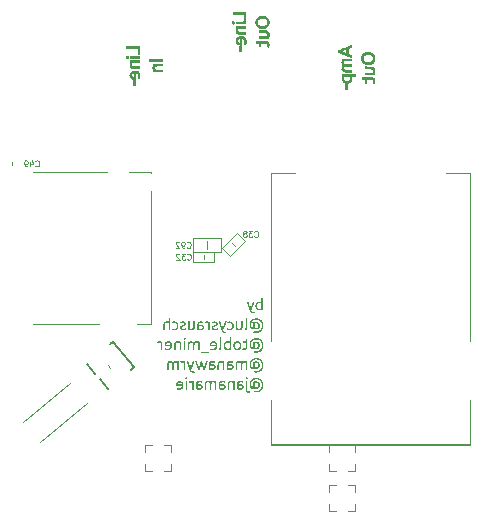
<source format=gbo>
G04 #@! TF.GenerationSoftware,KiCad,Pcbnew,7.0.10*
G04 #@! TF.CreationDate,2024-04-11T11:30:37+02:00*
G04 #@! TF.ProjectId,OtterCastAudioV2,4f747465-7243-4617-9374-417564696f56,rev?*
G04 #@! TF.SameCoordinates,Original*
G04 #@! TF.FileFunction,Legend,Bot*
G04 #@! TF.FilePolarity,Positive*
%FSLAX46Y46*%
G04 Gerber Fmt 4.6, Leading zero omitted, Abs format (unit mm)*
G04 Created by KiCad (PCBNEW 7.0.10) date 2024-04-11 11:30:37*
%MOMM*%
%LPD*%
G01*
G04 APERTURE LIST*
%ADD10C,0.150000*%
%ADD11C,0.100000*%
%ADD12C,0.120000*%
%ADD13C,0.010000*%
G04 APERTURE END LIST*
D10*
G36*
X101087404Y-104053649D02*
G01*
X101087404Y-105087773D01*
X101075771Y-105090945D01*
X101063346Y-105094108D01*
X101053505Y-105096476D01*
X101043218Y-105098840D01*
X101032485Y-105101199D01*
X101021305Y-105103554D01*
X101009679Y-105105904D01*
X100997606Y-105108251D01*
X100985087Y-105110593D01*
X100972121Y-105112930D01*
X100958745Y-105115200D01*
X100944996Y-105117247D01*
X100930873Y-105119070D01*
X100916376Y-105120670D01*
X100906505Y-105121612D01*
X100896467Y-105122456D01*
X100886263Y-105123200D01*
X100875893Y-105123845D01*
X100865357Y-105124391D01*
X100854655Y-105124837D01*
X100843788Y-105125185D01*
X100832754Y-105125433D01*
X100821554Y-105125581D01*
X100810188Y-105125631D01*
X100804938Y-105125606D01*
X100794537Y-105125401D01*
X100784267Y-105124993D01*
X100774129Y-105124380D01*
X100764123Y-105123564D01*
X100754248Y-105122543D01*
X100739683Y-105120629D01*
X100725414Y-105118255D01*
X100711441Y-105115422D01*
X100697765Y-105112130D01*
X100684385Y-105108379D01*
X100671301Y-105104167D01*
X100658513Y-105099497D01*
X100650133Y-105096115D01*
X100637854Y-105090723D01*
X100625922Y-105084949D01*
X100614338Y-105078793D01*
X100603101Y-105072255D01*
X100592213Y-105065335D01*
X100581672Y-105058033D01*
X100571479Y-105050349D01*
X100561634Y-105042282D01*
X100552136Y-105033834D01*
X100542986Y-105025003D01*
X100537088Y-105018875D01*
X100528563Y-105009372D01*
X100520424Y-104999495D01*
X100512672Y-104989245D01*
X100505306Y-104978621D01*
X100498327Y-104967623D01*
X100491733Y-104956252D01*
X100485527Y-104944508D01*
X100479706Y-104932390D01*
X100474272Y-104919899D01*
X100469225Y-104907034D01*
X100464554Y-104893830D01*
X100460343Y-104880321D01*
X100456592Y-104866507D01*
X100453300Y-104852388D01*
X100451360Y-104842806D01*
X100449624Y-104833089D01*
X100448093Y-104823236D01*
X100446766Y-104813248D01*
X100445643Y-104803125D01*
X100444724Y-104792865D01*
X100444010Y-104782471D01*
X100443499Y-104771941D01*
X100443193Y-104761275D01*
X100443091Y-104750474D01*
X100579623Y-104750474D01*
X100579871Y-104765221D01*
X100580615Y-104779543D01*
X100581855Y-104793439D01*
X100583592Y-104806909D01*
X100585824Y-104819954D01*
X100588553Y-104832574D01*
X100591778Y-104844768D01*
X100595498Y-104856536D01*
X100599715Y-104867879D01*
X100604429Y-104878797D01*
X100609638Y-104889289D01*
X100615343Y-104899355D01*
X100621545Y-104908996D01*
X100628242Y-104918212D01*
X100635436Y-104927002D01*
X100643126Y-104935366D01*
X100651198Y-104943263D01*
X100659601Y-104950650D01*
X100668333Y-104957528D01*
X100677396Y-104963896D01*
X100686789Y-104969755D01*
X100696512Y-104975105D01*
X100706565Y-104979945D01*
X100716948Y-104984275D01*
X100727662Y-104988097D01*
X100738705Y-104991408D01*
X100750078Y-104994210D01*
X100761782Y-104996503D01*
X100773816Y-104998286D01*
X100786180Y-104999560D01*
X100798874Y-105000324D01*
X100811898Y-105000579D01*
X100821772Y-105000536D01*
X100834458Y-105000345D01*
X100846593Y-105000001D01*
X100858180Y-104999505D01*
X100869216Y-104998857D01*
X100879704Y-104998055D01*
X100889641Y-104997101D01*
X100901290Y-104995694D01*
X100903504Y-104995373D01*
X100914105Y-104993753D01*
X100923930Y-104992110D01*
X100934698Y-104990106D01*
X100945850Y-104987725D01*
X100956734Y-104984947D01*
X100956734Y-104556545D01*
X100955217Y-104555310D01*
X100947019Y-104549186D01*
X100937796Y-104543146D01*
X100927547Y-104537189D01*
X100918609Y-104532483D01*
X100909015Y-104527831D01*
X100898764Y-104523233D01*
X100887857Y-104518688D01*
X100882177Y-104516469D01*
X100870621Y-104512462D01*
X100858806Y-104509028D01*
X100846731Y-104506165D01*
X100834397Y-104503876D01*
X100821803Y-104502158D01*
X100808950Y-104501013D01*
X100799139Y-104500530D01*
X100789183Y-104500369D01*
X100782224Y-104500444D01*
X100772022Y-104500834D01*
X100762103Y-104501560D01*
X100749318Y-104503048D01*
X100737037Y-104505132D01*
X100725260Y-104507811D01*
X100713987Y-104511086D01*
X100703217Y-104514955D01*
X100692951Y-104519420D01*
X100683166Y-104524412D01*
X100673839Y-104529862D01*
X100664970Y-104535769D01*
X100656559Y-104542135D01*
X100648606Y-104548958D01*
X100641111Y-104556240D01*
X100634074Y-104563979D01*
X100627494Y-104572177D01*
X100621365Y-104580741D01*
X100615679Y-104589701D01*
X100610435Y-104599059D01*
X100605635Y-104608813D01*
X100601276Y-104618965D01*
X100597361Y-104629513D01*
X100593888Y-104640458D01*
X100590858Y-104651800D01*
X100590167Y-104654676D01*
X100587621Y-104666316D01*
X100585427Y-104678170D01*
X100583584Y-104690237D01*
X100582091Y-104702518D01*
X100580950Y-104715012D01*
X100580160Y-104727720D01*
X100579721Y-104740642D01*
X100579623Y-104750474D01*
X100443091Y-104750474D01*
X100443112Y-104745313D01*
X100443284Y-104735072D01*
X100443628Y-104724939D01*
X100444143Y-104714916D01*
X100444830Y-104705001D01*
X100445688Y-104695195D01*
X100447298Y-104680690D01*
X100449295Y-104666430D01*
X100451678Y-104652414D01*
X100454447Y-104638643D01*
X100457602Y-104625117D01*
X100461144Y-104611836D01*
X100465073Y-104598799D01*
X100467870Y-104590235D01*
X100472367Y-104577676D01*
X100477224Y-104565460D01*
X100482442Y-104553588D01*
X100488020Y-104542059D01*
X100493959Y-104530873D01*
X100500259Y-104520031D01*
X100506919Y-104509532D01*
X100513940Y-104499377D01*
X100521322Y-104489565D01*
X100529064Y-104480097D01*
X100534391Y-104473985D01*
X100542664Y-104465140D01*
X100551275Y-104456680D01*
X100560226Y-104448608D01*
X100569516Y-104440921D01*
X100579145Y-104433621D01*
X100589114Y-104426707D01*
X100599421Y-104420180D01*
X100610068Y-104414039D01*
X100621054Y-104408285D01*
X100632379Y-104402916D01*
X100640110Y-104399574D01*
X100651960Y-104394965D01*
X100664115Y-104390842D01*
X100676575Y-104387203D01*
X100689340Y-104384050D01*
X100702410Y-104381381D01*
X100715784Y-104379198D01*
X100729464Y-104377500D01*
X100743448Y-104376287D01*
X100757737Y-104375560D01*
X100772330Y-104375317D01*
X100776270Y-104375333D01*
X100787916Y-104375580D01*
X100799305Y-104376123D01*
X100810436Y-104376963D01*
X100821310Y-104378098D01*
X100831926Y-104379530D01*
X100842284Y-104381258D01*
X100852385Y-104383283D01*
X100862228Y-104385603D01*
X100871813Y-104388220D01*
X100884193Y-104392170D01*
X100895959Y-104396360D01*
X100906954Y-104400505D01*
X100917178Y-104404603D01*
X100926631Y-104408656D01*
X100937363Y-104413658D01*
X100946890Y-104418588D01*
X100956734Y-104424410D01*
X100956734Y-104031423D01*
X101087404Y-104053649D01*
G37*
G36*
X100367376Y-105231144D02*
G01*
X100357986Y-105235051D01*
X100348407Y-105238394D01*
X100337668Y-105241615D01*
X100327320Y-105244333D01*
X100316562Y-105246807D01*
X100305875Y-105248674D01*
X100295258Y-105249933D01*
X100284711Y-105250584D01*
X100278715Y-105250683D01*
X100264497Y-105250449D01*
X100250875Y-105249747D01*
X100237849Y-105248578D01*
X100225421Y-105246940D01*
X100213589Y-105244834D01*
X100202354Y-105242260D01*
X100191716Y-105239218D01*
X100181675Y-105235708D01*
X100172230Y-105231730D01*
X100163382Y-105227285D01*
X100157815Y-105224061D01*
X100147019Y-105216665D01*
X100139097Y-105210066D01*
X100131325Y-105202566D01*
X100123704Y-105194164D01*
X100116233Y-105184860D01*
X100108912Y-105174655D01*
X100101742Y-105163548D01*
X100094721Y-105151539D01*
X100087851Y-105138629D01*
X100083355Y-105129522D01*
X100078925Y-105120013D01*
X100084454Y-105109309D01*
X100089961Y-105098569D01*
X100095443Y-105087791D01*
X100100903Y-105076977D01*
X100106339Y-105066126D01*
X100111752Y-105055239D01*
X100117141Y-105044314D01*
X100122507Y-105033353D01*
X100127849Y-105022355D01*
X100133169Y-105011321D01*
X100138465Y-105000249D01*
X100143737Y-104989141D01*
X100148986Y-104977996D01*
X100154212Y-104966815D01*
X100159414Y-104955597D01*
X100164593Y-104944342D01*
X100169749Y-104933050D01*
X100174881Y-104921722D01*
X100179990Y-104910356D01*
X100185075Y-104898955D01*
X100190137Y-104887516D01*
X100195176Y-104876041D01*
X100200191Y-104864529D01*
X100205183Y-104852980D01*
X100210152Y-104841394D01*
X100215097Y-104829772D01*
X100220019Y-104818113D01*
X100224917Y-104806417D01*
X100229792Y-104794685D01*
X100234644Y-104782915D01*
X100239472Y-104771109D01*
X100244277Y-104759267D01*
X100249030Y-104747387D01*
X100253733Y-104735499D01*
X100258386Y-104723603D01*
X100262989Y-104711700D01*
X100267541Y-104699790D01*
X100272044Y-104687872D01*
X100276496Y-104675946D01*
X100280898Y-104664012D01*
X100285251Y-104652071D01*
X100289553Y-104640122D01*
X100293805Y-104628166D01*
X100298007Y-104616202D01*
X100302159Y-104604230D01*
X100306261Y-104592250D01*
X100310312Y-104580263D01*
X100314314Y-104568269D01*
X100318265Y-104556267D01*
X100322167Y-104544257D01*
X100326018Y-104532239D01*
X100329819Y-104520214D01*
X100333571Y-104508181D01*
X100337272Y-104496141D01*
X100340923Y-104484093D01*
X100344524Y-104472037D01*
X100348074Y-104459974D01*
X100351575Y-104447903D01*
X100355026Y-104435824D01*
X100358426Y-104423738D01*
X100361777Y-104411644D01*
X100365077Y-104399543D01*
X100368328Y-104387434D01*
X100371528Y-104375317D01*
X100230844Y-104375317D01*
X100227903Y-104387172D01*
X100224850Y-104399199D01*
X100221686Y-104411398D01*
X100218410Y-104423769D01*
X100215023Y-104436311D01*
X100211524Y-104449025D01*
X100207913Y-104461911D01*
X100204191Y-104474968D01*
X100200357Y-104488197D01*
X100196411Y-104501598D01*
X100193719Y-104510628D01*
X100189557Y-104524272D01*
X100185313Y-104538002D01*
X100180987Y-104551818D01*
X100176580Y-104565720D01*
X100173597Y-104575035D01*
X100170577Y-104584389D01*
X100167521Y-104593781D01*
X100164429Y-104603211D01*
X100161301Y-104612679D01*
X100158136Y-104622185D01*
X100154935Y-104631730D01*
X100151698Y-104641313D01*
X100148424Y-104650934D01*
X100145115Y-104660593D01*
X100141740Y-104670247D01*
X100138333Y-104679915D01*
X100134894Y-104689596D01*
X100131422Y-104699290D01*
X100127917Y-104708998D01*
X100124381Y-104718719D01*
X100120812Y-104728453D01*
X100117210Y-104738201D01*
X100113576Y-104747962D01*
X100109909Y-104757736D01*
X100106210Y-104767524D01*
X100102479Y-104777325D01*
X100098715Y-104787140D01*
X100094919Y-104796968D01*
X100091090Y-104806809D01*
X100087229Y-104816664D01*
X100083341Y-104826503D01*
X100079432Y-104836299D01*
X100075503Y-104846050D01*
X100071552Y-104855758D01*
X100067580Y-104865422D01*
X100063587Y-104875042D01*
X100059573Y-104884618D01*
X100055539Y-104894150D01*
X100051483Y-104903638D01*
X100047406Y-104913083D01*
X100043308Y-104922483D01*
X100039190Y-104931840D01*
X100035050Y-104941152D01*
X100030889Y-104950421D01*
X100026707Y-104959646D01*
X100022505Y-104968827D01*
X100019175Y-104959444D01*
X100015874Y-104950072D01*
X100012600Y-104940710D01*
X100009354Y-104931359D01*
X100006135Y-104922018D01*
X100002944Y-104912688D01*
X99999781Y-104903368D01*
X99996646Y-104894058D01*
X99993538Y-104884759D01*
X99990457Y-104875471D01*
X99984380Y-104856926D01*
X99978413Y-104838422D01*
X99972557Y-104819961D01*
X99966812Y-104801542D01*
X99961177Y-104783164D01*
X99955653Y-104764829D01*
X99950239Y-104746536D01*
X99944937Y-104728284D01*
X99939745Y-104710075D01*
X99934663Y-104691907D01*
X99929692Y-104673782D01*
X99924793Y-104655614D01*
X99919927Y-104637382D01*
X99915092Y-104619085D01*
X99910290Y-104600723D01*
X99905521Y-104582296D01*
X99900784Y-104563804D01*
X99896079Y-104545247D01*
X99891407Y-104526625D01*
X99886768Y-104507939D01*
X99882161Y-104489188D01*
X99877586Y-104470371D01*
X99873043Y-104451490D01*
X99868533Y-104432544D01*
X99864056Y-104413533D01*
X99861829Y-104404004D01*
X99859611Y-104394458D01*
X99857401Y-104384895D01*
X99855198Y-104375317D01*
X99720132Y-104375317D01*
X99723303Y-104388365D01*
X99726497Y-104401377D01*
X99729713Y-104414351D01*
X99732951Y-104427287D01*
X99736212Y-104440187D01*
X99739495Y-104453049D01*
X99742801Y-104465874D01*
X99746129Y-104478662D01*
X99749479Y-104491413D01*
X99752852Y-104504126D01*
X99756247Y-104516803D01*
X99759665Y-104529442D01*
X99763105Y-104542044D01*
X99766568Y-104554608D01*
X99770053Y-104567136D01*
X99773560Y-104579626D01*
X99777090Y-104592079D01*
X99780642Y-104604495D01*
X99784217Y-104616874D01*
X99787814Y-104629215D01*
X99791434Y-104641519D01*
X99795076Y-104653786D01*
X99798740Y-104666016D01*
X99802427Y-104678209D01*
X99806136Y-104690364D01*
X99809867Y-104702482D01*
X99813622Y-104714563D01*
X99817398Y-104726607D01*
X99821197Y-104738613D01*
X99825018Y-104750583D01*
X99828862Y-104762515D01*
X99832728Y-104774410D01*
X99836600Y-104786263D01*
X99840491Y-104798069D01*
X99844402Y-104809828D01*
X99848333Y-104821541D01*
X99852283Y-104833207D01*
X99856253Y-104844826D01*
X99860242Y-104856399D01*
X99864251Y-104867924D01*
X99868279Y-104879403D01*
X99872327Y-104890835D01*
X99876394Y-104902221D01*
X99880481Y-104913560D01*
X99884588Y-104924851D01*
X99888714Y-104936097D01*
X99892860Y-104947295D01*
X99897025Y-104958447D01*
X99901210Y-104969552D01*
X99905414Y-104980610D01*
X99909638Y-104991621D01*
X99913882Y-105002586D01*
X99918145Y-105013504D01*
X99922427Y-105024375D01*
X99926729Y-105035200D01*
X99931051Y-105045977D01*
X99935392Y-105056708D01*
X99939753Y-105067392D01*
X99944134Y-105078030D01*
X99948533Y-105088621D01*
X99952953Y-105099165D01*
X99957392Y-105109662D01*
X99961851Y-105120112D01*
X99966329Y-105130516D01*
X99971615Y-105142661D01*
X99976939Y-105154458D01*
X99982302Y-105165908D01*
X99987704Y-105177010D01*
X99993144Y-105187764D01*
X99998623Y-105198170D01*
X100004141Y-105208229D01*
X100009697Y-105217940D01*
X100015292Y-105227303D01*
X100020926Y-105236318D01*
X100024703Y-105242135D01*
X100030437Y-105250601D01*
X100036283Y-105258779D01*
X100042241Y-105266669D01*
X100050358Y-105276742D01*
X100058674Y-105286304D01*
X100067188Y-105295354D01*
X100075901Y-105303893D01*
X100084812Y-105311921D01*
X100091625Y-105317606D01*
X100100869Y-105324811D01*
X100110402Y-105331528D01*
X100120225Y-105337756D01*
X100130338Y-105343496D01*
X100140741Y-105348747D01*
X100151434Y-105353510D01*
X100162418Y-105357784D01*
X100173691Y-105361570D01*
X100185300Y-105364890D01*
X100197291Y-105367767D01*
X100209663Y-105370202D01*
X100222418Y-105372194D01*
X100232233Y-105373398D01*
X100242264Y-105374352D01*
X100252509Y-105375058D01*
X100262969Y-105375514D01*
X100273644Y-105375722D01*
X100277250Y-105375736D01*
X100288002Y-105375476D01*
X100298077Y-105374789D01*
X100308438Y-105373673D01*
X100309490Y-105373538D01*
X100319975Y-105372149D01*
X100330365Y-105370427D01*
X100340660Y-105368371D01*
X100342707Y-105367920D01*
X100352520Y-105365687D01*
X100362708Y-105363011D01*
X100372260Y-105360104D01*
X100381727Y-105356972D01*
X100391067Y-105353265D01*
X100367376Y-105231144D01*
G37*
G36*
X100535246Y-105789732D02*
G01*
X100549882Y-105790188D01*
X100564425Y-105790946D01*
X100578875Y-105792008D01*
X100593231Y-105793373D01*
X100607493Y-105795042D01*
X100621662Y-105797014D01*
X100635737Y-105799289D01*
X100649719Y-105801868D01*
X100663608Y-105804751D01*
X100677403Y-105807936D01*
X100691104Y-105811425D01*
X100704712Y-105815218D01*
X100718227Y-105819314D01*
X100731648Y-105823713D01*
X100744975Y-105828415D01*
X100758157Y-105833388D01*
X100771140Y-105838658D01*
X100783924Y-105844226D01*
X100796510Y-105850092D01*
X100808898Y-105856255D01*
X100821087Y-105862716D01*
X100833078Y-105869475D01*
X100844870Y-105876531D01*
X100856464Y-105883885D01*
X100867860Y-105891537D01*
X100879057Y-105899486D01*
X100890055Y-105907733D01*
X100900855Y-105916278D01*
X100911457Y-105925120D01*
X100921860Y-105934260D01*
X100932065Y-105943698D01*
X100942042Y-105953410D01*
X100951761Y-105963432D01*
X100961223Y-105973766D01*
X100970426Y-105984410D01*
X100979373Y-105995366D01*
X100988062Y-106006633D01*
X100996493Y-106018210D01*
X101004666Y-106030099D01*
X101012582Y-106042299D01*
X101020241Y-106054809D01*
X101027641Y-106067631D01*
X101034784Y-106080764D01*
X101041670Y-106094208D01*
X101048298Y-106107963D01*
X101054668Y-106122029D01*
X101060781Y-106136406D01*
X101066578Y-106151058D01*
X101072001Y-106166012D01*
X101077050Y-106181268D01*
X101081725Y-106196825D01*
X101086026Y-106212684D01*
X101089953Y-106228844D01*
X101093506Y-106245306D01*
X101096685Y-106262069D01*
X101099490Y-106279133D01*
X101101921Y-106296499D01*
X101103978Y-106314167D01*
X101105661Y-106332136D01*
X101106970Y-106350406D01*
X101107905Y-106368978D01*
X101108466Y-106387852D01*
X101108653Y-106407027D01*
X101108605Y-106417013D01*
X101108463Y-106426914D01*
X101107893Y-106446460D01*
X101106944Y-106465665D01*
X101105615Y-106484528D01*
X101103906Y-106503049D01*
X101101818Y-106521229D01*
X101099350Y-106539068D01*
X101096502Y-106556564D01*
X101093274Y-106573720D01*
X101089667Y-106590533D01*
X101085680Y-106607005D01*
X101081313Y-106623136D01*
X101076566Y-106638925D01*
X101071440Y-106654372D01*
X101065934Y-106669478D01*
X101060048Y-106684242D01*
X101053839Y-106698674D01*
X101047363Y-106712781D01*
X101040620Y-106726563D01*
X101033609Y-106740021D01*
X101026331Y-106753155D01*
X101018787Y-106765964D01*
X101010975Y-106778449D01*
X101002896Y-106790610D01*
X100994549Y-106802446D01*
X100985936Y-106813958D01*
X100977055Y-106825146D01*
X100967908Y-106836009D01*
X100958493Y-106846547D01*
X100948811Y-106856762D01*
X100938862Y-106866652D01*
X100928646Y-106876217D01*
X100918156Y-106885469D01*
X100907446Y-106894417D01*
X100896517Y-106903062D01*
X100885369Y-106911403D01*
X100874001Y-106919442D01*
X100862414Y-106927176D01*
X100850607Y-106934607D01*
X100838581Y-106941735D01*
X100826336Y-106948560D01*
X100813871Y-106955081D01*
X100801186Y-106961299D01*
X100788282Y-106967213D01*
X100775159Y-106972824D01*
X100761816Y-106978131D01*
X100748254Y-106983135D01*
X100734473Y-106987836D01*
X100720497Y-106992273D01*
X100706415Y-106996423D01*
X100692226Y-107000287D01*
X100677930Y-107003865D01*
X100663528Y-107007156D01*
X100649018Y-107010162D01*
X100634402Y-107012881D01*
X100619678Y-107015314D01*
X100604848Y-107017460D01*
X100589911Y-107019321D01*
X100574868Y-107020895D01*
X100559717Y-107022183D01*
X100544459Y-107023185D01*
X100529095Y-107023900D01*
X100513624Y-107024330D01*
X100498046Y-107024473D01*
X100489106Y-107024434D01*
X100475832Y-107024228D01*
X100462722Y-107023847D01*
X100449775Y-107023289D01*
X100436991Y-107022556D01*
X100424370Y-107021646D01*
X100411912Y-107020561D01*
X100399617Y-107019299D01*
X100387486Y-107017862D01*
X100375517Y-107016248D01*
X100363712Y-107014459D01*
X100352284Y-107012640D01*
X100341538Y-107010847D01*
X100331476Y-107009079D01*
X100319120Y-107006763D01*
X100307979Y-107004492D01*
X100298050Y-107002267D01*
X100287347Y-106999550D01*
X100277006Y-106996385D01*
X100291172Y-106874019D01*
X100298307Y-106876272D01*
X100308173Y-106878816D01*
X100318481Y-106881160D01*
X100328092Y-106883180D01*
X100338917Y-106885331D01*
X100350956Y-106887611D01*
X100360781Y-106889406D01*
X100367671Y-106890619D01*
X100378429Y-106892291D01*
X100389693Y-106893787D01*
X100401464Y-106895108D01*
X100413742Y-106896252D01*
X100426526Y-106897220D01*
X100439817Y-106898012D01*
X100453614Y-106898628D01*
X100467918Y-106899068D01*
X100477735Y-106899264D01*
X100487778Y-106899381D01*
X100498046Y-106899420D01*
X100511320Y-106899298D01*
X100524458Y-106898932D01*
X100537461Y-106898321D01*
X100550329Y-106897466D01*
X100563061Y-106896367D01*
X100575658Y-106895024D01*
X100588119Y-106893436D01*
X100600444Y-106891605D01*
X100612635Y-106889528D01*
X100624689Y-106887208D01*
X100636609Y-106884644D01*
X100648392Y-106881835D01*
X100660041Y-106878782D01*
X100671553Y-106875484D01*
X100682931Y-106871943D01*
X100694173Y-106868157D01*
X100705253Y-106864161D01*
X100716147Y-106859925D01*
X100726853Y-106855452D01*
X100737373Y-106850740D01*
X100747706Y-106845789D01*
X100757851Y-106840600D01*
X100767810Y-106835172D01*
X100777581Y-106829506D01*
X100787166Y-106823601D01*
X100796564Y-106817458D01*
X100805774Y-106811076D01*
X100814798Y-106804456D01*
X100823635Y-106797597D01*
X100832284Y-106790499D01*
X100840747Y-106783164D01*
X100849023Y-106775589D01*
X100857092Y-106767747D01*
X100864936Y-106759668D01*
X100872556Y-106751352D01*
X100879950Y-106742800D01*
X100887119Y-106734011D01*
X100894062Y-106724985D01*
X100900781Y-106715723D01*
X100907274Y-106706224D01*
X100913543Y-106696489D01*
X100919586Y-106686517D01*
X100925404Y-106676308D01*
X100930997Y-106665863D01*
X100936364Y-106655181D01*
X100941507Y-106644263D01*
X100946424Y-106633108D01*
X100951116Y-106621716D01*
X100955523Y-106610090D01*
X100959645Y-106598231D01*
X100963484Y-106586139D01*
X100967038Y-106573814D01*
X100970307Y-106561257D01*
X100973293Y-106548466D01*
X100975994Y-106535443D01*
X100978410Y-106522187D01*
X100980543Y-106508699D01*
X100982391Y-106494977D01*
X100983954Y-106481023D01*
X100985234Y-106466836D01*
X100986229Y-106452416D01*
X100986940Y-106437763D01*
X100987366Y-106422878D01*
X100987508Y-106407759D01*
X100987374Y-106393295D01*
X100986970Y-106379027D01*
X100986298Y-106364955D01*
X100985356Y-106351080D01*
X100984145Y-106337401D01*
X100982665Y-106323919D01*
X100980917Y-106310634D01*
X100978899Y-106297545D01*
X100976612Y-106284652D01*
X100974056Y-106271957D01*
X100971231Y-106259457D01*
X100968137Y-106247155D01*
X100964774Y-106235048D01*
X100961141Y-106223139D01*
X100957240Y-106211425D01*
X100953070Y-106199909D01*
X100948658Y-106188601D01*
X100944033Y-106177515D01*
X100939194Y-106166650D01*
X100934141Y-106156006D01*
X100928875Y-106145584D01*
X100923394Y-106135383D01*
X100917701Y-106125403D01*
X100911793Y-106115645D01*
X100905672Y-106106108D01*
X100899337Y-106096793D01*
X100892788Y-106087698D01*
X100886025Y-106078825D01*
X100879049Y-106070174D01*
X100871859Y-106061744D01*
X100864456Y-106053535D01*
X100856838Y-106045547D01*
X100848991Y-106037784D01*
X100840959Y-106030248D01*
X100832741Y-106022939D01*
X100824339Y-106015857D01*
X100815751Y-106009002D01*
X100806978Y-106002374D01*
X100798021Y-105995973D01*
X100788878Y-105989799D01*
X100779550Y-105983852D01*
X100770037Y-105978132D01*
X100760339Y-105972640D01*
X100750455Y-105967374D01*
X100740387Y-105962336D01*
X100730134Y-105957524D01*
X100719695Y-105952940D01*
X100709071Y-105948583D01*
X100698260Y-105944472D01*
X100687318Y-105940626D01*
X100676247Y-105937045D01*
X100665047Y-105933730D01*
X100653716Y-105930680D01*
X100642256Y-105927895D01*
X100630666Y-105925375D01*
X100618946Y-105923121D01*
X100607096Y-105921131D01*
X100595117Y-105919407D01*
X100583008Y-105917949D01*
X100570769Y-105916755D01*
X100558400Y-105915827D01*
X100545902Y-105915164D01*
X100533274Y-105914766D01*
X100520516Y-105914633D01*
X100507744Y-105914760D01*
X100495134Y-105915141D01*
X100482686Y-105915775D01*
X100470400Y-105916663D01*
X100458277Y-105917805D01*
X100446316Y-105919201D01*
X100434517Y-105920851D01*
X100422880Y-105922754D01*
X100411405Y-105924911D01*
X100400093Y-105927322D01*
X100388942Y-105929987D01*
X100377954Y-105932906D01*
X100367129Y-105936078D01*
X100356465Y-105939504D01*
X100345963Y-105943184D01*
X100335624Y-105947117D01*
X100325432Y-105951243D01*
X100315432Y-105955559D01*
X100305625Y-105960066D01*
X100296011Y-105964764D01*
X100286589Y-105969653D01*
X100277361Y-105974732D01*
X100268325Y-105980002D01*
X100259481Y-105985464D01*
X100250831Y-105991115D01*
X100242373Y-105996958D01*
X100234108Y-106002992D01*
X100226035Y-106009216D01*
X100218156Y-106015631D01*
X100210469Y-106022237D01*
X100202974Y-106029034D01*
X100195673Y-106036022D01*
X100188543Y-106043176D01*
X100181625Y-106050474D01*
X100174919Y-106057915D01*
X100168425Y-106065499D01*
X100162142Y-106073226D01*
X100156071Y-106081096D01*
X100150212Y-106089109D01*
X100144565Y-106097266D01*
X100139130Y-106105565D01*
X100133906Y-106114008D01*
X100128894Y-106122594D01*
X100124094Y-106131322D01*
X100119506Y-106140194D01*
X100115130Y-106149209D01*
X100110965Y-106158367D01*
X100107013Y-106167669D01*
X100103257Y-106177051D01*
X100099743Y-106186514D01*
X100096471Y-106196056D01*
X100093442Y-106205679D01*
X100090655Y-106215382D01*
X100088111Y-106225165D01*
X100085808Y-106235028D01*
X100083749Y-106244972D01*
X100081931Y-106254995D01*
X100080356Y-106265099D01*
X100079023Y-106275283D01*
X100077933Y-106285546D01*
X100077084Y-106295890D01*
X100076479Y-106306315D01*
X100076115Y-106316819D01*
X100075994Y-106327404D01*
X100076127Y-106340196D01*
X100076528Y-106352927D01*
X100077196Y-106365597D01*
X100078131Y-106378206D01*
X100079333Y-106390754D01*
X100080802Y-106403241D01*
X100082539Y-106415667D01*
X100084542Y-106428032D01*
X100086764Y-106440148D01*
X100089275Y-106451952D01*
X100092076Y-106463443D01*
X100095167Y-106474621D01*
X100098548Y-106485486D01*
X100102219Y-106496038D01*
X100106181Y-106506277D01*
X100110432Y-106516203D01*
X100111541Y-106518631D01*
X100116172Y-106528058D01*
X100121116Y-106537026D01*
X100126373Y-106545536D01*
X100131943Y-106553589D01*
X100139345Y-106563010D01*
X100147237Y-106571716D01*
X100155617Y-106579706D01*
X100159073Y-106582634D01*
X100168029Y-106589128D01*
X100177439Y-106594441D01*
X100187301Y-106598573D01*
X100197617Y-106601525D01*
X100208386Y-106603296D01*
X100219609Y-106603886D01*
X100224242Y-106603736D01*
X100234402Y-106602217D01*
X100243650Y-106599061D01*
X100253103Y-106593451D01*
X100260397Y-106586789D01*
X100265627Y-106579402D01*
X100266706Y-106577020D01*
X100396685Y-106577020D01*
X100399702Y-106578583D01*
X100409050Y-106582973D01*
X100418844Y-106586917D01*
X100429085Y-106590415D01*
X100439773Y-106593466D01*
X100450907Y-106596071D01*
X100454689Y-106596840D01*
X100465989Y-106598849D01*
X100477220Y-106600412D01*
X100488383Y-106601528D01*
X100499477Y-106602198D01*
X100510502Y-106602421D01*
X100520567Y-106602214D01*
X100535172Y-106601127D01*
X100549184Y-106599108D01*
X100562603Y-106596158D01*
X100575430Y-106592276D01*
X100587665Y-106587463D01*
X100599307Y-106581718D01*
X100610357Y-106575041D01*
X100620814Y-106567432D01*
X100630678Y-106558892D01*
X100639951Y-106549420D01*
X100645748Y-106542653D01*
X100653742Y-106531969D01*
X100660894Y-106520645D01*
X100667206Y-106508682D01*
X100672675Y-106496079D01*
X100677304Y-106482836D01*
X100681090Y-106468954D01*
X100683147Y-106459343D01*
X100684830Y-106449449D01*
X100686139Y-106439270D01*
X100687074Y-106428806D01*
X100687635Y-106418059D01*
X100687822Y-106407027D01*
X100687630Y-106396577D01*
X100687055Y-106386354D01*
X100686096Y-106376358D01*
X100684754Y-106366589D01*
X100682021Y-106352362D01*
X100678426Y-106338645D01*
X100673967Y-106325440D01*
X100668645Y-106312745D01*
X100662461Y-106300561D01*
X100655413Y-106288889D01*
X100647503Y-106277727D01*
X100638729Y-106267076D01*
X100632365Y-106260362D01*
X100622077Y-106251103D01*
X100610901Y-106242819D01*
X100598836Y-106235510D01*
X100585882Y-106229175D01*
X100576753Y-106225493D01*
X100567228Y-106222245D01*
X100557309Y-106219429D01*
X100546994Y-106217047D01*
X100536285Y-106215098D01*
X100525180Y-106213582D01*
X100513681Y-106212499D01*
X100501786Y-106211849D01*
X100489497Y-106211632D01*
X100478621Y-106211735D01*
X100468156Y-106212045D01*
X100458104Y-106212560D01*
X100446898Y-106213421D01*
X100436252Y-106214563D01*
X100434771Y-106214732D01*
X100424005Y-106216094D01*
X100413253Y-106217840D01*
X100403768Y-106220181D01*
X100403768Y-106513272D01*
X100403766Y-106514220D01*
X100403562Y-106524801D01*
X100403075Y-106534671D01*
X100402302Y-106544780D01*
X100402109Y-106546795D01*
X100400825Y-106556870D01*
X100399017Y-106566945D01*
X100396685Y-106577020D01*
X100266706Y-106577020D01*
X100269774Y-106570246D01*
X100272839Y-106559321D01*
X100274567Y-106548865D01*
X100275544Y-106537181D01*
X100275785Y-106526950D01*
X100275785Y-106120286D01*
X100279922Y-106118881D01*
X100291210Y-106115370D01*
X100301211Y-106112561D01*
X100312074Y-106109753D01*
X100323800Y-106106944D01*
X100336388Y-106104135D01*
X100346395Y-106102028D01*
X100356887Y-106099922D01*
X100367864Y-106097815D01*
X100375391Y-106096455D01*
X100386856Y-106094579D01*
X100398532Y-106092900D01*
X100410418Y-106091419D01*
X100422514Y-106090135D01*
X100434821Y-106089049D01*
X100447338Y-106088160D01*
X100460066Y-106087469D01*
X100473004Y-106086975D01*
X100486152Y-106086679D01*
X100499511Y-106086580D01*
X100508943Y-106086677D01*
X100522855Y-106087188D01*
X100536483Y-106088137D01*
X100549828Y-106089524D01*
X100562890Y-106091349D01*
X100575669Y-106093611D01*
X100588164Y-106096312D01*
X100600375Y-106099450D01*
X100612304Y-106103026D01*
X100623948Y-106107041D01*
X100635310Y-106111493D01*
X100642689Y-106114679D01*
X100653492Y-106119731D01*
X100663978Y-106125109D01*
X100674146Y-106130814D01*
X100683996Y-106136845D01*
X100693529Y-106143202D01*
X100702744Y-106149885D01*
X100711641Y-106156894D01*
X100720221Y-106164230D01*
X100728482Y-106171892D01*
X100736427Y-106179881D01*
X100741538Y-106185375D01*
X100748907Y-106193843D01*
X100755920Y-106202580D01*
X100762577Y-106211588D01*
X100768877Y-106220867D01*
X100774822Y-106230416D01*
X100780409Y-106240236D01*
X100785641Y-106250326D01*
X100790516Y-106260686D01*
X100795035Y-106271317D01*
X100799197Y-106282219D01*
X100801741Y-106289575D01*
X100805248Y-106300722D01*
X100808387Y-106312001D01*
X100811156Y-106323413D01*
X100813556Y-106334959D01*
X100815587Y-106346637D01*
X100817248Y-106358449D01*
X100818540Y-106370394D01*
X100819463Y-106382472D01*
X100820017Y-106394683D01*
X100820202Y-106407027D01*
X100820114Y-106416783D01*
X100819653Y-106431139D01*
X100818797Y-106445159D01*
X100817547Y-106458845D01*
X100815901Y-106472196D01*
X100813860Y-106485212D01*
X100811424Y-106497893D01*
X100808594Y-106510239D01*
X100805368Y-106522250D01*
X100801747Y-106533927D01*
X100797732Y-106545268D01*
X100794851Y-106552615D01*
X100790262Y-106563362D01*
X100785351Y-106573784D01*
X100780119Y-106583879D01*
X100774564Y-106593647D01*
X100768687Y-106603090D01*
X100762488Y-106612206D01*
X100755967Y-106620996D01*
X100749124Y-106629459D01*
X100741959Y-106637597D01*
X100734473Y-106645408D01*
X100729287Y-106650398D01*
X100721298Y-106657595D01*
X100713056Y-106664443D01*
X100704560Y-106670944D01*
X100695811Y-106677097D01*
X100686808Y-106682903D01*
X100677553Y-106688360D01*
X100668044Y-106693470D01*
X100658281Y-106698232D01*
X100648266Y-106702646D01*
X100637997Y-106706713D01*
X100630990Y-106709227D01*
X100620308Y-106712694D01*
X100609420Y-106715795D01*
X100598326Y-106718532D01*
X100587026Y-106720905D01*
X100575520Y-106722912D01*
X100563808Y-106724554D01*
X100551890Y-106725831D01*
X100539765Y-106726743D01*
X100527435Y-106727291D01*
X100514898Y-106727473D01*
X100503972Y-106727286D01*
X100493054Y-106726725D01*
X100482143Y-106725790D01*
X100471240Y-106724481D01*
X100460344Y-106722798D01*
X100449456Y-106720741D01*
X100438576Y-106718310D01*
X100427704Y-106715505D01*
X100424984Y-106714753D01*
X100414351Y-106711646D01*
X100404116Y-106708387D01*
X100394278Y-106704975D01*
X100384836Y-106701411D01*
X100373592Y-106696741D01*
X100362969Y-106691832D01*
X100352965Y-106686685D01*
X100349170Y-106690550D01*
X100341064Y-106697843D01*
X100332271Y-106704552D01*
X100322792Y-106710677D01*
X100312625Y-106716219D01*
X100303628Y-106720390D01*
X100294017Y-106724049D01*
X100283655Y-106727088D01*
X100272541Y-106729506D01*
X100260676Y-106731305D01*
X100250643Y-106732297D01*
X100240129Y-106732892D01*
X100229134Y-106733091D01*
X100222134Y-106732992D01*
X100211716Y-106732471D01*
X100201397Y-106731503D01*
X100191177Y-106730089D01*
X100181056Y-106728229D01*
X100171033Y-106725922D01*
X100161109Y-106723169D01*
X100151283Y-106719969D01*
X100141557Y-106716322D01*
X100131929Y-106712229D01*
X100122400Y-106707690D01*
X100116106Y-106704388D01*
X100106876Y-106699073D01*
X100097899Y-106693325D01*
X100089176Y-106687143D01*
X100080706Y-106680528D01*
X100072489Y-106673479D01*
X100064526Y-106665997D01*
X100056816Y-106658080D01*
X100049359Y-106649731D01*
X100042156Y-106640947D01*
X100035205Y-106631730D01*
X100030684Y-106625350D01*
X100024120Y-106615441D01*
X100017818Y-106605123D01*
X100011778Y-106594397D01*
X100006000Y-106583264D01*
X100000484Y-106571723D01*
X99995230Y-106559774D01*
X99990237Y-106547417D01*
X99985507Y-106534652D01*
X99981038Y-106521480D01*
X99976831Y-106507899D01*
X99974169Y-106498591D01*
X99971679Y-106489108D01*
X99969361Y-106479449D01*
X99967214Y-106469614D01*
X99965239Y-106459604D01*
X99963436Y-106449418D01*
X99961805Y-106439057D01*
X99960345Y-106428520D01*
X99959057Y-106417808D01*
X99957941Y-106406920D01*
X99956996Y-106395856D01*
X99956223Y-106384617D01*
X99955622Y-106373203D01*
X99955193Y-106361613D01*
X99954935Y-106349847D01*
X99954849Y-106337906D01*
X99955026Y-106322071D01*
X99955555Y-106306441D01*
X99956438Y-106291014D01*
X99957674Y-106275792D01*
X99959262Y-106260774D01*
X99961204Y-106245960D01*
X99963498Y-106231350D01*
X99966146Y-106216945D01*
X99969146Y-106202743D01*
X99972500Y-106188746D01*
X99976206Y-106174953D01*
X99980266Y-106161364D01*
X99984679Y-106147980D01*
X99989444Y-106134799D01*
X99994563Y-106121823D01*
X100000034Y-106109050D01*
X100005779Y-106096497D01*
X100011777Y-106084176D01*
X100018029Y-106072088D01*
X100024535Y-106060232D01*
X100031295Y-106048610D01*
X100038308Y-106037220D01*
X100045575Y-106026063D01*
X100053096Y-106015139D01*
X100060871Y-106004448D01*
X100068899Y-105993989D01*
X100077182Y-105983763D01*
X100085718Y-105973770D01*
X100094508Y-105964010D01*
X100103551Y-105954483D01*
X100112849Y-105945188D01*
X100122400Y-105936127D01*
X100132148Y-105927315D01*
X100142096Y-105918770D01*
X100152244Y-105910492D01*
X100162593Y-105902482D01*
X100173142Y-105894739D01*
X100183892Y-105887263D01*
X100194842Y-105880054D01*
X100205992Y-105873112D01*
X100217343Y-105866437D01*
X100228894Y-105860030D01*
X100240645Y-105853889D01*
X100252597Y-105848016D01*
X100264749Y-105842410D01*
X100277101Y-105837071D01*
X100289654Y-105831999D01*
X100302407Y-105827194D01*
X100315309Y-105822639D01*
X100328308Y-105818379D01*
X100341405Y-105814412D01*
X100354599Y-105810738D01*
X100367890Y-105807359D01*
X100381278Y-105804274D01*
X100394764Y-105801482D01*
X100408347Y-105798984D01*
X100422028Y-105796780D01*
X100435806Y-105794870D01*
X100449681Y-105793254D01*
X100463653Y-105791932D01*
X100477723Y-105790903D01*
X100491890Y-105790169D01*
X100506154Y-105789728D01*
X100520516Y-105789581D01*
X100535246Y-105789732D01*
G37*
G36*
X99538415Y-106790000D02*
G01*
X99553254Y-106789486D01*
X99567545Y-106788618D01*
X99581289Y-106787395D01*
X99594484Y-106785817D01*
X99607133Y-106783884D01*
X99619233Y-106781596D01*
X99630786Y-106778953D01*
X99641791Y-106775956D01*
X99652249Y-106772603D01*
X99662159Y-106768895D01*
X99671521Y-106764833D01*
X99680336Y-106760416D01*
X99692531Y-106753124D01*
X99703494Y-106745034D01*
X99710118Y-106739197D01*
X99719153Y-106729707D01*
X99727300Y-106719282D01*
X99734558Y-106707920D01*
X99740927Y-106695623D01*
X99746408Y-106682389D01*
X99749567Y-106673047D01*
X99752332Y-106663289D01*
X99754702Y-106653114D01*
X99756677Y-106642524D01*
X99758257Y-106631518D01*
X99759442Y-106620096D01*
X99760232Y-106608258D01*
X99760627Y-106596003D01*
X99760676Y-106589720D01*
X99760676Y-105733405D01*
X99629762Y-105711423D01*
X99629762Y-106553084D01*
X99629565Y-106564338D01*
X99628972Y-106574837D01*
X99627985Y-106584580D01*
X99626334Y-106594992D01*
X99624145Y-106604375D01*
X99620893Y-106614007D01*
X99616177Y-106623639D01*
X99610340Y-106631996D01*
X99605826Y-106636859D01*
X99598025Y-106643127D01*
X99588911Y-106648468D01*
X99579706Y-106652437D01*
X99572121Y-106654933D01*
X99562452Y-106657416D01*
X99551825Y-106659735D01*
X99541953Y-106661593D01*
X99531377Y-106663330D01*
X99520097Y-106664947D01*
X99538415Y-106790000D01*
G37*
G36*
X98793475Y-106753607D02*
G01*
X98805164Y-106756439D01*
X98817762Y-106759316D01*
X98827806Y-106761505D01*
X98838361Y-106763719D01*
X98849427Y-106765958D01*
X98861004Y-106768224D01*
X98873092Y-106770515D01*
X98885691Y-106772832D01*
X98898800Y-106775175D01*
X98912421Y-106777543D01*
X98926455Y-106779769D01*
X98940897Y-106781776D01*
X98950752Y-106782993D01*
X98960788Y-106784112D01*
X98971005Y-106785134D01*
X98981403Y-106786058D01*
X98991983Y-106786885D01*
X99002744Y-106787615D01*
X99013686Y-106788248D01*
X99024810Y-106788783D01*
X99036115Y-106789221D01*
X99047601Y-106789562D01*
X99059268Y-106789805D01*
X99071117Y-106789951D01*
X99083147Y-106790000D01*
X99093605Y-106789905D01*
X99103854Y-106789622D01*
X99113893Y-106789149D01*
X99123722Y-106788488D01*
X99138071Y-106787142D01*
X99151949Y-106785371D01*
X99165354Y-106783175D01*
X99178287Y-106780554D01*
X99190748Y-106777508D01*
X99202736Y-106774037D01*
X99214252Y-106770141D01*
X99225296Y-106765819D01*
X99235906Y-106761110D01*
X99246122Y-106756048D01*
X99255942Y-106750634D01*
X99265367Y-106744868D01*
X99274397Y-106738750D01*
X99283033Y-106732280D01*
X99291273Y-106725458D01*
X99299118Y-106718284D01*
X99306569Y-106710757D01*
X99313624Y-106702879D01*
X99318108Y-106697431D01*
X99324531Y-106688959D01*
X99330611Y-106680212D01*
X99336346Y-106671191D01*
X99341739Y-106661894D01*
X99346788Y-106652323D01*
X99351493Y-106642477D01*
X99355855Y-106632356D01*
X99359874Y-106621960D01*
X99363549Y-106611290D01*
X99366881Y-106600345D01*
X99368911Y-106592896D01*
X99371661Y-106581470D01*
X99374140Y-106569817D01*
X99376349Y-106557937D01*
X99378288Y-106545829D01*
X99379955Y-106533494D01*
X99381353Y-106520931D01*
X99382480Y-106508140D01*
X99383336Y-106495122D01*
X99383923Y-106481876D01*
X99384238Y-106468403D01*
X99384298Y-106459295D01*
X99384298Y-106055317D01*
X99253384Y-106055317D01*
X99253384Y-106424612D01*
X99253219Y-106440446D01*
X99252724Y-106455707D01*
X99251899Y-106470396D01*
X99250743Y-106484513D01*
X99249258Y-106498057D01*
X99247442Y-106511028D01*
X99245296Y-106523428D01*
X99242821Y-106535254D01*
X99240015Y-106546508D01*
X99236879Y-106557190D01*
X99233412Y-106567300D01*
X99229616Y-106576837D01*
X99225490Y-106585801D01*
X99218681Y-106598174D01*
X99211130Y-106609260D01*
X99202701Y-106619212D01*
X99193258Y-106628185D01*
X99182803Y-106636179D01*
X99171334Y-106643194D01*
X99158852Y-106649231D01*
X99145356Y-106654288D01*
X99135796Y-106657116D01*
X99125786Y-106659509D01*
X99115326Y-106661467D01*
X99104415Y-106662989D01*
X99093054Y-106664077D01*
X99081242Y-106664730D01*
X99068981Y-106664947D01*
X99058387Y-106664856D01*
X99047609Y-106664581D01*
X99036649Y-106664123D01*
X99025505Y-106663482D01*
X99014438Y-106662718D01*
X99003707Y-106661894D01*
X98993311Y-106661009D01*
X98983251Y-106660062D01*
X98972413Y-106658845D01*
X98962154Y-106657667D01*
X98951435Y-106656402D01*
X98947348Y-106655910D01*
X98937333Y-106654312D01*
X98927676Y-106652028D01*
X98924145Y-106650781D01*
X98924145Y-106055317D01*
X98793475Y-106055317D01*
X98793475Y-106753607D01*
G37*
G36*
X98254675Y-106805631D02*
G01*
X98265673Y-106805524D01*
X98276500Y-106805204D01*
X98287158Y-106804669D01*
X98297646Y-106803921D01*
X98307965Y-106802960D01*
X98318113Y-106801784D01*
X98328092Y-106800395D01*
X98337901Y-106798792D01*
X98347540Y-106796976D01*
X98361680Y-106793850D01*
X98375438Y-106790244D01*
X98388814Y-106786156D01*
X98401807Y-106781588D01*
X98410258Y-106778276D01*
X98422577Y-106772908D01*
X98434532Y-106767153D01*
X98446122Y-106761012D01*
X98457347Y-106754485D01*
X98468207Y-106747571D01*
X98478702Y-106740271D01*
X98488832Y-106732585D01*
X98498597Y-106724512D01*
X98507998Y-106716053D01*
X98517033Y-106707207D01*
X98522854Y-106701095D01*
X98531213Y-106691635D01*
X98539165Y-106681850D01*
X98546710Y-106671737D01*
X98553846Y-106661299D01*
X98560574Y-106650534D01*
X98566895Y-106639443D01*
X98572807Y-106628025D01*
X98578312Y-106616282D01*
X98583409Y-106604212D01*
X98588098Y-106591816D01*
X98590997Y-106583370D01*
X98595013Y-106570464D01*
X98598634Y-106557301D01*
X98601860Y-106543880D01*
X98604690Y-106530201D01*
X98607126Y-106516265D01*
X98609167Y-106502072D01*
X98610813Y-106487620D01*
X98611690Y-106477843D01*
X98612393Y-106467951D01*
X98612919Y-106457945D01*
X98613270Y-106447824D01*
X98613446Y-106437589D01*
X98613468Y-106432428D01*
X98613371Y-106422163D01*
X98613082Y-106412007D01*
X98612600Y-106401960D01*
X98611926Y-106392021D01*
X98611059Y-106382191D01*
X98609999Y-106372470D01*
X98608047Y-106358093D01*
X98605662Y-106343960D01*
X98602844Y-106330071D01*
X98599592Y-106316428D01*
X98595906Y-106303029D01*
X98591786Y-106289875D01*
X98588799Y-106281242D01*
X98583996Y-106268490D01*
X98578836Y-106256066D01*
X98573320Y-106243967D01*
X98567447Y-106232195D01*
X98561218Y-106220749D01*
X98554633Y-106209629D01*
X98547691Y-106198835D01*
X98540393Y-106188368D01*
X98532739Y-106178227D01*
X98524728Y-106168413D01*
X98519190Y-106162051D01*
X98510583Y-106152813D01*
X98501616Y-106143965D01*
X98492288Y-106135508D01*
X98482599Y-106127441D01*
X98472550Y-106119765D01*
X98462140Y-106112480D01*
X98451370Y-106105586D01*
X98440239Y-106099082D01*
X98428747Y-106092969D01*
X98416894Y-106087247D01*
X98408792Y-106083649D01*
X98396390Y-106078586D01*
X98383731Y-106074021D01*
X98370813Y-106069953D01*
X98357639Y-106066384D01*
X98344206Y-106063313D01*
X98330516Y-106060740D01*
X98316569Y-106058665D01*
X98302363Y-106057088D01*
X98287901Y-106056009D01*
X98278116Y-106055566D01*
X98268216Y-106055345D01*
X98263224Y-106055317D01*
X98250893Y-106055451D01*
X98238570Y-106055851D01*
X98226255Y-106056519D01*
X98213948Y-106057454D01*
X98201648Y-106058656D01*
X98189355Y-106060126D01*
X98177071Y-106061862D01*
X98164794Y-106063866D01*
X98152528Y-106066098D01*
X98140400Y-106068644D01*
X98128409Y-106071502D01*
X98116556Y-106074673D01*
X98104840Y-106078158D01*
X98093261Y-106081955D01*
X98081820Y-106086065D01*
X98070516Y-106090488D01*
X98100069Y-106211388D01*
X98109531Y-106207104D01*
X98119447Y-106203107D01*
X98129815Y-106199395D01*
X98140636Y-106195970D01*
X98151911Y-106192831D01*
X98163639Y-106189979D01*
X98168457Y-106188918D01*
X98178181Y-106186914D01*
X98188058Y-106185178D01*
X98198087Y-106183709D01*
X98208269Y-106182506D01*
X98218603Y-106181571D01*
X98229091Y-106180904D01*
X98239730Y-106180503D01*
X98250523Y-106180369D01*
X98264060Y-106180621D01*
X98277195Y-106181377D01*
X98289927Y-106182636D01*
X98302257Y-106184399D01*
X98314183Y-106186666D01*
X98325708Y-106189437D01*
X98336829Y-106192711D01*
X98347548Y-106196489D01*
X98357865Y-106200771D01*
X98367779Y-106205557D01*
X98377290Y-106210846D01*
X98386398Y-106216639D01*
X98395104Y-106222936D01*
X98403407Y-106229737D01*
X98411308Y-106237041D01*
X98418806Y-106244849D01*
X98425875Y-106253110D01*
X98432488Y-106261832D01*
X98438644Y-106271016D01*
X98444345Y-106280662D01*
X98449589Y-106290769D01*
X98454378Y-106301338D01*
X98458710Y-106312369D01*
X98462587Y-106323862D01*
X98466007Y-106335817D01*
X98468971Y-106348233D01*
X98471480Y-106361111D01*
X98473532Y-106374451D01*
X98475128Y-106388252D01*
X98476268Y-106402516D01*
X98476952Y-106417241D01*
X98477180Y-106432428D01*
X98477064Y-106442696D01*
X98476717Y-106452801D01*
X98476137Y-106462743D01*
X98475326Y-106472522D01*
X98473883Y-106485307D01*
X98472028Y-106497801D01*
X98469761Y-106510006D01*
X98467082Y-106521920D01*
X98463991Y-106533545D01*
X98460392Y-106544822D01*
X98456313Y-106555694D01*
X98451752Y-106566162D01*
X98446711Y-106576226D01*
X98441189Y-106585885D01*
X98435186Y-106595140D01*
X98428702Y-106603989D01*
X98421737Y-106612435D01*
X98414223Y-106620384D01*
X98406212Y-106627868D01*
X98397706Y-106634886D01*
X98388703Y-106641439D01*
X98379205Y-106647526D01*
X98369210Y-106653147D01*
X98358719Y-106658303D01*
X98347732Y-106662993D01*
X98336187Y-106667115D01*
X98324025Y-106670687D01*
X98314497Y-106673005D01*
X98304622Y-106675015D01*
X98294399Y-106676715D01*
X98283828Y-106678106D01*
X98272909Y-106679188D01*
X98261643Y-106679960D01*
X98250028Y-106680424D01*
X98238066Y-106680579D01*
X98225160Y-106680426D01*
X98212574Y-106679968D01*
X98200308Y-106679205D01*
X98188363Y-106678136D01*
X98176739Y-106676762D01*
X98165435Y-106675083D01*
X98154451Y-106673099D01*
X98143789Y-106670809D01*
X98133511Y-106668286D01*
X98123807Y-106665726D01*
X98112481Y-106662471D01*
X98102049Y-106659157D01*
X98092512Y-106655783D01*
X98082248Y-106651656D01*
X98077599Y-106649560D01*
X98059281Y-106768995D01*
X98068188Y-106773778D01*
X98077236Y-106777562D01*
X98086609Y-106780829D01*
X98091765Y-106782428D01*
X98101235Y-106785136D01*
X98111266Y-106787704D01*
X98121858Y-106790132D01*
X98133012Y-106792419D01*
X98139637Y-106793663D01*
X98149749Y-106795443D01*
X98160119Y-106797121D01*
X98170746Y-106798695D01*
X98181631Y-106800166D01*
X98192774Y-106801534D01*
X98196545Y-106801967D01*
X98207742Y-106803212D01*
X98218802Y-106804200D01*
X98229724Y-106804930D01*
X98240509Y-106805402D01*
X98251156Y-106805617D01*
X98254675Y-106805631D01*
G37*
G36*
X97992358Y-106911144D02*
G01*
X97982969Y-106915051D01*
X97973390Y-106918394D01*
X97962651Y-106921615D01*
X97952302Y-106924333D01*
X97941545Y-106926807D01*
X97930858Y-106928674D01*
X97920240Y-106929933D01*
X97909693Y-106930584D01*
X97903698Y-106930683D01*
X97889479Y-106930449D01*
X97875857Y-106929747D01*
X97862832Y-106928578D01*
X97850403Y-106926940D01*
X97838572Y-106924834D01*
X97827337Y-106922260D01*
X97816699Y-106919218D01*
X97806657Y-106915708D01*
X97797213Y-106911730D01*
X97788365Y-106907285D01*
X97782798Y-106904061D01*
X97772002Y-106896665D01*
X97764080Y-106890066D01*
X97756308Y-106882566D01*
X97748687Y-106874164D01*
X97741215Y-106864860D01*
X97733895Y-106854655D01*
X97726724Y-106843548D01*
X97719704Y-106831539D01*
X97712834Y-106818629D01*
X97708337Y-106809522D01*
X97703907Y-106800013D01*
X97709437Y-106789309D01*
X97714943Y-106778569D01*
X97720426Y-106767791D01*
X97725885Y-106756977D01*
X97731321Y-106746126D01*
X97736734Y-106735239D01*
X97742124Y-106724314D01*
X97747489Y-106713353D01*
X97752832Y-106702355D01*
X97758151Y-106691321D01*
X97763447Y-106680249D01*
X97768720Y-106669141D01*
X97773969Y-106657996D01*
X97779194Y-106646815D01*
X97784397Y-106635597D01*
X97789576Y-106624342D01*
X97794731Y-106613050D01*
X97799863Y-106601722D01*
X97804972Y-106590356D01*
X97810058Y-106578955D01*
X97815120Y-106567516D01*
X97820158Y-106556041D01*
X97825174Y-106544529D01*
X97830166Y-106532980D01*
X97835134Y-106521394D01*
X97840079Y-106509772D01*
X97845001Y-106498113D01*
X97849900Y-106486417D01*
X97854775Y-106474685D01*
X97859627Y-106462915D01*
X97864455Y-106451109D01*
X97869260Y-106439267D01*
X97874013Y-106427387D01*
X97878716Y-106415499D01*
X97883368Y-106403603D01*
X97887971Y-106391700D01*
X97892524Y-106379790D01*
X97897026Y-106367872D01*
X97901479Y-106355946D01*
X97905881Y-106344012D01*
X97910233Y-106332071D01*
X97914535Y-106320122D01*
X97918787Y-106308166D01*
X97922989Y-106296202D01*
X97927141Y-106284230D01*
X97931243Y-106272250D01*
X97935295Y-106260263D01*
X97939296Y-106248269D01*
X97943248Y-106236267D01*
X97947149Y-106224257D01*
X97951001Y-106212239D01*
X97954802Y-106200214D01*
X97958553Y-106188181D01*
X97962254Y-106176141D01*
X97965905Y-106164093D01*
X97969506Y-106152037D01*
X97973057Y-106139974D01*
X97976558Y-106127903D01*
X97980008Y-106115824D01*
X97983409Y-106103738D01*
X97986759Y-106091644D01*
X97990060Y-106079543D01*
X97993310Y-106067434D01*
X97996510Y-106055317D01*
X97855826Y-106055317D01*
X97852886Y-106067172D01*
X97849833Y-106079199D01*
X97846669Y-106091398D01*
X97843393Y-106103769D01*
X97840006Y-106116311D01*
X97836506Y-106129025D01*
X97832896Y-106141911D01*
X97829173Y-106154968D01*
X97825339Y-106168197D01*
X97821394Y-106181598D01*
X97818702Y-106190628D01*
X97814539Y-106204272D01*
X97810295Y-106218002D01*
X97805970Y-106231818D01*
X97801563Y-106245720D01*
X97798579Y-106255035D01*
X97795560Y-106264389D01*
X97792504Y-106273781D01*
X97789411Y-106283211D01*
X97786283Y-106292679D01*
X97783118Y-106302185D01*
X97779917Y-106311730D01*
X97776680Y-106321313D01*
X97773407Y-106330934D01*
X97770097Y-106340593D01*
X97766723Y-106350247D01*
X97763316Y-106359915D01*
X97759876Y-106369596D01*
X97756404Y-106379290D01*
X97752900Y-106388998D01*
X97749363Y-106398719D01*
X97745794Y-106408453D01*
X97742192Y-106418201D01*
X97738558Y-106427962D01*
X97734892Y-106437736D01*
X97731193Y-106447524D01*
X97727462Y-106457325D01*
X97723698Y-106467140D01*
X97719901Y-106476968D01*
X97716073Y-106486809D01*
X97712212Y-106496664D01*
X97708324Y-106506503D01*
X97704415Y-106516299D01*
X97700485Y-106526050D01*
X97696534Y-106535758D01*
X97692562Y-106545422D01*
X97688570Y-106555042D01*
X97684556Y-106564618D01*
X97680521Y-106574150D01*
X97676465Y-106583638D01*
X97672389Y-106593083D01*
X97668291Y-106602483D01*
X97664172Y-106611840D01*
X97660032Y-106621152D01*
X97655872Y-106630421D01*
X97651690Y-106639646D01*
X97647487Y-106648827D01*
X97644158Y-106639444D01*
X97640856Y-106630072D01*
X97637583Y-106620710D01*
X97634336Y-106611359D01*
X97631118Y-106602018D01*
X97627927Y-106592688D01*
X97624764Y-106583368D01*
X97621628Y-106574058D01*
X97618520Y-106564759D01*
X97615440Y-106555471D01*
X97609363Y-106536926D01*
X97603396Y-106518422D01*
X97597540Y-106499961D01*
X97591794Y-106481542D01*
X97586159Y-106463164D01*
X97580635Y-106444829D01*
X97575222Y-106426536D01*
X97569919Y-106408284D01*
X97564727Y-106390075D01*
X97559646Y-106371907D01*
X97554675Y-106353782D01*
X97549776Y-106335614D01*
X97544909Y-106317382D01*
X97540075Y-106299085D01*
X97535273Y-106280723D01*
X97530504Y-106262296D01*
X97525767Y-106243804D01*
X97521062Y-106225247D01*
X97516390Y-106206625D01*
X97511750Y-106187939D01*
X97507143Y-106169188D01*
X97502568Y-106150371D01*
X97498026Y-106131490D01*
X97493516Y-106112544D01*
X97489039Y-106093533D01*
X97486812Y-106084004D01*
X97484594Y-106074458D01*
X97482383Y-106064895D01*
X97480181Y-106055317D01*
X97345115Y-106055317D01*
X97348286Y-106068365D01*
X97351479Y-106081377D01*
X97354695Y-106094351D01*
X97357934Y-106107287D01*
X97361194Y-106120187D01*
X97364478Y-106133049D01*
X97367783Y-106145874D01*
X97371111Y-106158662D01*
X97374462Y-106171413D01*
X97377835Y-106184126D01*
X97381230Y-106196803D01*
X97384648Y-106209442D01*
X97388088Y-106222044D01*
X97391550Y-106234608D01*
X97395035Y-106247136D01*
X97398543Y-106259626D01*
X97402073Y-106272079D01*
X97405625Y-106284495D01*
X97409200Y-106296874D01*
X97412797Y-106309215D01*
X97416416Y-106321519D01*
X97420058Y-106333786D01*
X97423722Y-106346016D01*
X97427409Y-106358209D01*
X97431118Y-106370364D01*
X97434850Y-106382482D01*
X97438604Y-106394563D01*
X97442381Y-106406607D01*
X97446179Y-106418613D01*
X97450001Y-106430583D01*
X97453844Y-106442515D01*
X97457711Y-106454410D01*
X97461582Y-106466263D01*
X97465474Y-106478069D01*
X97469385Y-106489828D01*
X97473315Y-106501541D01*
X97477266Y-106513207D01*
X97481235Y-106524826D01*
X97485224Y-106536399D01*
X97489233Y-106547924D01*
X97493262Y-106559403D01*
X97497309Y-106570835D01*
X97501377Y-106582221D01*
X97505464Y-106593560D01*
X97509570Y-106604851D01*
X97513697Y-106616097D01*
X97517842Y-106627295D01*
X97522008Y-106638447D01*
X97526192Y-106649552D01*
X97530397Y-106660610D01*
X97534621Y-106671621D01*
X97538864Y-106682586D01*
X97543127Y-106693504D01*
X97547410Y-106704375D01*
X97551712Y-106715200D01*
X97556034Y-106725977D01*
X97560375Y-106736708D01*
X97564736Y-106747392D01*
X97569116Y-106758030D01*
X97573516Y-106768621D01*
X97577936Y-106779165D01*
X97582375Y-106789662D01*
X97586833Y-106800112D01*
X97591311Y-106810516D01*
X97596597Y-106822661D01*
X97601922Y-106834458D01*
X97607285Y-106845908D01*
X97612686Y-106857010D01*
X97618127Y-106867764D01*
X97623606Y-106878170D01*
X97629124Y-106888229D01*
X97634680Y-106897940D01*
X97640275Y-106907303D01*
X97645908Y-106916318D01*
X97649685Y-106922135D01*
X97655420Y-106930601D01*
X97661266Y-106938779D01*
X97667224Y-106946669D01*
X97675341Y-106956742D01*
X97683657Y-106966304D01*
X97692171Y-106975354D01*
X97700883Y-106983893D01*
X97709794Y-106991921D01*
X97716608Y-106997606D01*
X97725851Y-107004811D01*
X97735384Y-107011528D01*
X97745207Y-107017756D01*
X97755321Y-107023496D01*
X97765724Y-107028747D01*
X97776417Y-107033510D01*
X97787400Y-107037784D01*
X97798674Y-107041570D01*
X97810283Y-107044890D01*
X97822274Y-107047767D01*
X97834646Y-107050202D01*
X97847400Y-107052194D01*
X97857216Y-107053398D01*
X97867247Y-107054352D01*
X97877492Y-107055058D01*
X97887952Y-107055514D01*
X97898627Y-107055722D01*
X97902233Y-107055736D01*
X97912985Y-107055476D01*
X97923060Y-107054789D01*
X97933421Y-107053673D01*
X97934473Y-107053538D01*
X97944958Y-107052149D01*
X97955348Y-107050427D01*
X97965642Y-107048371D01*
X97967690Y-107047920D01*
X97977502Y-107045687D01*
X97987690Y-107043011D01*
X97997243Y-107040104D01*
X98006710Y-107036972D01*
X98016050Y-107033265D01*
X97992358Y-106911144D01*
G37*
G36*
X97040544Y-106680579D02*
G01*
X97030692Y-106680505D01*
X97016523Y-106680120D01*
X97003083Y-106679403D01*
X96990373Y-106678356D01*
X96978394Y-106676979D01*
X96967144Y-106675271D01*
X96956623Y-106673232D01*
X96946833Y-106670863D01*
X96934915Y-106667190D01*
X96924294Y-106662929D01*
X96921842Y-106661772D01*
X96912740Y-106656658D01*
X96904852Y-106650842D01*
X96896698Y-106642585D01*
X96890440Y-106633230D01*
X96886079Y-106622778D01*
X96883614Y-106611229D01*
X96883007Y-106601200D01*
X96883603Y-106590789D01*
X96885389Y-106580928D01*
X96888365Y-106571616D01*
X96893761Y-106560749D01*
X96899416Y-106552674D01*
X96906263Y-106545148D01*
X96914300Y-106538172D01*
X96921109Y-106533300D01*
X96931344Y-106526935D01*
X96940033Y-106522060D01*
X96949588Y-106517100D01*
X96960011Y-106512054D01*
X96971301Y-106506922D01*
X96983458Y-106501704D01*
X96996483Y-106496401D01*
X97005648Y-106492817D01*
X97015198Y-106489195D01*
X97025134Y-106485536D01*
X97035455Y-106481838D01*
X97046161Y-106478101D01*
X97056671Y-106474491D01*
X97067075Y-106470866D01*
X97077371Y-106467225D01*
X97087561Y-106463569D01*
X97097643Y-106459898D01*
X97107619Y-106456211D01*
X97117488Y-106452509D01*
X97127250Y-106448792D01*
X97136737Y-106444869D01*
X97145904Y-106440671D01*
X97154750Y-106436198D01*
X97165357Y-106430221D01*
X97175463Y-106423815D01*
X97185068Y-106416979D01*
X97194173Y-106409713D01*
X97202676Y-106401919D01*
X97210630Y-106393647D01*
X97218036Y-106384898D01*
X97224894Y-106375672D01*
X97231203Y-106365969D01*
X97236963Y-106355789D01*
X97239113Y-106351584D01*
X97243968Y-106340522D01*
X97247260Y-106331132D01*
X97250025Y-106321261D01*
X97252263Y-106310910D01*
X97253975Y-106300077D01*
X97255160Y-106288764D01*
X97255818Y-106276970D01*
X97255966Y-106267808D01*
X97255686Y-106255754D01*
X97254844Y-106244014D01*
X97253442Y-106232589D01*
X97251478Y-106221478D01*
X97248954Y-106210683D01*
X97245868Y-106200203D01*
X97242222Y-106190037D01*
X97238014Y-106180186D01*
X97233246Y-106170650D01*
X97227916Y-106161429D01*
X97222026Y-106152523D01*
X97215574Y-106143931D01*
X97208562Y-106135655D01*
X97200988Y-106127693D01*
X97192854Y-106120046D01*
X97184159Y-106112714D01*
X97174979Y-106105764D01*
X97165394Y-106099262D01*
X97155402Y-106093208D01*
X97145003Y-106087603D01*
X97134199Y-106082446D01*
X97122987Y-106077738D01*
X97111369Y-106073478D01*
X97099345Y-106069666D01*
X97086915Y-106066303D01*
X97074078Y-106063388D01*
X97060834Y-106060922D01*
X97047184Y-106058904D01*
X97033128Y-106057335D01*
X97018665Y-106056214D01*
X97003796Y-106055541D01*
X96988520Y-106055317D01*
X96976971Y-106055446D01*
X96965405Y-106055832D01*
X96953821Y-106056476D01*
X96942221Y-106057378D01*
X96930603Y-106058537D01*
X96926727Y-106058981D01*
X96915249Y-106060314D01*
X96904081Y-106061751D01*
X96893221Y-106063291D01*
X96882671Y-106064934D01*
X96872430Y-106066680D01*
X96869085Y-106067285D01*
X96859242Y-106069142D01*
X96848344Y-106071375D01*
X96838078Y-106073677D01*
X96828443Y-106076050D01*
X96821946Y-106077787D01*
X96812268Y-106080505D01*
X96802767Y-106083342D01*
X96793149Y-106086496D01*
X96790195Y-106087557D01*
X96814131Y-106215540D01*
X96824477Y-106210590D01*
X96835188Y-106206291D01*
X96845412Y-106202669D01*
X96856817Y-106199011D01*
X96866791Y-106196059D01*
X96877520Y-106193085D01*
X96880321Y-106192337D01*
X96891842Y-106189532D01*
X96903936Y-106187101D01*
X96916602Y-106185044D01*
X96926477Y-106183747D01*
X96936675Y-106182660D01*
X96947194Y-106181784D01*
X96958036Y-106181117D01*
X96969199Y-106180662D01*
X96980684Y-106180416D01*
X96988520Y-106180369D01*
X96998700Y-106180541D01*
X97008630Y-106181056D01*
X97021483Y-106182278D01*
X97033894Y-106184109D01*
X97045862Y-106186552D01*
X97057387Y-106189605D01*
X97068470Y-106193268D01*
X97079109Y-106197543D01*
X97084263Y-106199909D01*
X97093823Y-106205080D01*
X97102108Y-106210946D01*
X97110672Y-106219254D01*
X97117245Y-106228648D01*
X97121825Y-106239128D01*
X97124415Y-106250692D01*
X97125052Y-106260725D01*
X97124487Y-106271151D01*
X97122793Y-106280936D01*
X97119536Y-106291178D01*
X97116015Y-106298583D01*
X97110041Y-106307419D01*
X97103465Y-106314883D01*
X97095699Y-106321982D01*
X97087927Y-106327892D01*
X97079160Y-106333580D01*
X97069528Y-106339105D01*
X97060583Y-106343711D01*
X97051003Y-106348196D01*
X97040788Y-106352561D01*
X97031666Y-106356095D01*
X97022007Y-106359678D01*
X97011812Y-106363308D01*
X97001080Y-106366986D01*
X96989811Y-106370712D01*
X96980409Y-106373727D01*
X96973133Y-106376008D01*
X96963477Y-106379209D01*
X96954019Y-106382402D01*
X96944758Y-106385586D01*
X96932718Y-106389819D01*
X96921028Y-106394036D01*
X96909690Y-106398237D01*
X96898703Y-106402424D01*
X96888067Y-106406595D01*
X96880321Y-106409713D01*
X96870310Y-106413946D01*
X96860674Y-106418460D01*
X96851412Y-106423257D01*
X96842524Y-106428337D01*
X96834010Y-106433699D01*
X96825870Y-106439343D01*
X96816220Y-106446796D01*
X96810711Y-106451479D01*
X96802033Y-106459603D01*
X96794010Y-106468252D01*
X96786644Y-106477425D01*
X96779933Y-106487123D01*
X96773878Y-106497346D01*
X96768479Y-106508094D01*
X96766503Y-106512540D01*
X96762840Y-106521767D01*
X96759665Y-106531499D01*
X96756978Y-106541734D01*
X96754780Y-106552473D01*
X96753070Y-106563716D01*
X96751849Y-106575463D01*
X96751116Y-106587713D01*
X96750872Y-106600467D01*
X96751166Y-106612915D01*
X96752047Y-106624979D01*
X96753516Y-106636660D01*
X96755573Y-106647957D01*
X96758218Y-106658871D01*
X96761451Y-106669401D01*
X96765271Y-106679547D01*
X96769678Y-106689310D01*
X96774674Y-106698690D01*
X96780257Y-106707686D01*
X96786428Y-106716298D01*
X96793187Y-106724527D01*
X96800533Y-106732372D01*
X96808467Y-106739834D01*
X96816989Y-106746913D01*
X96826099Y-106753607D01*
X96835753Y-106759907D01*
X96845909Y-106765800D01*
X96856567Y-106771287D01*
X96867727Y-106776368D01*
X96879388Y-106781042D01*
X96891552Y-106785309D01*
X96904217Y-106789170D01*
X96917384Y-106792625D01*
X96931053Y-106795673D01*
X96945224Y-106798315D01*
X96959897Y-106800551D01*
X96975071Y-106802380D01*
X96990748Y-106803802D01*
X97006926Y-106804818D01*
X97023606Y-106805428D01*
X97040788Y-106805631D01*
X97052745Y-106805568D01*
X97064373Y-106805379D01*
X97075673Y-106805064D01*
X97086645Y-106804624D01*
X97097288Y-106804057D01*
X97107604Y-106803364D01*
X97117591Y-106802546D01*
X97131956Y-106801082D01*
X97145584Y-106799334D01*
X97158472Y-106797303D01*
X97170622Y-106794989D01*
X97182034Y-106792392D01*
X97192707Y-106789511D01*
X97202658Y-106786555D01*
X97214972Y-106782821D01*
X97226193Y-106779323D01*
X97236324Y-106776062D01*
X97247452Y-106772319D01*
X97256875Y-106768945D01*
X97267201Y-106764842D01*
X97243265Y-106638325D01*
X97233903Y-106641822D01*
X97224671Y-106645183D01*
X97214139Y-106648949D01*
X97204778Y-106652254D01*
X97194585Y-106655819D01*
X97183559Y-106659643D01*
X97171702Y-106663726D01*
X97162166Y-106666738D01*
X97152059Y-106669453D01*
X97141381Y-106671873D01*
X97130131Y-106673996D01*
X97118311Y-106675822D01*
X97105920Y-106677353D01*
X97092958Y-106678587D01*
X97079424Y-106679525D01*
X97065320Y-106680167D01*
X97050645Y-106680513D01*
X97040544Y-106680579D01*
G37*
G36*
X96316364Y-106055317D02*
G01*
X96306498Y-106055491D01*
X96295859Y-106056013D01*
X96285753Y-106056768D01*
X96277773Y-106057515D01*
X96266844Y-106058599D01*
X96256036Y-106059897D01*
X96245350Y-106061408D01*
X96234787Y-106063133D01*
X96224498Y-106064858D01*
X96214637Y-106066613D01*
X96204054Y-106068625D01*
X96196196Y-106070216D01*
X96186088Y-106072305D01*
X96176288Y-106074687D01*
X96170062Y-106076566D01*
X96192533Y-106201374D01*
X96202811Y-106198060D01*
X96213049Y-106195268D01*
X96223387Y-106192727D01*
X96233105Y-106190504D01*
X96243824Y-106188185D01*
X96255544Y-106185934D01*
X96265642Y-106184407D01*
X96276381Y-106183125D01*
X96287762Y-106182087D01*
X96299783Y-106181293D01*
X96312445Y-106180743D01*
X96322363Y-106180491D01*
X96332641Y-106180377D01*
X96336147Y-106180369D01*
X96347578Y-106180560D01*
X96358974Y-106181133D01*
X96370333Y-106182087D01*
X96381657Y-106183422D01*
X96392945Y-106185140D01*
X96404197Y-106187239D01*
X96408688Y-106188185D01*
X96419305Y-106190438D01*
X96430456Y-106192842D01*
X96441274Y-106195235D01*
X96451713Y-106197658D01*
X96455826Y-106198688D01*
X96455826Y-106790000D01*
X96586496Y-106790000D01*
X96586496Y-106101967D01*
X96574544Y-106097785D01*
X96565118Y-106094688D01*
X96555298Y-106091625D01*
X96545083Y-106088597D01*
X96534473Y-106085603D01*
X96523467Y-106082644D01*
X96512067Y-106079718D01*
X96500272Y-106076828D01*
X96488082Y-106073971D01*
X96475497Y-106071149D01*
X96471214Y-106070216D01*
X96458108Y-106067553D01*
X96444710Y-106065153D01*
X96431020Y-106063014D01*
X96417038Y-106061137D01*
X96402764Y-106059522D01*
X96388198Y-106058169D01*
X96378325Y-106057412D01*
X96368323Y-106056772D01*
X96358190Y-106056248D01*
X96347928Y-106055841D01*
X96337537Y-106055550D01*
X96327015Y-106055375D01*
X96316364Y-106055317D01*
G37*
G36*
X95818620Y-106055358D02*
G01*
X95831334Y-106055573D01*
X95843876Y-106055973D01*
X95856247Y-106056558D01*
X95868445Y-106057327D01*
X95880472Y-106058281D01*
X95892328Y-106059420D01*
X95904011Y-106060743D01*
X95915523Y-106062250D01*
X95926863Y-106063943D01*
X95938032Y-106065819D01*
X95948774Y-106067795D01*
X95958929Y-106069784D01*
X95968495Y-106071785D01*
X95980335Y-106074474D01*
X95991129Y-106077185D01*
X96000878Y-106079919D01*
X96011594Y-106083370D01*
X96022295Y-106087557D01*
X96006908Y-106208457D01*
X96000543Y-106206026D01*
X95989563Y-106202423D01*
X95979102Y-106199459D01*
X95967448Y-106196531D01*
X95957266Y-106194215D01*
X95946321Y-106191921D01*
X95934612Y-106189651D01*
X95931559Y-106189080D01*
X95919030Y-106186977D01*
X95909303Y-106185590D01*
X95899292Y-106184366D01*
X95888998Y-106183306D01*
X95878421Y-106182409D01*
X95867560Y-106181675D01*
X95856416Y-106181104D01*
X95844988Y-106180696D01*
X95833278Y-106180451D01*
X95821284Y-106180369D01*
X95815009Y-106180413D01*
X95802911Y-106180764D01*
X95791416Y-106181467D01*
X95780525Y-106182520D01*
X95770236Y-106183924D01*
X95760550Y-106185680D01*
X95749291Y-106188368D01*
X95738974Y-106191605D01*
X95733140Y-106193732D01*
X95723953Y-106197573D01*
X95713809Y-106202671D01*
X95704627Y-106208301D01*
X95696407Y-106214463D01*
X95689148Y-106221158D01*
X95684744Y-106225882D01*
X95677882Y-106234555D01*
X95672095Y-106243741D01*
X95667383Y-106253441D01*
X95663747Y-106263656D01*
X95662087Y-106269591D01*
X95659714Y-106280031D01*
X95658020Y-106290541D01*
X95657003Y-106301121D01*
X95656664Y-106311772D01*
X95656664Y-106339371D01*
X95666348Y-106337201D01*
X95676448Y-106335219D01*
X95678208Y-106334851D01*
X95688606Y-106332757D01*
X95699110Y-106330754D01*
X95709420Y-106328869D01*
X95719068Y-106327144D01*
X95728960Y-106325633D01*
X95739096Y-106324335D01*
X95749476Y-106323251D01*
X95759902Y-106322290D01*
X95770176Y-106321603D01*
X95780297Y-106321191D01*
X95790265Y-106321053D01*
X95797968Y-106321104D01*
X95809444Y-106321369D01*
X95820826Y-106321862D01*
X95832113Y-106322583D01*
X95843305Y-106323531D01*
X95854404Y-106324707D01*
X95865408Y-106326110D01*
X95876317Y-106327741D01*
X95887132Y-106329599D01*
X95897852Y-106331685D01*
X95908478Y-106333998D01*
X95915446Y-106335673D01*
X95925693Y-106338395D01*
X95935696Y-106341371D01*
X95945454Y-106344600D01*
X95954967Y-106348083D01*
X95964236Y-106351819D01*
X95973260Y-106355808D01*
X95984911Y-106361521D01*
X95996127Y-106367685D01*
X96006908Y-106374298D01*
X96017140Y-106381347D01*
X96026829Y-106388937D01*
X96035977Y-106397070D01*
X96044583Y-106405744D01*
X96052646Y-106414961D01*
X96060168Y-106424719D01*
X96067148Y-106435019D01*
X96073586Y-106445861D01*
X96079368Y-106457242D01*
X96084379Y-106469156D01*
X96087631Y-106478442D01*
X96090450Y-106488029D01*
X96092835Y-106497917D01*
X96094786Y-106508105D01*
X96096304Y-106518594D01*
X96097388Y-106529383D01*
X96098038Y-106540473D01*
X96098255Y-106551863D01*
X96098234Y-106555890D01*
X96097927Y-106567750D01*
X96097250Y-106579280D01*
X96096204Y-106590479D01*
X96094788Y-106601347D01*
X96093004Y-106611885D01*
X96090850Y-106622093D01*
X96088327Y-106631970D01*
X96085435Y-106641516D01*
X96082173Y-106650731D01*
X96077250Y-106662505D01*
X96071678Y-106673648D01*
X96065587Y-106684242D01*
X96058978Y-106694287D01*
X96051849Y-106703782D01*
X96044201Y-106712727D01*
X96036034Y-106721123D01*
X96027348Y-106728969D01*
X96018143Y-106736266D01*
X96013326Y-106739688D01*
X96003366Y-106746184D01*
X95992970Y-106752213D01*
X95982139Y-106757778D01*
X95970874Y-106762876D01*
X95959173Y-106767509D01*
X95947037Y-106771677D01*
X95937650Y-106774497D01*
X95928018Y-106777055D01*
X95921477Y-106778622D01*
X95911522Y-106780784D01*
X95901395Y-106782718D01*
X95891097Y-106784425D01*
X95880627Y-106785904D01*
X95869985Y-106787155D01*
X95859172Y-106788179D01*
X95848186Y-106788976D01*
X95837030Y-106789544D01*
X95825701Y-106789886D01*
X95814200Y-106790000D01*
X95803263Y-106789946D01*
X95792310Y-106789786D01*
X95781342Y-106789519D01*
X95770359Y-106789145D01*
X95759360Y-106788664D01*
X95748346Y-106788076D01*
X95737317Y-106787382D01*
X95726273Y-106786580D01*
X95718040Y-106785889D01*
X95707236Y-106784954D01*
X95696630Y-106784004D01*
X95686223Y-106783038D01*
X95676015Y-106782057D01*
X95666005Y-106781061D01*
X95656193Y-106780050D01*
X95644207Y-106778764D01*
X95639475Y-106778242D01*
X95627912Y-106776913D01*
X95616730Y-106775547D01*
X95605930Y-106774146D01*
X95595512Y-106772709D01*
X95585475Y-106771236D01*
X95575819Y-106769727D01*
X95570259Y-106768787D01*
X95559846Y-106767035D01*
X95548892Y-106765209D01*
X95539223Y-106763616D01*
X95528681Y-106761912D01*
X95528681Y-106655177D01*
X95656664Y-106655177D01*
X95664436Y-106656849D01*
X95674534Y-106658635D01*
X95685473Y-106660181D01*
X95695232Y-106661285D01*
X95705576Y-106662223D01*
X95716503Y-106662993D01*
X95723328Y-106663342D01*
X95735112Y-106663848D01*
X95744908Y-106664184D01*
X95755033Y-106664459D01*
X95765485Y-106664672D01*
X95776267Y-106664825D01*
X95787376Y-106664917D01*
X95798813Y-106664947D01*
X95808336Y-106664852D01*
X95822151Y-106664351D01*
X95835404Y-106663421D01*
X95848094Y-106662061D01*
X95860222Y-106660272D01*
X95871788Y-106658054D01*
X95882791Y-106655406D01*
X95893231Y-106652330D01*
X95903110Y-106648823D01*
X95912425Y-106644888D01*
X95921179Y-106640523D01*
X95931712Y-106633760D01*
X95940840Y-106625807D01*
X95948565Y-106616663D01*
X95954884Y-106606329D01*
X95959800Y-106594804D01*
X95962565Y-106585378D01*
X95964540Y-106575283D01*
X95965725Y-106564519D01*
X95966120Y-106553084D01*
X95965959Y-106546834D01*
X95964975Y-106536933D01*
X95962613Y-106525902D01*
X95958964Y-106515799D01*
X95954027Y-106506622D01*
X95947801Y-106498374D01*
X95945476Y-106495813D01*
X95938077Y-106488543D01*
X95930043Y-106481891D01*
X95921373Y-106475857D01*
X95912068Y-106470442D01*
X95902128Y-106465645D01*
X95893442Y-106462108D01*
X95882657Y-106458398D01*
X95871478Y-106455273D01*
X95861859Y-106453114D01*
X95851967Y-106451361D01*
X95841800Y-106450013D01*
X95831509Y-106448888D01*
X95821397Y-106447953D01*
X95811464Y-106447208D01*
X95801710Y-106446655D01*
X95790241Y-106446243D01*
X95779030Y-106446106D01*
X95768004Y-106446182D01*
X95757399Y-106446411D01*
X95747213Y-106446793D01*
X95735071Y-106447484D01*
X95723585Y-106448414D01*
X95712755Y-106449583D01*
X95702581Y-106450990D01*
X95698681Y-106451610D01*
X95687805Y-106453570D01*
X95676678Y-106456053D01*
X95666023Y-106459148D01*
X95656664Y-106462958D01*
X95656664Y-106655177D01*
X95528681Y-106655177D01*
X95528681Y-106323740D01*
X95528694Y-106320040D01*
X95528902Y-106309062D01*
X95529358Y-106298265D01*
X95530064Y-106287647D01*
X95531019Y-106277210D01*
X95532222Y-106266953D01*
X95533675Y-106256877D01*
X95535376Y-106246981D01*
X95537327Y-106237265D01*
X95539526Y-106227730D01*
X95542847Y-106215296D01*
X95546629Y-106203176D01*
X95551014Y-106191482D01*
X95556001Y-106180217D01*
X95561592Y-106169378D01*
X95567786Y-106158968D01*
X95574583Y-106148984D01*
X95581983Y-106139428D01*
X95589986Y-106130300D01*
X95592067Y-106128072D01*
X95600808Y-106119479D01*
X95610214Y-106111398D01*
X95620283Y-106103829D01*
X95631016Y-106096770D01*
X95639502Y-106091812D01*
X95648361Y-106087142D01*
X95657594Y-106082759D01*
X95667200Y-106078664D01*
X95677180Y-106074856D01*
X95684025Y-106072490D01*
X95694656Y-106069227D01*
X95705726Y-106066308D01*
X95717234Y-106063732D01*
X95729179Y-106061499D01*
X95741563Y-106059610D01*
X95754384Y-106058065D01*
X95767643Y-106056863D01*
X95781340Y-106056004D01*
X95795475Y-106055489D01*
X95810048Y-106055317D01*
X95818620Y-106055358D01*
G37*
G36*
X94733182Y-106753607D02*
G01*
X94744871Y-106756439D01*
X94757469Y-106759316D01*
X94767513Y-106761505D01*
X94778068Y-106763719D01*
X94789134Y-106765958D01*
X94800711Y-106768224D01*
X94812799Y-106770515D01*
X94825398Y-106772832D01*
X94838507Y-106775175D01*
X94852128Y-106777543D01*
X94866162Y-106779769D01*
X94880604Y-106781776D01*
X94890459Y-106782993D01*
X94900495Y-106784112D01*
X94910712Y-106785134D01*
X94921110Y-106786058D01*
X94931690Y-106786885D01*
X94942451Y-106787615D01*
X94953393Y-106788248D01*
X94964517Y-106788783D01*
X94975822Y-106789221D01*
X94987308Y-106789562D01*
X94998975Y-106789805D01*
X95010824Y-106789951D01*
X95022854Y-106790000D01*
X95033312Y-106789905D01*
X95043561Y-106789622D01*
X95053600Y-106789149D01*
X95063428Y-106788488D01*
X95077778Y-106787142D01*
X95091656Y-106785371D01*
X95105061Y-106783175D01*
X95117994Y-106780554D01*
X95130455Y-106777508D01*
X95142443Y-106774037D01*
X95153959Y-106770141D01*
X95165003Y-106765819D01*
X95175613Y-106761110D01*
X95185829Y-106756048D01*
X95195649Y-106750634D01*
X95205074Y-106744868D01*
X95214104Y-106738750D01*
X95222740Y-106732280D01*
X95230980Y-106725458D01*
X95238825Y-106718284D01*
X95246276Y-106710757D01*
X95253331Y-106702879D01*
X95257815Y-106697431D01*
X95264238Y-106688959D01*
X95270317Y-106680212D01*
X95276053Y-106671191D01*
X95281446Y-106661894D01*
X95286495Y-106652323D01*
X95291200Y-106642477D01*
X95295562Y-106632356D01*
X95299581Y-106621960D01*
X95303256Y-106611290D01*
X95306588Y-106600345D01*
X95308618Y-106592896D01*
X95311368Y-106581470D01*
X95313847Y-106569817D01*
X95316056Y-106557937D01*
X95317994Y-106545829D01*
X95319662Y-106533494D01*
X95321060Y-106520931D01*
X95322187Y-106508140D01*
X95323043Y-106495122D01*
X95323629Y-106481876D01*
X95323945Y-106468403D01*
X95324005Y-106459295D01*
X95324005Y-106055317D01*
X95193091Y-106055317D01*
X95193091Y-106424612D01*
X95192926Y-106440446D01*
X95192431Y-106455707D01*
X95191605Y-106470396D01*
X95190450Y-106484513D01*
X95188965Y-106498057D01*
X95187149Y-106511028D01*
X95185003Y-106523428D01*
X95182527Y-106535254D01*
X95179721Y-106546508D01*
X95176585Y-106557190D01*
X95173119Y-106567300D01*
X95169323Y-106576837D01*
X95165197Y-106585801D01*
X95158388Y-106598174D01*
X95150837Y-106609260D01*
X95142408Y-106619212D01*
X95132965Y-106628185D01*
X95122510Y-106636179D01*
X95111041Y-106643194D01*
X95098558Y-106649231D01*
X95085063Y-106654288D01*
X95075503Y-106657116D01*
X95065493Y-106659509D01*
X95055033Y-106661467D01*
X95044122Y-106662989D01*
X95032761Y-106664077D01*
X95020949Y-106664730D01*
X95008688Y-106664947D01*
X94998094Y-106664856D01*
X94987316Y-106664581D01*
X94976356Y-106664123D01*
X94965212Y-106663482D01*
X94954145Y-106662718D01*
X94943414Y-106661894D01*
X94933018Y-106661009D01*
X94922958Y-106660062D01*
X94912120Y-106658845D01*
X94901861Y-106657667D01*
X94891142Y-106656402D01*
X94887055Y-106655910D01*
X94877040Y-106654312D01*
X94867383Y-106652028D01*
X94863852Y-106650781D01*
X94863852Y-106055317D01*
X94733182Y-106055317D01*
X94733182Y-106753607D01*
G37*
G36*
X94342149Y-106680579D02*
G01*
X94332297Y-106680505D01*
X94318128Y-106680120D01*
X94304688Y-106679403D01*
X94291978Y-106678356D01*
X94279999Y-106676979D01*
X94268749Y-106675271D01*
X94258229Y-106673232D01*
X94248438Y-106670863D01*
X94236520Y-106667190D01*
X94225899Y-106662929D01*
X94223447Y-106661772D01*
X94214345Y-106656658D01*
X94206457Y-106650842D01*
X94198303Y-106642585D01*
X94192045Y-106633230D01*
X94187684Y-106622778D01*
X94185219Y-106611229D01*
X94184612Y-106601200D01*
X94185208Y-106590789D01*
X94186994Y-106580928D01*
X94189970Y-106571616D01*
X94195366Y-106560749D01*
X94201021Y-106552674D01*
X94207868Y-106545148D01*
X94215905Y-106538172D01*
X94222714Y-106533300D01*
X94232949Y-106526935D01*
X94241638Y-106522060D01*
X94251193Y-106517100D01*
X94261616Y-106512054D01*
X94272906Y-106506922D01*
X94285063Y-106501704D01*
X94298088Y-106496401D01*
X94307253Y-106492817D01*
X94316803Y-106489195D01*
X94326739Y-106485536D01*
X94337060Y-106481838D01*
X94347766Y-106478101D01*
X94358276Y-106474491D01*
X94368680Y-106470866D01*
X94378976Y-106467225D01*
X94389166Y-106463569D01*
X94399248Y-106459898D01*
X94409224Y-106456211D01*
X94419093Y-106452509D01*
X94428855Y-106448792D01*
X94438342Y-106444869D01*
X94447509Y-106440671D01*
X94456355Y-106436198D01*
X94466962Y-106430221D01*
X94477068Y-106423815D01*
X94486673Y-106416979D01*
X94495778Y-106409713D01*
X94504281Y-106401919D01*
X94512235Y-106393647D01*
X94519641Y-106384898D01*
X94526499Y-106375672D01*
X94532808Y-106365969D01*
X94538568Y-106355789D01*
X94540718Y-106351584D01*
X94545573Y-106340522D01*
X94548865Y-106331132D01*
X94551630Y-106321261D01*
X94553868Y-106310910D01*
X94555580Y-106300077D01*
X94556765Y-106288764D01*
X94557423Y-106276970D01*
X94557571Y-106267808D01*
X94557291Y-106255754D01*
X94556449Y-106244014D01*
X94555047Y-106232589D01*
X94553083Y-106221478D01*
X94550559Y-106210683D01*
X94547473Y-106200203D01*
X94543827Y-106190037D01*
X94539619Y-106180186D01*
X94534851Y-106170650D01*
X94529521Y-106161429D01*
X94523631Y-106152523D01*
X94517179Y-106143931D01*
X94510167Y-106135655D01*
X94502593Y-106127693D01*
X94494459Y-106120046D01*
X94485764Y-106112714D01*
X94476584Y-106105764D01*
X94466999Y-106099262D01*
X94457007Y-106093208D01*
X94446608Y-106087603D01*
X94435804Y-106082446D01*
X94424592Y-106077738D01*
X94412974Y-106073478D01*
X94400950Y-106069666D01*
X94388520Y-106066303D01*
X94375683Y-106063388D01*
X94362439Y-106060922D01*
X94348789Y-106058904D01*
X94334733Y-106057335D01*
X94320270Y-106056214D01*
X94305401Y-106055541D01*
X94290125Y-106055317D01*
X94278576Y-106055446D01*
X94267010Y-106055832D01*
X94255426Y-106056476D01*
X94243826Y-106057378D01*
X94232208Y-106058537D01*
X94228332Y-106058981D01*
X94216854Y-106060314D01*
X94205686Y-106061751D01*
X94194827Y-106063291D01*
X94184276Y-106064934D01*
X94174035Y-106066680D01*
X94170690Y-106067285D01*
X94160847Y-106069142D01*
X94149950Y-106071375D01*
X94139683Y-106073677D01*
X94130048Y-106076050D01*
X94123551Y-106077787D01*
X94113873Y-106080505D01*
X94104372Y-106083342D01*
X94094754Y-106086496D01*
X94091800Y-106087557D01*
X94115736Y-106215540D01*
X94126082Y-106210590D01*
X94136793Y-106206291D01*
X94147017Y-106202669D01*
X94158422Y-106199011D01*
X94168396Y-106196059D01*
X94179125Y-106193085D01*
X94181926Y-106192337D01*
X94193447Y-106189532D01*
X94205541Y-106187101D01*
X94218207Y-106185044D01*
X94228082Y-106183747D01*
X94238280Y-106182660D01*
X94248799Y-106181784D01*
X94259641Y-106181117D01*
X94270804Y-106180662D01*
X94282289Y-106180416D01*
X94290125Y-106180369D01*
X94300305Y-106180541D01*
X94310235Y-106181056D01*
X94323088Y-106182278D01*
X94335499Y-106184109D01*
X94347467Y-106186552D01*
X94358992Y-106189605D01*
X94370075Y-106193268D01*
X94380714Y-106197543D01*
X94385868Y-106199909D01*
X94395428Y-106205080D01*
X94403713Y-106210946D01*
X94412277Y-106219254D01*
X94418850Y-106228648D01*
X94423430Y-106239128D01*
X94426020Y-106250692D01*
X94426657Y-106260725D01*
X94426092Y-106271151D01*
X94424398Y-106280936D01*
X94421141Y-106291178D01*
X94417620Y-106298583D01*
X94411646Y-106307419D01*
X94405070Y-106314883D01*
X94397304Y-106321982D01*
X94389532Y-106327892D01*
X94380765Y-106333580D01*
X94371133Y-106339105D01*
X94362188Y-106343711D01*
X94352608Y-106348196D01*
X94342393Y-106352561D01*
X94333271Y-106356095D01*
X94323612Y-106359678D01*
X94313417Y-106363308D01*
X94302685Y-106366986D01*
X94291416Y-106370712D01*
X94282014Y-106373727D01*
X94274738Y-106376008D01*
X94265082Y-106379209D01*
X94255624Y-106382402D01*
X94246363Y-106385586D01*
X94234323Y-106389819D01*
X94222633Y-106394036D01*
X94211295Y-106398237D01*
X94200308Y-106402424D01*
X94189672Y-106406595D01*
X94181926Y-106409713D01*
X94171915Y-106413946D01*
X94162279Y-106418460D01*
X94153017Y-106423257D01*
X94144129Y-106428337D01*
X94135615Y-106433699D01*
X94127475Y-106439343D01*
X94117825Y-106446796D01*
X94112316Y-106451479D01*
X94103638Y-106459603D01*
X94095615Y-106468252D01*
X94088249Y-106477425D01*
X94081538Y-106487123D01*
X94075483Y-106497346D01*
X94070084Y-106508094D01*
X94068108Y-106512540D01*
X94064445Y-106521767D01*
X94061270Y-106531499D01*
X94058583Y-106541734D01*
X94056385Y-106552473D01*
X94054675Y-106563716D01*
X94053454Y-106575463D01*
X94052721Y-106587713D01*
X94052477Y-106600467D01*
X94052771Y-106612915D01*
X94053652Y-106624979D01*
X94055122Y-106636660D01*
X94057178Y-106647957D01*
X94059823Y-106658871D01*
X94063056Y-106669401D01*
X94066876Y-106679547D01*
X94071284Y-106689310D01*
X94076279Y-106698690D01*
X94081862Y-106707686D01*
X94088033Y-106716298D01*
X94094792Y-106724527D01*
X94102138Y-106732372D01*
X94110072Y-106739834D01*
X94118594Y-106746913D01*
X94127704Y-106753607D01*
X94137358Y-106759907D01*
X94147514Y-106765800D01*
X94158172Y-106771287D01*
X94169332Y-106776368D01*
X94180993Y-106781042D01*
X94193157Y-106785309D01*
X94205822Y-106789170D01*
X94218989Y-106792625D01*
X94232658Y-106795673D01*
X94246829Y-106798315D01*
X94261502Y-106800551D01*
X94276676Y-106802380D01*
X94292353Y-106803802D01*
X94308531Y-106804818D01*
X94325211Y-106805428D01*
X94342393Y-106805631D01*
X94354350Y-106805568D01*
X94365978Y-106805379D01*
X94377278Y-106805064D01*
X94388250Y-106804624D01*
X94398893Y-106804057D01*
X94409209Y-106803364D01*
X94419196Y-106802546D01*
X94433561Y-106801082D01*
X94447189Y-106799334D01*
X94460077Y-106797303D01*
X94472227Y-106794989D01*
X94483639Y-106792392D01*
X94494312Y-106789511D01*
X94504263Y-106786555D01*
X94516577Y-106782821D01*
X94527798Y-106779323D01*
X94537929Y-106776062D01*
X94549057Y-106772319D01*
X94558480Y-106768945D01*
X94568806Y-106764842D01*
X94544870Y-106638325D01*
X94535508Y-106641822D01*
X94526276Y-106645183D01*
X94515744Y-106648949D01*
X94506383Y-106652254D01*
X94496190Y-106655819D01*
X94485164Y-106659643D01*
X94473307Y-106663726D01*
X94463771Y-106666738D01*
X94453664Y-106669453D01*
X94442986Y-106671873D01*
X94431736Y-106673996D01*
X94419916Y-106675822D01*
X94407525Y-106677353D01*
X94394563Y-106678587D01*
X94381029Y-106679525D01*
X94366925Y-106680167D01*
X94352250Y-106680513D01*
X94342149Y-106680579D01*
G37*
G36*
X93570097Y-106805631D02*
G01*
X93581095Y-106805524D01*
X93591923Y-106805204D01*
X93602581Y-106804669D01*
X93613069Y-106803921D01*
X93623387Y-106802960D01*
X93633535Y-106801784D01*
X93643514Y-106800395D01*
X93653323Y-106798792D01*
X93662962Y-106796976D01*
X93677102Y-106793850D01*
X93690860Y-106790244D01*
X93704236Y-106786156D01*
X93717230Y-106781588D01*
X93725680Y-106778276D01*
X93738000Y-106772908D01*
X93749954Y-106767153D01*
X93761544Y-106761012D01*
X93772769Y-106754485D01*
X93783629Y-106747571D01*
X93794124Y-106740271D01*
X93804254Y-106732585D01*
X93814019Y-106724512D01*
X93823420Y-106716053D01*
X93832455Y-106707207D01*
X93838276Y-106701095D01*
X93846636Y-106691635D01*
X93854588Y-106681850D01*
X93862132Y-106671737D01*
X93869268Y-106661299D01*
X93875996Y-106650534D01*
X93882317Y-106639443D01*
X93888229Y-106628025D01*
X93893734Y-106616282D01*
X93898831Y-106604212D01*
X93903520Y-106591816D01*
X93906420Y-106583370D01*
X93910435Y-106570464D01*
X93914056Y-106557301D01*
X93917282Y-106543880D01*
X93920112Y-106530201D01*
X93922548Y-106516265D01*
X93924589Y-106502072D01*
X93926235Y-106487620D01*
X93927113Y-106477843D01*
X93927815Y-106467951D01*
X93928341Y-106457945D01*
X93928692Y-106447824D01*
X93928868Y-106437589D01*
X93928890Y-106432428D01*
X93928794Y-106422163D01*
X93928504Y-106412007D01*
X93928023Y-106401960D01*
X93927348Y-106392021D01*
X93926481Y-106382191D01*
X93925421Y-106372470D01*
X93923470Y-106358093D01*
X93921085Y-106343960D01*
X93918266Y-106330071D01*
X93915014Y-106316428D01*
X93911328Y-106303029D01*
X93907209Y-106289875D01*
X93904221Y-106281242D01*
X93899418Y-106268490D01*
X93894258Y-106256066D01*
X93888742Y-106243967D01*
X93882869Y-106232195D01*
X93876640Y-106220749D01*
X93870055Y-106209629D01*
X93863113Y-106198835D01*
X93855816Y-106188368D01*
X93848161Y-106178227D01*
X93840151Y-106168413D01*
X93834612Y-106162051D01*
X93826006Y-106152813D01*
X93817038Y-106143965D01*
X93807710Y-106135508D01*
X93798022Y-106127441D01*
X93787972Y-106119765D01*
X93777562Y-106112480D01*
X93766792Y-106105586D01*
X93755661Y-106099082D01*
X93744169Y-106092969D01*
X93732316Y-106087247D01*
X93724214Y-106083649D01*
X93711812Y-106078586D01*
X93699153Y-106074021D01*
X93686236Y-106069953D01*
X93673061Y-106066384D01*
X93659628Y-106063313D01*
X93645938Y-106060740D01*
X93631991Y-106058665D01*
X93617786Y-106057088D01*
X93603323Y-106056009D01*
X93593538Y-106055566D01*
X93583638Y-106055345D01*
X93578646Y-106055317D01*
X93566315Y-106055451D01*
X93553992Y-106055851D01*
X93541677Y-106056519D01*
X93529370Y-106057454D01*
X93517070Y-106058656D01*
X93504778Y-106060126D01*
X93492493Y-106061862D01*
X93480216Y-106063866D01*
X93467950Y-106066098D01*
X93455822Y-106068644D01*
X93443831Y-106071502D01*
X93431978Y-106074673D01*
X93420262Y-106078158D01*
X93408683Y-106081955D01*
X93397242Y-106086065D01*
X93385938Y-106090488D01*
X93415491Y-106211388D01*
X93424954Y-106207104D01*
X93434869Y-106203107D01*
X93445237Y-106199395D01*
X93456059Y-106195970D01*
X93467333Y-106192831D01*
X93479061Y-106189979D01*
X93483879Y-106188918D01*
X93493603Y-106186914D01*
X93503480Y-106185178D01*
X93513509Y-106183709D01*
X93523691Y-106182506D01*
X93534026Y-106181571D01*
X93544513Y-106180904D01*
X93555153Y-106180503D01*
X93565945Y-106180369D01*
X93579482Y-106180621D01*
X93592617Y-106181377D01*
X93605349Y-106182636D01*
X93617679Y-106184399D01*
X93629606Y-106186666D01*
X93641130Y-106189437D01*
X93652252Y-106192711D01*
X93662971Y-106196489D01*
X93673287Y-106200771D01*
X93683201Y-106205557D01*
X93692712Y-106210846D01*
X93701820Y-106216639D01*
X93710526Y-106222936D01*
X93718830Y-106229737D01*
X93726730Y-106237041D01*
X93734228Y-106244849D01*
X93741297Y-106253110D01*
X93747910Y-106261832D01*
X93754066Y-106271016D01*
X93759767Y-106280662D01*
X93765012Y-106290769D01*
X93769800Y-106301338D01*
X93774133Y-106312369D01*
X93778009Y-106323862D01*
X93781429Y-106335817D01*
X93784394Y-106348233D01*
X93786902Y-106361111D01*
X93788954Y-106374451D01*
X93790550Y-106388252D01*
X93791690Y-106402516D01*
X93792374Y-106417241D01*
X93792602Y-106432428D01*
X93792487Y-106442696D01*
X93792139Y-106452801D01*
X93791559Y-106462743D01*
X93790748Y-106472522D01*
X93789305Y-106485307D01*
X93787450Y-106497801D01*
X93785184Y-106510006D01*
X93782505Y-106521920D01*
X93779413Y-106533545D01*
X93775815Y-106544822D01*
X93771735Y-106555694D01*
X93767174Y-106566162D01*
X93762133Y-106576226D01*
X93756611Y-106585885D01*
X93750608Y-106595140D01*
X93744124Y-106603989D01*
X93737159Y-106612435D01*
X93729645Y-106620384D01*
X93721635Y-106627868D01*
X93713128Y-106634886D01*
X93704125Y-106641439D01*
X93694627Y-106647526D01*
X93684632Y-106653147D01*
X93674141Y-106658303D01*
X93663154Y-106662993D01*
X93651609Y-106667115D01*
X93639447Y-106670687D01*
X93629919Y-106673005D01*
X93620044Y-106675015D01*
X93609821Y-106676715D01*
X93599250Y-106678106D01*
X93588331Y-106679188D01*
X93577065Y-106679960D01*
X93565451Y-106680424D01*
X93553489Y-106680579D01*
X93540582Y-106680426D01*
X93527996Y-106679968D01*
X93515730Y-106679205D01*
X93503785Y-106678136D01*
X93492161Y-106676762D01*
X93480857Y-106675083D01*
X93469874Y-106673099D01*
X93459211Y-106670809D01*
X93448934Y-106668286D01*
X93439229Y-106665726D01*
X93427903Y-106662471D01*
X93417471Y-106659157D01*
X93407934Y-106655783D01*
X93397670Y-106651656D01*
X93393021Y-106649560D01*
X93374703Y-106768995D01*
X93383610Y-106773778D01*
X93392659Y-106777562D01*
X93402031Y-106780829D01*
X93407187Y-106782428D01*
X93416657Y-106785136D01*
X93426688Y-106787704D01*
X93437281Y-106790132D01*
X93448434Y-106792419D01*
X93455059Y-106793663D01*
X93465171Y-106795443D01*
X93475541Y-106797121D01*
X93486168Y-106798695D01*
X93497053Y-106800166D01*
X93508196Y-106801534D01*
X93511967Y-106801967D01*
X93523164Y-106803212D01*
X93534224Y-106804200D01*
X93545146Y-106804930D01*
X93555931Y-106805402D01*
X93566579Y-106805617D01*
X93570097Y-106805631D01*
G37*
G36*
X93237438Y-106790000D02*
G01*
X93237438Y-105733649D01*
X93106769Y-105711423D01*
X93106769Y-106084870D01*
X93097533Y-106081485D01*
X93088145Y-106078291D01*
X93078604Y-106075288D01*
X93068911Y-106072475D01*
X93059065Y-106069853D01*
X93049066Y-106067422D01*
X93038915Y-106065182D01*
X93028611Y-106063133D01*
X93018242Y-106061301D01*
X93007896Y-106059713D01*
X92997573Y-106058370D01*
X92987273Y-106057271D01*
X92976995Y-106056416D01*
X92966741Y-106055806D01*
X92956510Y-106055439D01*
X92946301Y-106055317D01*
X92935517Y-106055411D01*
X92924964Y-106055695D01*
X92914642Y-106056167D01*
X92904551Y-106056828D01*
X92894690Y-106057678D01*
X92880333Y-106059308D01*
X92866495Y-106061362D01*
X92853176Y-106063841D01*
X92840377Y-106066746D01*
X92828097Y-106070075D01*
X92816337Y-106073830D01*
X92805096Y-106078009D01*
X92801465Y-106079497D01*
X92790861Y-106084203D01*
X92780665Y-106089252D01*
X92770877Y-106094644D01*
X92761497Y-106100380D01*
X92752525Y-106106459D01*
X92743960Y-106112882D01*
X92735803Y-106119648D01*
X92728055Y-106126758D01*
X92720714Y-106134211D01*
X92713781Y-106142008D01*
X92709385Y-106147397D01*
X92703065Y-106155703D01*
X92697109Y-106164318D01*
X92691519Y-106173242D01*
X92686293Y-106182476D01*
X92681432Y-106192019D01*
X92676936Y-106201870D01*
X92672806Y-106212031D01*
X92669040Y-106222501D01*
X92665639Y-106233280D01*
X92662602Y-106244369D01*
X92660781Y-106251933D01*
X92658249Y-106263445D01*
X92655967Y-106275177D01*
X92653933Y-106287127D01*
X92652149Y-106299297D01*
X92650613Y-106311685D01*
X92649326Y-106324292D01*
X92648289Y-106337119D01*
X92647500Y-106350164D01*
X92646961Y-106363428D01*
X92646670Y-106376911D01*
X92646615Y-106386022D01*
X92646615Y-106790000D01*
X92777529Y-106790000D01*
X92777529Y-106420704D01*
X92777611Y-106408644D01*
X92777855Y-106396919D01*
X92778263Y-106385529D01*
X92778834Y-106374474D01*
X92779568Y-106363753D01*
X92780466Y-106353368D01*
X92781526Y-106343317D01*
X92782750Y-106333601D01*
X92784635Y-106321168D01*
X92786810Y-106309330D01*
X92789260Y-106298068D01*
X92792092Y-106287363D01*
X92795305Y-106277215D01*
X92798900Y-106267625D01*
X92802877Y-106258592D01*
X92808384Y-106248084D01*
X92814488Y-106238447D01*
X92817096Y-106234836D01*
X92824006Y-106226287D01*
X92831608Y-106218502D01*
X92839901Y-106211480D01*
X92848886Y-106205221D01*
X92858563Y-106199726D01*
X92868931Y-106194993D01*
X92873272Y-106193314D01*
X92884675Y-106189585D01*
X92894389Y-106187057D01*
X92904630Y-106184933D01*
X92915398Y-106183214D01*
X92926692Y-106181899D01*
X92938513Y-106180989D01*
X92950861Y-106180483D01*
X92960467Y-106180369D01*
X92971076Y-106180553D01*
X92981899Y-106181102D01*
X92992936Y-106182018D01*
X93002769Y-106183120D01*
X93004187Y-106183300D01*
X93013924Y-106184522D01*
X93024823Y-106186034D01*
X93035478Y-106187667D01*
X93045889Y-106189423D01*
X93047173Y-106189651D01*
X93057050Y-106191406D01*
X93067541Y-106193490D01*
X93077374Y-106195691D01*
X93083565Y-106197222D01*
X93093580Y-106199932D01*
X93103237Y-106202964D01*
X93106769Y-106204305D01*
X93106769Y-106790000D01*
X93237438Y-106790000D01*
G37*
G36*
X100535246Y-107469732D02*
G01*
X100549882Y-107470188D01*
X100564425Y-107470946D01*
X100578875Y-107472008D01*
X100593231Y-107473373D01*
X100607493Y-107475042D01*
X100621662Y-107477014D01*
X100635737Y-107479289D01*
X100649719Y-107481868D01*
X100663608Y-107484751D01*
X100677403Y-107487936D01*
X100691104Y-107491425D01*
X100704712Y-107495218D01*
X100718227Y-107499314D01*
X100731648Y-107503713D01*
X100744975Y-107508415D01*
X100758157Y-107513388D01*
X100771140Y-107518658D01*
X100783924Y-107524226D01*
X100796510Y-107530092D01*
X100808898Y-107536255D01*
X100821087Y-107542716D01*
X100833078Y-107549475D01*
X100844870Y-107556531D01*
X100856464Y-107563885D01*
X100867860Y-107571537D01*
X100879057Y-107579486D01*
X100890055Y-107587733D01*
X100900855Y-107596278D01*
X100911457Y-107605120D01*
X100921860Y-107614260D01*
X100932065Y-107623698D01*
X100942042Y-107633410D01*
X100951761Y-107643432D01*
X100961223Y-107653766D01*
X100970426Y-107664410D01*
X100979373Y-107675366D01*
X100988062Y-107686633D01*
X100996493Y-107698210D01*
X101004666Y-107710099D01*
X101012582Y-107722299D01*
X101020241Y-107734809D01*
X101027641Y-107747631D01*
X101034784Y-107760764D01*
X101041670Y-107774208D01*
X101048298Y-107787963D01*
X101054668Y-107802029D01*
X101060781Y-107816406D01*
X101066578Y-107831058D01*
X101072001Y-107846012D01*
X101077050Y-107861268D01*
X101081725Y-107876825D01*
X101086026Y-107892684D01*
X101089953Y-107908844D01*
X101093506Y-107925306D01*
X101096685Y-107942069D01*
X101099490Y-107959133D01*
X101101921Y-107976499D01*
X101103978Y-107994167D01*
X101105661Y-108012136D01*
X101106970Y-108030406D01*
X101107905Y-108048978D01*
X101108466Y-108067852D01*
X101108653Y-108087027D01*
X101108605Y-108097013D01*
X101108463Y-108106914D01*
X101107893Y-108126460D01*
X101106944Y-108145665D01*
X101105615Y-108164528D01*
X101103906Y-108183049D01*
X101101818Y-108201229D01*
X101099350Y-108219068D01*
X101096502Y-108236564D01*
X101093274Y-108253720D01*
X101089667Y-108270533D01*
X101085680Y-108287005D01*
X101081313Y-108303136D01*
X101076566Y-108318925D01*
X101071440Y-108334372D01*
X101065934Y-108349478D01*
X101060048Y-108364242D01*
X101053839Y-108378674D01*
X101047363Y-108392781D01*
X101040620Y-108406563D01*
X101033609Y-108420021D01*
X101026331Y-108433155D01*
X101018787Y-108445964D01*
X101010975Y-108458449D01*
X101002896Y-108470610D01*
X100994549Y-108482446D01*
X100985936Y-108493958D01*
X100977055Y-108505146D01*
X100967908Y-108516009D01*
X100958493Y-108526547D01*
X100948811Y-108536762D01*
X100938862Y-108546652D01*
X100928646Y-108556217D01*
X100918156Y-108565469D01*
X100907446Y-108574417D01*
X100896517Y-108583062D01*
X100885369Y-108591403D01*
X100874001Y-108599442D01*
X100862414Y-108607176D01*
X100850607Y-108614607D01*
X100838581Y-108621735D01*
X100826336Y-108628560D01*
X100813871Y-108635081D01*
X100801186Y-108641299D01*
X100788282Y-108647213D01*
X100775159Y-108652824D01*
X100761816Y-108658131D01*
X100748254Y-108663135D01*
X100734473Y-108667836D01*
X100720497Y-108672273D01*
X100706415Y-108676423D01*
X100692226Y-108680287D01*
X100677930Y-108683865D01*
X100663528Y-108687156D01*
X100649018Y-108690162D01*
X100634402Y-108692881D01*
X100619678Y-108695314D01*
X100604848Y-108697460D01*
X100589911Y-108699321D01*
X100574868Y-108700895D01*
X100559717Y-108702183D01*
X100544459Y-108703185D01*
X100529095Y-108703900D01*
X100513624Y-108704330D01*
X100498046Y-108704473D01*
X100489106Y-108704434D01*
X100475832Y-108704228D01*
X100462722Y-108703847D01*
X100449775Y-108703289D01*
X100436991Y-108702556D01*
X100424370Y-108701646D01*
X100411912Y-108700561D01*
X100399617Y-108699299D01*
X100387486Y-108697862D01*
X100375517Y-108696248D01*
X100363712Y-108694459D01*
X100352284Y-108692640D01*
X100341538Y-108690847D01*
X100331476Y-108689079D01*
X100319120Y-108686763D01*
X100307979Y-108684492D01*
X100298050Y-108682267D01*
X100287347Y-108679550D01*
X100277006Y-108676385D01*
X100291172Y-108554019D01*
X100298307Y-108556272D01*
X100308173Y-108558816D01*
X100318481Y-108561160D01*
X100328092Y-108563180D01*
X100338917Y-108565331D01*
X100350956Y-108567611D01*
X100360781Y-108569406D01*
X100367671Y-108570619D01*
X100378429Y-108572291D01*
X100389693Y-108573787D01*
X100401464Y-108575108D01*
X100413742Y-108576252D01*
X100426526Y-108577220D01*
X100439817Y-108578012D01*
X100453614Y-108578628D01*
X100467918Y-108579068D01*
X100477735Y-108579264D01*
X100487778Y-108579381D01*
X100498046Y-108579420D01*
X100511320Y-108579298D01*
X100524458Y-108578932D01*
X100537461Y-108578321D01*
X100550329Y-108577466D01*
X100563061Y-108576367D01*
X100575658Y-108575024D01*
X100588119Y-108573436D01*
X100600444Y-108571605D01*
X100612635Y-108569528D01*
X100624689Y-108567208D01*
X100636609Y-108564644D01*
X100648392Y-108561835D01*
X100660041Y-108558782D01*
X100671553Y-108555484D01*
X100682931Y-108551943D01*
X100694173Y-108548157D01*
X100705253Y-108544161D01*
X100716147Y-108539925D01*
X100726853Y-108535452D01*
X100737373Y-108530740D01*
X100747706Y-108525789D01*
X100757851Y-108520600D01*
X100767810Y-108515172D01*
X100777581Y-108509506D01*
X100787166Y-108503601D01*
X100796564Y-108497458D01*
X100805774Y-108491076D01*
X100814798Y-108484456D01*
X100823635Y-108477597D01*
X100832284Y-108470499D01*
X100840747Y-108463164D01*
X100849023Y-108455589D01*
X100857092Y-108447747D01*
X100864936Y-108439668D01*
X100872556Y-108431352D01*
X100879950Y-108422800D01*
X100887119Y-108414011D01*
X100894062Y-108404985D01*
X100900781Y-108395723D01*
X100907274Y-108386224D01*
X100913543Y-108376489D01*
X100919586Y-108366517D01*
X100925404Y-108356308D01*
X100930997Y-108345863D01*
X100936364Y-108335181D01*
X100941507Y-108324263D01*
X100946424Y-108313108D01*
X100951116Y-108301716D01*
X100955523Y-108290090D01*
X100959645Y-108278231D01*
X100963484Y-108266139D01*
X100967038Y-108253814D01*
X100970307Y-108241257D01*
X100973293Y-108228466D01*
X100975994Y-108215443D01*
X100978410Y-108202187D01*
X100980543Y-108188699D01*
X100982391Y-108174977D01*
X100983954Y-108161023D01*
X100985234Y-108146836D01*
X100986229Y-108132416D01*
X100986940Y-108117763D01*
X100987366Y-108102878D01*
X100987508Y-108087759D01*
X100987374Y-108073295D01*
X100986970Y-108059027D01*
X100986298Y-108044955D01*
X100985356Y-108031080D01*
X100984145Y-108017401D01*
X100982665Y-108003919D01*
X100980917Y-107990634D01*
X100978899Y-107977545D01*
X100976612Y-107964652D01*
X100974056Y-107951957D01*
X100971231Y-107939457D01*
X100968137Y-107927155D01*
X100964774Y-107915048D01*
X100961141Y-107903139D01*
X100957240Y-107891425D01*
X100953070Y-107879909D01*
X100948658Y-107868601D01*
X100944033Y-107857515D01*
X100939194Y-107846650D01*
X100934141Y-107836006D01*
X100928875Y-107825584D01*
X100923394Y-107815383D01*
X100917701Y-107805403D01*
X100911793Y-107795645D01*
X100905672Y-107786108D01*
X100899337Y-107776793D01*
X100892788Y-107767698D01*
X100886025Y-107758825D01*
X100879049Y-107750174D01*
X100871859Y-107741744D01*
X100864456Y-107733535D01*
X100856838Y-107725547D01*
X100848991Y-107717784D01*
X100840959Y-107710248D01*
X100832741Y-107702939D01*
X100824339Y-107695857D01*
X100815751Y-107689002D01*
X100806978Y-107682374D01*
X100798021Y-107675973D01*
X100788878Y-107669799D01*
X100779550Y-107663852D01*
X100770037Y-107658132D01*
X100760339Y-107652640D01*
X100750455Y-107647374D01*
X100740387Y-107642336D01*
X100730134Y-107637524D01*
X100719695Y-107632940D01*
X100709071Y-107628583D01*
X100698260Y-107624472D01*
X100687318Y-107620626D01*
X100676247Y-107617045D01*
X100665047Y-107613730D01*
X100653716Y-107610680D01*
X100642256Y-107607895D01*
X100630666Y-107605375D01*
X100618946Y-107603121D01*
X100607096Y-107601131D01*
X100595117Y-107599407D01*
X100583008Y-107597949D01*
X100570769Y-107596755D01*
X100558400Y-107595827D01*
X100545902Y-107595164D01*
X100533274Y-107594766D01*
X100520516Y-107594633D01*
X100507744Y-107594760D01*
X100495134Y-107595141D01*
X100482686Y-107595775D01*
X100470400Y-107596663D01*
X100458277Y-107597805D01*
X100446316Y-107599201D01*
X100434517Y-107600851D01*
X100422880Y-107602754D01*
X100411405Y-107604911D01*
X100400093Y-107607322D01*
X100388942Y-107609987D01*
X100377954Y-107612906D01*
X100367129Y-107616078D01*
X100356465Y-107619504D01*
X100345963Y-107623184D01*
X100335624Y-107627117D01*
X100325432Y-107631243D01*
X100315432Y-107635559D01*
X100305625Y-107640066D01*
X100296011Y-107644764D01*
X100286589Y-107649653D01*
X100277361Y-107654732D01*
X100268325Y-107660002D01*
X100259481Y-107665464D01*
X100250831Y-107671115D01*
X100242373Y-107676958D01*
X100234108Y-107682992D01*
X100226035Y-107689216D01*
X100218156Y-107695631D01*
X100210469Y-107702237D01*
X100202974Y-107709034D01*
X100195673Y-107716022D01*
X100188543Y-107723176D01*
X100181625Y-107730474D01*
X100174919Y-107737915D01*
X100168425Y-107745499D01*
X100162142Y-107753226D01*
X100156071Y-107761096D01*
X100150212Y-107769109D01*
X100144565Y-107777266D01*
X100139130Y-107785565D01*
X100133906Y-107794008D01*
X100128894Y-107802594D01*
X100124094Y-107811322D01*
X100119506Y-107820194D01*
X100115130Y-107829209D01*
X100110965Y-107838367D01*
X100107013Y-107847669D01*
X100103257Y-107857051D01*
X100099743Y-107866514D01*
X100096471Y-107876056D01*
X100093442Y-107885679D01*
X100090655Y-107895382D01*
X100088111Y-107905165D01*
X100085808Y-107915028D01*
X100083749Y-107924972D01*
X100081931Y-107934995D01*
X100080356Y-107945099D01*
X100079023Y-107955283D01*
X100077933Y-107965546D01*
X100077084Y-107975890D01*
X100076479Y-107986315D01*
X100076115Y-107996819D01*
X100075994Y-108007404D01*
X100076127Y-108020196D01*
X100076528Y-108032927D01*
X100077196Y-108045597D01*
X100078131Y-108058206D01*
X100079333Y-108070754D01*
X100080802Y-108083241D01*
X100082539Y-108095667D01*
X100084542Y-108108032D01*
X100086764Y-108120148D01*
X100089275Y-108131952D01*
X100092076Y-108143443D01*
X100095167Y-108154621D01*
X100098548Y-108165486D01*
X100102219Y-108176038D01*
X100106181Y-108186277D01*
X100110432Y-108196203D01*
X100111541Y-108198631D01*
X100116172Y-108208058D01*
X100121116Y-108217026D01*
X100126373Y-108225536D01*
X100131943Y-108233589D01*
X100139345Y-108243010D01*
X100147237Y-108251716D01*
X100155617Y-108259706D01*
X100159073Y-108262634D01*
X100168029Y-108269128D01*
X100177439Y-108274441D01*
X100187301Y-108278573D01*
X100197617Y-108281525D01*
X100208386Y-108283296D01*
X100219609Y-108283886D01*
X100224242Y-108283736D01*
X100234402Y-108282217D01*
X100243650Y-108279061D01*
X100253103Y-108273451D01*
X100260397Y-108266789D01*
X100265627Y-108259402D01*
X100266706Y-108257020D01*
X100396685Y-108257020D01*
X100399702Y-108258583D01*
X100409050Y-108262973D01*
X100418844Y-108266917D01*
X100429085Y-108270415D01*
X100439773Y-108273466D01*
X100450907Y-108276071D01*
X100454689Y-108276840D01*
X100465989Y-108278849D01*
X100477220Y-108280412D01*
X100488383Y-108281528D01*
X100499477Y-108282198D01*
X100510502Y-108282421D01*
X100520567Y-108282214D01*
X100535172Y-108281127D01*
X100549184Y-108279108D01*
X100562603Y-108276158D01*
X100575430Y-108272276D01*
X100587665Y-108267463D01*
X100599307Y-108261718D01*
X100610357Y-108255041D01*
X100620814Y-108247432D01*
X100630678Y-108238892D01*
X100639951Y-108229420D01*
X100645748Y-108222653D01*
X100653742Y-108211969D01*
X100660894Y-108200645D01*
X100667206Y-108188682D01*
X100672675Y-108176079D01*
X100677304Y-108162836D01*
X100681090Y-108148954D01*
X100683147Y-108139343D01*
X100684830Y-108129449D01*
X100686139Y-108119270D01*
X100687074Y-108108806D01*
X100687635Y-108098059D01*
X100687822Y-108087027D01*
X100687630Y-108076577D01*
X100687055Y-108066354D01*
X100686096Y-108056358D01*
X100684754Y-108046589D01*
X100682021Y-108032362D01*
X100678426Y-108018645D01*
X100673967Y-108005440D01*
X100668645Y-107992745D01*
X100662461Y-107980561D01*
X100655413Y-107968889D01*
X100647503Y-107957727D01*
X100638729Y-107947076D01*
X100632365Y-107940362D01*
X100622077Y-107931103D01*
X100610901Y-107922819D01*
X100598836Y-107915510D01*
X100585882Y-107909175D01*
X100576753Y-107905493D01*
X100567228Y-107902245D01*
X100557309Y-107899429D01*
X100546994Y-107897047D01*
X100536285Y-107895098D01*
X100525180Y-107893582D01*
X100513681Y-107892499D01*
X100501786Y-107891849D01*
X100489497Y-107891632D01*
X100478621Y-107891735D01*
X100468156Y-107892045D01*
X100458104Y-107892560D01*
X100446898Y-107893421D01*
X100436252Y-107894563D01*
X100434771Y-107894732D01*
X100424005Y-107896094D01*
X100413253Y-107897840D01*
X100403768Y-107900181D01*
X100403768Y-108193272D01*
X100403766Y-108194220D01*
X100403562Y-108204801D01*
X100403075Y-108214671D01*
X100402302Y-108224780D01*
X100402109Y-108226795D01*
X100400825Y-108236870D01*
X100399017Y-108246945D01*
X100396685Y-108257020D01*
X100266706Y-108257020D01*
X100269774Y-108250246D01*
X100272839Y-108239321D01*
X100274567Y-108228865D01*
X100275544Y-108217181D01*
X100275785Y-108206950D01*
X100275785Y-107800286D01*
X100279922Y-107798881D01*
X100291210Y-107795370D01*
X100301211Y-107792561D01*
X100312074Y-107789753D01*
X100323800Y-107786944D01*
X100336388Y-107784135D01*
X100346395Y-107782028D01*
X100356887Y-107779922D01*
X100367864Y-107777815D01*
X100375391Y-107776455D01*
X100386856Y-107774579D01*
X100398532Y-107772900D01*
X100410418Y-107771419D01*
X100422514Y-107770135D01*
X100434821Y-107769049D01*
X100447338Y-107768160D01*
X100460066Y-107767469D01*
X100473004Y-107766975D01*
X100486152Y-107766679D01*
X100499511Y-107766580D01*
X100508943Y-107766677D01*
X100522855Y-107767188D01*
X100536483Y-107768137D01*
X100549828Y-107769524D01*
X100562890Y-107771349D01*
X100575669Y-107773611D01*
X100588164Y-107776312D01*
X100600375Y-107779450D01*
X100612304Y-107783026D01*
X100623948Y-107787041D01*
X100635310Y-107791493D01*
X100642689Y-107794679D01*
X100653492Y-107799731D01*
X100663978Y-107805109D01*
X100674146Y-107810814D01*
X100683996Y-107816845D01*
X100693529Y-107823202D01*
X100702744Y-107829885D01*
X100711641Y-107836894D01*
X100720221Y-107844230D01*
X100728482Y-107851892D01*
X100736427Y-107859881D01*
X100741538Y-107865375D01*
X100748907Y-107873843D01*
X100755920Y-107882580D01*
X100762577Y-107891588D01*
X100768877Y-107900867D01*
X100774822Y-107910416D01*
X100780409Y-107920236D01*
X100785641Y-107930326D01*
X100790516Y-107940686D01*
X100795035Y-107951317D01*
X100799197Y-107962219D01*
X100801741Y-107969575D01*
X100805248Y-107980722D01*
X100808387Y-107992001D01*
X100811156Y-108003413D01*
X100813556Y-108014959D01*
X100815587Y-108026637D01*
X100817248Y-108038449D01*
X100818540Y-108050394D01*
X100819463Y-108062472D01*
X100820017Y-108074683D01*
X100820202Y-108087027D01*
X100820114Y-108096783D01*
X100819653Y-108111139D01*
X100818797Y-108125159D01*
X100817547Y-108138845D01*
X100815901Y-108152196D01*
X100813860Y-108165212D01*
X100811424Y-108177893D01*
X100808594Y-108190239D01*
X100805368Y-108202250D01*
X100801747Y-108213927D01*
X100797732Y-108225268D01*
X100794851Y-108232615D01*
X100790262Y-108243362D01*
X100785351Y-108253784D01*
X100780119Y-108263879D01*
X100774564Y-108273647D01*
X100768687Y-108283090D01*
X100762488Y-108292206D01*
X100755967Y-108300996D01*
X100749124Y-108309459D01*
X100741959Y-108317597D01*
X100734473Y-108325408D01*
X100729287Y-108330398D01*
X100721298Y-108337595D01*
X100713056Y-108344443D01*
X100704560Y-108350944D01*
X100695811Y-108357097D01*
X100686808Y-108362903D01*
X100677553Y-108368360D01*
X100668044Y-108373470D01*
X100658281Y-108378232D01*
X100648266Y-108382646D01*
X100637997Y-108386713D01*
X100630990Y-108389227D01*
X100620308Y-108392694D01*
X100609420Y-108395795D01*
X100598326Y-108398532D01*
X100587026Y-108400905D01*
X100575520Y-108402912D01*
X100563808Y-108404554D01*
X100551890Y-108405831D01*
X100539765Y-108406743D01*
X100527435Y-108407291D01*
X100514898Y-108407473D01*
X100503972Y-108407286D01*
X100493054Y-108406725D01*
X100482143Y-108405790D01*
X100471240Y-108404481D01*
X100460344Y-108402798D01*
X100449456Y-108400741D01*
X100438576Y-108398310D01*
X100427704Y-108395505D01*
X100424984Y-108394753D01*
X100414351Y-108391646D01*
X100404116Y-108388387D01*
X100394278Y-108384975D01*
X100384836Y-108381411D01*
X100373592Y-108376741D01*
X100362969Y-108371832D01*
X100352965Y-108366685D01*
X100349170Y-108370550D01*
X100341064Y-108377843D01*
X100332271Y-108384552D01*
X100322792Y-108390677D01*
X100312625Y-108396219D01*
X100303628Y-108400390D01*
X100294017Y-108404049D01*
X100283655Y-108407088D01*
X100272541Y-108409506D01*
X100260676Y-108411305D01*
X100250643Y-108412297D01*
X100240129Y-108412892D01*
X100229134Y-108413091D01*
X100222134Y-108412992D01*
X100211716Y-108412471D01*
X100201397Y-108411503D01*
X100191177Y-108410089D01*
X100181056Y-108408229D01*
X100171033Y-108405922D01*
X100161109Y-108403169D01*
X100151283Y-108399969D01*
X100141557Y-108396322D01*
X100131929Y-108392229D01*
X100122400Y-108387690D01*
X100116106Y-108384388D01*
X100106876Y-108379073D01*
X100097899Y-108373325D01*
X100089176Y-108367143D01*
X100080706Y-108360528D01*
X100072489Y-108353479D01*
X100064526Y-108345997D01*
X100056816Y-108338080D01*
X100049359Y-108329731D01*
X100042156Y-108320947D01*
X100035205Y-108311730D01*
X100030684Y-108305350D01*
X100024120Y-108295441D01*
X100017818Y-108285123D01*
X100011778Y-108274397D01*
X100006000Y-108263264D01*
X100000484Y-108251723D01*
X99995230Y-108239774D01*
X99990237Y-108227417D01*
X99985507Y-108214652D01*
X99981038Y-108201480D01*
X99976831Y-108187899D01*
X99974169Y-108178591D01*
X99971679Y-108169108D01*
X99969361Y-108159449D01*
X99967214Y-108149614D01*
X99965239Y-108139604D01*
X99963436Y-108129418D01*
X99961805Y-108119057D01*
X99960345Y-108108520D01*
X99959057Y-108097808D01*
X99957941Y-108086920D01*
X99956996Y-108075856D01*
X99956223Y-108064617D01*
X99955622Y-108053203D01*
X99955193Y-108041613D01*
X99954935Y-108029847D01*
X99954849Y-108017906D01*
X99955026Y-108002071D01*
X99955555Y-107986441D01*
X99956438Y-107971014D01*
X99957674Y-107955792D01*
X99959262Y-107940774D01*
X99961204Y-107925960D01*
X99963498Y-107911350D01*
X99966146Y-107896945D01*
X99969146Y-107882743D01*
X99972500Y-107868746D01*
X99976206Y-107854953D01*
X99980266Y-107841364D01*
X99984679Y-107827980D01*
X99989444Y-107814799D01*
X99994563Y-107801823D01*
X100000034Y-107789050D01*
X100005779Y-107776497D01*
X100011777Y-107764176D01*
X100018029Y-107752088D01*
X100024535Y-107740232D01*
X100031295Y-107728610D01*
X100038308Y-107717220D01*
X100045575Y-107706063D01*
X100053096Y-107695139D01*
X100060871Y-107684448D01*
X100068899Y-107673989D01*
X100077182Y-107663763D01*
X100085718Y-107653770D01*
X100094508Y-107644010D01*
X100103551Y-107634483D01*
X100112849Y-107625188D01*
X100122400Y-107616127D01*
X100132148Y-107607315D01*
X100142096Y-107598770D01*
X100152244Y-107590492D01*
X100162593Y-107582482D01*
X100173142Y-107574739D01*
X100183892Y-107567263D01*
X100194842Y-107560054D01*
X100205992Y-107553112D01*
X100217343Y-107546437D01*
X100228894Y-107540030D01*
X100240645Y-107533889D01*
X100252597Y-107528016D01*
X100264749Y-107522410D01*
X100277101Y-107517071D01*
X100289654Y-107511999D01*
X100302407Y-107507194D01*
X100315309Y-107502639D01*
X100328308Y-107498379D01*
X100341405Y-107494412D01*
X100354599Y-107490738D01*
X100367890Y-107487359D01*
X100381278Y-107484274D01*
X100394764Y-107481482D01*
X100408347Y-107478984D01*
X100422028Y-107476780D01*
X100435806Y-107474870D01*
X100449681Y-107473254D01*
X100463653Y-107471932D01*
X100477723Y-107470903D01*
X100491890Y-107470169D01*
X100506154Y-107469728D01*
X100520516Y-107469581D01*
X100535246Y-107469732D01*
G37*
G36*
X99635380Y-107735317D02*
G01*
X99358164Y-107735317D01*
X99358164Y-107860369D01*
X99635380Y-107860369D01*
X99635380Y-108173733D01*
X99635250Y-108186220D01*
X99634861Y-108198157D01*
X99634212Y-108209545D01*
X99633304Y-108220383D01*
X99632136Y-108230672D01*
X99630709Y-108240411D01*
X99628560Y-108251812D01*
X99627076Y-108258241D01*
X99624201Y-108268275D01*
X99620922Y-108277618D01*
X99616451Y-108287916D01*
X99611396Y-108297219D01*
X99605758Y-108305525D01*
X99601674Y-108310509D01*
X99593892Y-108318211D01*
X99585292Y-108324861D01*
X99575874Y-108330459D01*
X99565637Y-108335006D01*
X99559420Y-108337131D01*
X99549603Y-108339788D01*
X99539202Y-108341894D01*
X99528216Y-108343451D01*
X99516647Y-108344459D01*
X99506560Y-108344878D01*
X99500314Y-108344947D01*
X99489437Y-108344831D01*
X99478973Y-108344483D01*
X99468921Y-108343904D01*
X99456159Y-108342770D01*
X99444130Y-108341225D01*
X99432834Y-108339267D01*
X99422270Y-108336897D01*
X99412440Y-108334115D01*
X99405547Y-108331758D01*
X99394858Y-108327751D01*
X99385230Y-108324125D01*
X99375078Y-108320279D01*
X99365165Y-108316485D01*
X99355478Y-108312707D01*
X99330076Y-108430676D01*
X99340146Y-108435196D01*
X99351028Y-108439461D01*
X99361684Y-108443290D01*
X99371247Y-108446534D01*
X99381735Y-108449938D01*
X99393145Y-108453503D01*
X99399197Y-108455345D01*
X99411692Y-108458780D01*
X99421353Y-108461055D01*
X99431263Y-108463073D01*
X99441423Y-108464833D01*
X99451831Y-108466336D01*
X99462489Y-108467581D01*
X99473395Y-108468568D01*
X99484551Y-108469298D01*
X99495955Y-108469771D01*
X99507609Y-108469985D01*
X99511549Y-108470000D01*
X99525332Y-108469836D01*
X99538657Y-108469347D01*
X99551522Y-108468531D01*
X99563927Y-108467389D01*
X99575874Y-108465921D01*
X99587360Y-108464126D01*
X99598388Y-108462005D01*
X99608956Y-108459558D01*
X99619064Y-108456785D01*
X99628714Y-108453685D01*
X99634891Y-108451437D01*
X99646688Y-108446506D01*
X99657896Y-108440996D01*
X99668517Y-108434905D01*
X99678550Y-108428234D01*
X99687995Y-108420983D01*
X99696853Y-108413152D01*
X99705123Y-108404741D01*
X99712805Y-108395750D01*
X99719918Y-108386140D01*
X99726482Y-108375997D01*
X99732497Y-108365319D01*
X99737962Y-108354106D01*
X99742877Y-108342360D01*
X99747243Y-108330079D01*
X99750157Y-108320518D01*
X99752761Y-108310656D01*
X99754326Y-108303914D01*
X99756465Y-108293552D01*
X99758393Y-108282888D01*
X99760111Y-108271925D01*
X99761619Y-108260660D01*
X99762916Y-108249096D01*
X99764003Y-108237230D01*
X99764880Y-108225064D01*
X99765546Y-108212598D01*
X99766002Y-108199831D01*
X99766247Y-108186764D01*
X99766294Y-108177885D01*
X99766294Y-107538457D01*
X99635380Y-107516475D01*
X99635380Y-107735317D01*
G37*
G36*
X98921445Y-107735422D02*
G01*
X98935182Y-107735973D01*
X98948722Y-107736996D01*
X98962064Y-107738492D01*
X98975209Y-107740459D01*
X98988156Y-107742900D01*
X99000906Y-107745812D01*
X99013458Y-107749196D01*
X99025813Y-107753053D01*
X99037970Y-107757382D01*
X99049930Y-107762184D01*
X99057769Y-107765601D01*
X99069275Y-107771064D01*
X99080475Y-107776930D01*
X99091371Y-107783200D01*
X99101962Y-107789873D01*
X99112248Y-107796950D01*
X99122229Y-107804430D01*
X99131906Y-107812314D01*
X99141277Y-107820602D01*
X99150344Y-107829293D01*
X99159106Y-107838387D01*
X99164736Y-107844662D01*
X99172884Y-107854365D01*
X99180676Y-107864415D01*
X99188111Y-107874812D01*
X99195190Y-107885558D01*
X99201913Y-107896651D01*
X99208279Y-107908092D01*
X99214289Y-107919881D01*
X99219943Y-107932017D01*
X99225240Y-107944502D01*
X99230181Y-107957334D01*
X99234677Y-107970466D01*
X99238730Y-107983852D01*
X99242342Y-107997491D01*
X99245511Y-108011384D01*
X99248238Y-108025530D01*
X99250523Y-108039929D01*
X99251800Y-108049669D01*
X99252881Y-108059522D01*
X99253766Y-108069487D01*
X99254454Y-108079565D01*
X99254945Y-108089755D01*
X99255240Y-108100058D01*
X99255338Y-108110474D01*
X99255240Y-108121064D01*
X99254945Y-108131525D01*
X99254454Y-108141855D01*
X99253766Y-108152056D01*
X99252881Y-108162128D01*
X99251800Y-108172069D01*
X99250523Y-108181881D01*
X99248238Y-108196355D01*
X99245511Y-108210537D01*
X99242342Y-108224428D01*
X99238730Y-108238026D01*
X99234677Y-108251333D01*
X99230181Y-108264347D01*
X99226927Y-108272852D01*
X99221748Y-108285329D01*
X99216213Y-108297472D01*
X99210322Y-108309281D01*
X99204075Y-108320754D01*
X99197471Y-108331892D01*
X99190511Y-108342696D01*
X99183194Y-108353164D01*
X99175521Y-108363298D01*
X99167492Y-108373097D01*
X99159106Y-108382561D01*
X99153299Y-108388669D01*
X99144334Y-108397500D01*
X99135064Y-108405932D01*
X99125489Y-108413964D01*
X99115609Y-108421596D01*
X99105425Y-108428830D01*
X99094935Y-108435664D01*
X99084141Y-108442099D01*
X99073042Y-108448135D01*
X99061638Y-108453771D01*
X99049930Y-108459009D01*
X99041978Y-108462232D01*
X99029887Y-108466678D01*
X99017598Y-108470656D01*
X99005112Y-108474166D01*
X98992428Y-108477208D01*
X98979546Y-108479781D01*
X98966467Y-108481887D01*
X98953191Y-108483525D01*
X98939717Y-108484695D01*
X98926046Y-108485397D01*
X98912177Y-108485631D01*
X98902879Y-108485527D01*
X98889101Y-108484981D01*
X98875525Y-108483967D01*
X98862151Y-108482485D01*
X98848978Y-108480535D01*
X98836007Y-108478117D01*
X98823238Y-108475232D01*
X98810671Y-108471878D01*
X98798305Y-108468056D01*
X98786141Y-108463766D01*
X98774180Y-108459009D01*
X98766341Y-108455562D01*
X98754840Y-108450058D01*
X98743649Y-108444156D01*
X98732767Y-108437854D01*
X98722194Y-108431152D01*
X98711930Y-108424052D01*
X98701975Y-108416552D01*
X98692330Y-108408653D01*
X98682993Y-108400355D01*
X98673966Y-108391657D01*
X98665247Y-108382561D01*
X98659589Y-108376288D01*
X98651405Y-108366601D01*
X98643586Y-108356579D01*
X98636132Y-108346222D01*
X98629043Y-108335530D01*
X98622319Y-108324504D01*
X98615960Y-108313142D01*
X98609966Y-108301446D01*
X98604336Y-108289414D01*
X98599072Y-108277048D01*
X98594173Y-108264347D01*
X98592610Y-108260041D01*
X98588219Y-108246929D01*
X98584275Y-108233526D01*
X98580777Y-108219830D01*
X98577726Y-108205842D01*
X98575122Y-108191563D01*
X98573633Y-108181881D01*
X98572343Y-108172069D01*
X98571252Y-108162128D01*
X98570359Y-108152056D01*
X98569664Y-108141855D01*
X98569168Y-108131525D01*
X98568871Y-108121064D01*
X98568771Y-108110474D01*
X98705303Y-108110474D01*
X98705521Y-108124697D01*
X98706173Y-108138547D01*
X98707261Y-108152022D01*
X98708784Y-108165123D01*
X98710741Y-108177851D01*
X98713134Y-108190204D01*
X98715962Y-108202183D01*
X98719225Y-108213789D01*
X98722923Y-108225020D01*
X98727056Y-108235877D01*
X98731624Y-108246361D01*
X98736627Y-108256470D01*
X98742065Y-108266206D01*
X98747939Y-108275567D01*
X98754247Y-108284554D01*
X98760990Y-108293168D01*
X98768078Y-108301331D01*
X98775481Y-108308967D01*
X98783198Y-108316077D01*
X98791231Y-108322660D01*
X98799578Y-108328716D01*
X98808240Y-108334246D01*
X98817217Y-108339249D01*
X98826509Y-108343726D01*
X98836115Y-108347676D01*
X98846037Y-108351099D01*
X98856273Y-108353996D01*
X98866824Y-108356366D01*
X98877690Y-108358209D01*
X98888871Y-108359525D01*
X98900366Y-108360315D01*
X98912177Y-108360579D01*
X98923988Y-108360315D01*
X98935487Y-108359525D01*
X98946672Y-108358209D01*
X98957545Y-108356366D01*
X98968105Y-108353996D01*
X98978351Y-108351099D01*
X98988285Y-108347676D01*
X98997906Y-108343726D01*
X99007214Y-108339249D01*
X99016209Y-108334246D01*
X99024891Y-108328716D01*
X99033260Y-108322660D01*
X99041316Y-108316077D01*
X99049060Y-108308967D01*
X99056490Y-108301331D01*
X99063607Y-108293168D01*
X99070321Y-108284554D01*
X99076602Y-108275567D01*
X99082449Y-108266206D01*
X99087864Y-108256470D01*
X99092845Y-108246361D01*
X99097393Y-108235877D01*
X99101508Y-108225020D01*
X99105190Y-108213789D01*
X99108438Y-108202183D01*
X99111254Y-108190204D01*
X99113636Y-108177851D01*
X99115585Y-108165123D01*
X99117101Y-108152022D01*
X99118184Y-108138547D01*
X99118834Y-108124697D01*
X99119050Y-108110474D01*
X99118834Y-108096251D01*
X99118184Y-108082401D01*
X99117101Y-108068926D01*
X99115585Y-108055825D01*
X99113636Y-108043097D01*
X99111254Y-108030744D01*
X99108438Y-108018765D01*
X99105190Y-108007159D01*
X99101508Y-107995928D01*
X99097393Y-107985071D01*
X99092845Y-107974587D01*
X99087864Y-107964478D01*
X99082449Y-107954742D01*
X99076602Y-107945381D01*
X99070321Y-107936394D01*
X99063607Y-107927780D01*
X99056490Y-107919617D01*
X99049060Y-107911981D01*
X99041316Y-107904871D01*
X99033260Y-107898288D01*
X99024891Y-107892232D01*
X99016209Y-107886702D01*
X99007214Y-107881699D01*
X98997906Y-107877222D01*
X98988285Y-107873272D01*
X98978351Y-107869849D01*
X98968105Y-107866952D01*
X98957545Y-107864583D01*
X98946672Y-107862739D01*
X98935487Y-107861423D01*
X98923988Y-107860633D01*
X98912177Y-107860369D01*
X98900366Y-107860633D01*
X98888871Y-107861423D01*
X98877690Y-107862739D01*
X98866824Y-107864583D01*
X98856273Y-107866952D01*
X98846037Y-107869849D01*
X98836115Y-107873272D01*
X98826509Y-107877222D01*
X98817217Y-107881699D01*
X98808240Y-107886702D01*
X98799578Y-107892232D01*
X98791231Y-107898288D01*
X98783198Y-107904871D01*
X98775481Y-107911981D01*
X98768078Y-107919617D01*
X98760990Y-107927780D01*
X98754247Y-107936394D01*
X98747939Y-107945381D01*
X98742065Y-107954742D01*
X98736627Y-107964478D01*
X98731624Y-107974587D01*
X98727056Y-107985071D01*
X98722923Y-107995928D01*
X98719225Y-108007159D01*
X98715962Y-108018765D01*
X98713134Y-108030744D01*
X98710741Y-108043097D01*
X98708784Y-108055825D01*
X98707261Y-108068926D01*
X98706173Y-108082401D01*
X98705521Y-108096251D01*
X98705303Y-108110474D01*
X98568771Y-108110474D01*
X98568871Y-108100058D01*
X98569168Y-108089755D01*
X98569664Y-108079565D01*
X98570359Y-108069487D01*
X98571252Y-108059522D01*
X98572343Y-108049669D01*
X98573633Y-108039929D01*
X98575940Y-108025530D01*
X98578694Y-108011384D01*
X98581894Y-107997491D01*
X98585540Y-107983852D01*
X98589633Y-107970466D01*
X98594173Y-107957334D01*
X98597398Y-107948740D01*
X98602541Y-107936140D01*
X98608049Y-107923888D01*
X98613921Y-107911983D01*
X98620159Y-107900426D01*
X98626761Y-107889217D01*
X98633728Y-107878356D01*
X98641061Y-107867842D01*
X98648758Y-107857676D01*
X98656820Y-107847858D01*
X98665247Y-107838387D01*
X98671025Y-107832280D01*
X98679950Y-107823454D01*
X98689183Y-107815032D01*
X98698726Y-107807013D01*
X98708577Y-107799398D01*
X98718738Y-107792187D01*
X98729208Y-107785379D01*
X98739987Y-107778975D01*
X98751076Y-107772974D01*
X98762473Y-107767377D01*
X98774180Y-107762184D01*
X98782132Y-107758930D01*
X98794228Y-107754444D01*
X98806526Y-107750430D01*
X98819026Y-107746888D01*
X98831728Y-107743818D01*
X98844632Y-107741220D01*
X98857737Y-107739095D01*
X98871044Y-107737442D01*
X98884553Y-107736262D01*
X98898264Y-107735553D01*
X98912177Y-107735317D01*
X98921445Y-107735422D01*
G37*
G36*
X98389009Y-107413649D02*
G01*
X98389009Y-108447773D01*
X98377377Y-108450945D01*
X98364951Y-108454108D01*
X98355110Y-108456476D01*
X98344824Y-108458840D01*
X98334090Y-108461199D01*
X98322910Y-108463554D01*
X98311284Y-108465904D01*
X98299211Y-108468251D01*
X98286692Y-108470593D01*
X98273726Y-108472930D01*
X98260350Y-108475200D01*
X98246601Y-108477247D01*
X98232478Y-108479070D01*
X98217981Y-108480670D01*
X98208110Y-108481612D01*
X98198072Y-108482456D01*
X98187868Y-108483200D01*
X98177498Y-108483845D01*
X98166962Y-108484391D01*
X98156260Y-108484837D01*
X98145393Y-108485185D01*
X98134359Y-108485433D01*
X98123159Y-108485581D01*
X98111793Y-108485631D01*
X98106543Y-108485606D01*
X98096142Y-108485401D01*
X98085872Y-108484993D01*
X98075734Y-108484380D01*
X98065728Y-108483564D01*
X98055853Y-108482543D01*
X98041288Y-108480629D01*
X98027019Y-108478255D01*
X98013046Y-108475422D01*
X97999370Y-108472130D01*
X97985990Y-108468379D01*
X97972906Y-108464167D01*
X97960118Y-108459497D01*
X97951739Y-108456115D01*
X97939459Y-108450723D01*
X97927527Y-108444949D01*
X97915943Y-108438793D01*
X97904706Y-108432255D01*
X97893818Y-108425335D01*
X97883277Y-108418033D01*
X97873084Y-108410349D01*
X97863239Y-108402282D01*
X97853741Y-108393834D01*
X97844591Y-108385003D01*
X97838693Y-108378875D01*
X97830168Y-108369372D01*
X97822029Y-108359495D01*
X97814277Y-108349245D01*
X97806911Y-108338621D01*
X97799932Y-108327623D01*
X97793338Y-108316252D01*
X97787132Y-108304508D01*
X97781311Y-108292390D01*
X97775877Y-108279899D01*
X97770830Y-108267034D01*
X97766159Y-108253830D01*
X97761948Y-108240321D01*
X97758197Y-108226507D01*
X97754905Y-108212388D01*
X97752965Y-108202806D01*
X97751229Y-108193089D01*
X97749698Y-108183236D01*
X97748371Y-108173248D01*
X97747248Y-108163125D01*
X97746329Y-108152865D01*
X97745615Y-108142471D01*
X97745104Y-108131941D01*
X97744798Y-108121275D01*
X97744696Y-108110474D01*
X97881228Y-108110474D01*
X97881476Y-108125221D01*
X97882220Y-108139543D01*
X97883460Y-108153439D01*
X97885197Y-108166909D01*
X97887429Y-108179954D01*
X97890158Y-108192574D01*
X97893383Y-108204768D01*
X97897103Y-108216536D01*
X97901320Y-108227879D01*
X97906034Y-108238797D01*
X97911243Y-108249289D01*
X97916948Y-108259355D01*
X97923150Y-108268996D01*
X97929847Y-108278212D01*
X97937041Y-108287002D01*
X97944731Y-108295366D01*
X97952803Y-108303263D01*
X97961206Y-108310650D01*
X97969938Y-108317528D01*
X97979001Y-108323896D01*
X97988394Y-108329755D01*
X97998117Y-108335105D01*
X98008170Y-108339945D01*
X98018553Y-108344275D01*
X98029267Y-108348097D01*
X98040310Y-108351408D01*
X98051683Y-108354210D01*
X98063387Y-108356503D01*
X98075421Y-108358286D01*
X98087785Y-108359560D01*
X98100479Y-108360324D01*
X98113503Y-108360579D01*
X98123377Y-108360536D01*
X98136063Y-108360345D01*
X98148198Y-108360001D01*
X98159785Y-108359505D01*
X98170821Y-108358857D01*
X98181309Y-108358055D01*
X98191246Y-108357101D01*
X98202896Y-108355694D01*
X98205109Y-108355373D01*
X98215710Y-108353753D01*
X98225535Y-108352110D01*
X98236303Y-108350106D01*
X98247455Y-108347725D01*
X98258339Y-108344947D01*
X98258339Y-107916545D01*
X98256822Y-107915310D01*
X98248624Y-107909186D01*
X98239401Y-107903146D01*
X98229152Y-107897189D01*
X98220214Y-107892483D01*
X98210620Y-107887831D01*
X98200369Y-107883233D01*
X98189462Y-107878688D01*
X98183782Y-107876469D01*
X98172226Y-107872462D01*
X98160411Y-107869028D01*
X98148336Y-107866165D01*
X98136002Y-107863876D01*
X98123408Y-107862158D01*
X98110555Y-107861013D01*
X98100744Y-107860530D01*
X98090788Y-107860369D01*
X98083829Y-107860444D01*
X98073627Y-107860834D01*
X98063708Y-107861560D01*
X98050923Y-107863048D01*
X98038642Y-107865132D01*
X98026865Y-107867811D01*
X98015592Y-107871086D01*
X98004822Y-107874955D01*
X97994556Y-107879420D01*
X97984771Y-107884412D01*
X97975444Y-107889862D01*
X97966575Y-107895769D01*
X97958164Y-107902135D01*
X97950211Y-107908958D01*
X97942716Y-107916240D01*
X97935679Y-107923979D01*
X97929099Y-107932177D01*
X97922970Y-107940741D01*
X97917284Y-107949701D01*
X97912040Y-107959059D01*
X97907240Y-107968813D01*
X97902881Y-107978965D01*
X97898966Y-107989513D01*
X97895493Y-108000458D01*
X97892463Y-108011800D01*
X97891772Y-108014676D01*
X97889226Y-108026316D01*
X97887032Y-108038170D01*
X97885189Y-108050237D01*
X97883696Y-108062518D01*
X97882555Y-108075012D01*
X97881765Y-108087720D01*
X97881326Y-108100642D01*
X97881228Y-108110474D01*
X97744696Y-108110474D01*
X97744717Y-108105313D01*
X97744889Y-108095072D01*
X97745233Y-108084939D01*
X97745748Y-108074916D01*
X97746435Y-108065001D01*
X97747293Y-108055195D01*
X97748903Y-108040690D01*
X97750900Y-108026430D01*
X97753283Y-108012414D01*
X97756052Y-107998643D01*
X97759207Y-107985117D01*
X97762749Y-107971836D01*
X97766678Y-107958799D01*
X97769475Y-107950235D01*
X97773972Y-107937676D01*
X97778829Y-107925460D01*
X97784047Y-107913588D01*
X97789625Y-107902059D01*
X97795564Y-107890873D01*
X97801864Y-107880031D01*
X97808524Y-107869532D01*
X97815545Y-107859377D01*
X97822927Y-107849565D01*
X97830669Y-107840097D01*
X97835996Y-107833985D01*
X97844269Y-107825140D01*
X97852880Y-107816680D01*
X97861831Y-107808608D01*
X97871121Y-107800921D01*
X97880750Y-107793621D01*
X97890719Y-107786707D01*
X97901026Y-107780180D01*
X97911673Y-107774039D01*
X97922659Y-107768285D01*
X97933984Y-107762916D01*
X97941715Y-107759574D01*
X97953565Y-107754965D01*
X97965720Y-107750842D01*
X97978180Y-107747203D01*
X97990945Y-107744050D01*
X98004015Y-107741381D01*
X98017389Y-107739198D01*
X98031069Y-107737500D01*
X98045053Y-107736287D01*
X98059342Y-107735560D01*
X98073935Y-107735317D01*
X98077875Y-107735333D01*
X98089521Y-107735580D01*
X98100910Y-107736123D01*
X98112041Y-107736963D01*
X98122915Y-107738098D01*
X98133531Y-107739530D01*
X98143889Y-107741258D01*
X98153990Y-107743283D01*
X98163833Y-107745603D01*
X98173418Y-107748220D01*
X98185799Y-107752170D01*
X98197564Y-107756360D01*
X98208559Y-107760505D01*
X98218783Y-107764603D01*
X98228236Y-107768656D01*
X98238968Y-107773658D01*
X98248495Y-107778588D01*
X98258339Y-107784410D01*
X98258339Y-107391423D01*
X98389009Y-107413649D01*
G37*
G36*
X97345115Y-108470000D02*
G01*
X97359953Y-108469486D01*
X97374244Y-108468618D01*
X97387988Y-108467395D01*
X97401184Y-108465817D01*
X97413832Y-108463884D01*
X97425932Y-108461596D01*
X97437485Y-108458953D01*
X97448490Y-108455956D01*
X97458948Y-108452603D01*
X97468858Y-108448895D01*
X97478220Y-108444833D01*
X97487035Y-108440416D01*
X97499230Y-108433124D01*
X97510193Y-108425034D01*
X97516817Y-108419197D01*
X97525853Y-108409707D01*
X97533999Y-108399282D01*
X97541257Y-108387920D01*
X97547626Y-108375623D01*
X97553107Y-108362389D01*
X97556267Y-108353047D01*
X97559032Y-108343289D01*
X97561401Y-108333114D01*
X97563376Y-108322524D01*
X97564956Y-108311518D01*
X97566141Y-108300096D01*
X97566931Y-108288258D01*
X97567326Y-108276003D01*
X97567376Y-108269720D01*
X97567376Y-107413405D01*
X97436461Y-107391423D01*
X97436461Y-108233084D01*
X97436264Y-108244338D01*
X97435671Y-108254837D01*
X97434684Y-108264580D01*
X97433033Y-108274992D01*
X97430844Y-108284375D01*
X97427592Y-108294007D01*
X97422876Y-108303639D01*
X97417039Y-108311996D01*
X97412526Y-108316859D01*
X97404725Y-108323127D01*
X97395610Y-108328468D01*
X97386405Y-108332437D01*
X97378820Y-108334933D01*
X97369151Y-108337416D01*
X97358524Y-108339735D01*
X97348652Y-108341593D01*
X97338076Y-108343330D01*
X97326796Y-108344947D01*
X97345115Y-108470000D01*
G37*
G36*
X96897743Y-107735409D02*
G01*
X96909549Y-107735889D01*
X96921308Y-107736782D01*
X96933019Y-107738088D01*
X96944683Y-107739805D01*
X96956300Y-107741934D01*
X96967870Y-107744476D01*
X96979393Y-107747430D01*
X96990868Y-107750796D01*
X97002296Y-107754574D01*
X97013677Y-107758764D01*
X97021165Y-107761787D01*
X97032196Y-107766664D01*
X97042986Y-107771953D01*
X97053536Y-107777655D01*
X97063846Y-107783769D01*
X97073915Y-107790295D01*
X97083744Y-107797233D01*
X97093333Y-107804583D01*
X97102681Y-107812345D01*
X97111788Y-107820520D01*
X97120655Y-107829106D01*
X97126385Y-107835033D01*
X97134710Y-107844281D01*
X97142714Y-107853958D01*
X97150395Y-107864064D01*
X97157755Y-107874600D01*
X97164792Y-107885565D01*
X97171508Y-107896960D01*
X97177901Y-107908784D01*
X97183973Y-107921037D01*
X97189722Y-107933719D01*
X97195150Y-107946831D01*
X97196878Y-107951282D01*
X97201733Y-107964913D01*
X97204695Y-107974234D01*
X97207438Y-107983743D01*
X97209962Y-107993438D01*
X97212266Y-108003320D01*
X97214350Y-108013389D01*
X97216215Y-108023646D01*
X97217861Y-108034089D01*
X97219288Y-108044719D01*
X97220495Y-108055537D01*
X97221482Y-108066541D01*
X97222250Y-108077732D01*
X97222799Y-108089110D01*
X97223128Y-108100676D01*
X97223237Y-108112428D01*
X97223153Y-108122543D01*
X97222898Y-108132555D01*
X97222473Y-108142464D01*
X97221879Y-108152270D01*
X97220669Y-108166786D01*
X97219077Y-108181070D01*
X97217103Y-108195122D01*
X97214746Y-108208942D01*
X97212008Y-108222530D01*
X97208887Y-108235887D01*
X97205385Y-108249012D01*
X97201500Y-108261905D01*
X97198662Y-108270350D01*
X97194070Y-108282746D01*
X97189074Y-108294816D01*
X97183674Y-108306560D01*
X97177871Y-108317977D01*
X97171665Y-108329069D01*
X97165054Y-108339833D01*
X97158040Y-108350272D01*
X97150623Y-108360384D01*
X97142802Y-108370170D01*
X97134577Y-108379630D01*
X97128863Y-108385744D01*
X97119931Y-108394605D01*
X97110565Y-108403092D01*
X97100766Y-108411206D01*
X97090533Y-108418946D01*
X97079866Y-108426313D01*
X97068765Y-108433306D01*
X97057231Y-108439925D01*
X97045264Y-108446172D01*
X97032862Y-108452044D01*
X97020027Y-108457543D01*
X97006746Y-108462563D01*
X96993005Y-108467089D01*
X96983589Y-108469832D01*
X96973970Y-108472355D01*
X96964145Y-108474659D01*
X96954117Y-108476744D01*
X96943885Y-108478609D01*
X96933448Y-108480255D01*
X96922807Y-108481681D01*
X96911962Y-108482888D01*
X96900913Y-108483876D01*
X96889660Y-108484644D01*
X96878202Y-108485192D01*
X96866541Y-108485521D01*
X96854675Y-108485631D01*
X96845244Y-108485576D01*
X96831337Y-108485285D01*
X96817718Y-108484746D01*
X96804387Y-108483957D01*
X96791343Y-108482920D01*
X96778586Y-108481633D01*
X96766118Y-108480097D01*
X96753937Y-108478313D01*
X96742044Y-108476279D01*
X96730438Y-108473997D01*
X96719120Y-108471465D01*
X96708216Y-108468865D01*
X96697943Y-108466287D01*
X96688301Y-108463731D01*
X96676426Y-108460355D01*
X96665674Y-108457018D01*
X96656043Y-108453718D01*
X96645583Y-108449648D01*
X96635345Y-108444842D01*
X96653419Y-108325408D01*
X96661465Y-108328937D01*
X96670645Y-108332501D01*
X96680957Y-108336102D01*
X96692402Y-108339738D01*
X96702374Y-108342673D01*
X96713071Y-108345630D01*
X96724494Y-108348611D01*
X96727461Y-108349347D01*
X96739755Y-108352059D01*
X96749422Y-108353847D01*
X96759470Y-108355425D01*
X96769901Y-108356792D01*
X96780714Y-108357949D01*
X96791908Y-108358896D01*
X96803485Y-108359632D01*
X96815444Y-108360158D01*
X96827786Y-108360474D01*
X96840509Y-108360579D01*
X96855581Y-108360361D01*
X96870146Y-108359709D01*
X96884204Y-108358621D01*
X96897753Y-108357098D01*
X96910796Y-108355140D01*
X96923330Y-108352748D01*
X96935357Y-108349920D01*
X96946877Y-108346657D01*
X96957889Y-108342959D01*
X96968393Y-108338826D01*
X96978390Y-108334258D01*
X96987879Y-108329255D01*
X96996861Y-108323816D01*
X97005335Y-108317943D01*
X97013301Y-108311635D01*
X97020760Y-108304891D01*
X97027774Y-108297728D01*
X97034403Y-108290160D01*
X97040650Y-108282188D01*
X97046512Y-108273811D01*
X97051992Y-108265030D01*
X97057087Y-108255844D01*
X97061800Y-108246254D01*
X97066128Y-108236259D01*
X97070073Y-108225860D01*
X97073635Y-108215056D01*
X97076813Y-108203847D01*
X97079607Y-108192234D01*
X97082018Y-108180217D01*
X97084046Y-108167795D01*
X97085690Y-108154968D01*
X97086950Y-108141737D01*
X96586008Y-108141737D01*
X96585586Y-108138255D01*
X96584784Y-108127997D01*
X96584542Y-108117801D01*
X96584542Y-108116997D01*
X96584542Y-108106739D01*
X96584542Y-108096796D01*
X96584619Y-108085454D01*
X96584851Y-108074296D01*
X96585236Y-108063320D01*
X96585775Y-108052527D01*
X96586468Y-108041918D01*
X96587316Y-108031492D01*
X96588317Y-108021249D01*
X96588841Y-108016685D01*
X96721074Y-108016685D01*
X97084019Y-108016685D01*
X97083464Y-108013026D01*
X97081363Y-108002107D01*
X97078609Y-107991273D01*
X97075203Y-107980525D01*
X97071145Y-107969864D01*
X97066434Y-107959288D01*
X97061979Y-107950595D01*
X97055957Y-107940589D01*
X97049197Y-107931046D01*
X97042999Y-107923448D01*
X97036288Y-107916172D01*
X97029064Y-107909218D01*
X97026031Y-107906533D01*
X97018090Y-107900105D01*
X97009636Y-107894082D01*
X97000669Y-107888465D01*
X96991189Y-107883254D01*
X96981196Y-107878448D01*
X96970690Y-107874047D01*
X96966345Y-107872391D01*
X96955121Y-107868717D01*
X96943385Y-107865712D01*
X96933627Y-107863789D01*
X96923540Y-107862293D01*
X96913125Y-107861224D01*
X96902383Y-107860583D01*
X96891311Y-107860369D01*
X96881432Y-107860541D01*
X96867117Y-107861443D01*
X96853408Y-107863117D01*
X96840304Y-107865564D01*
X96827805Y-107868784D01*
X96815912Y-107872777D01*
X96804624Y-107877543D01*
X96793942Y-107883081D01*
X96783865Y-107889392D01*
X96774393Y-107896476D01*
X96765526Y-107904333D01*
X96759972Y-107909924D01*
X96752334Y-107918668D01*
X96745529Y-107927841D01*
X96739557Y-107937444D01*
X96734418Y-107947476D01*
X96730112Y-107957938D01*
X96726638Y-107968828D01*
X96723998Y-107980149D01*
X96722190Y-107991898D01*
X96721216Y-108004077D01*
X96721074Y-108016685D01*
X96588841Y-108016685D01*
X96589473Y-108011189D01*
X96590783Y-108001313D01*
X96592247Y-107991619D01*
X96595636Y-107972782D01*
X96599643Y-107954678D01*
X96604265Y-107937306D01*
X96609504Y-107920667D01*
X96615359Y-107904760D01*
X96621830Y-107889587D01*
X96628918Y-107875146D01*
X96636622Y-107861438D01*
X96644943Y-107848463D01*
X96653880Y-107836220D01*
X96663433Y-107824710D01*
X96673534Y-107813885D01*
X96684174Y-107803758D01*
X96695355Y-107794330D01*
X96707076Y-107785601D01*
X96719337Y-107777569D01*
X96732138Y-107770236D01*
X96745478Y-107763601D01*
X96759359Y-107757665D01*
X96773780Y-107752427D01*
X96788741Y-107747888D01*
X96804242Y-107744047D01*
X96820283Y-107740904D01*
X96836863Y-107738460D01*
X96853984Y-107736714D01*
X96871645Y-107735666D01*
X96889846Y-107735317D01*
X96897743Y-107735409D01*
G37*
G36*
X96518108Y-108610683D02*
G01*
X95814689Y-108610683D01*
X95814689Y-108735736D01*
X96518108Y-108735736D01*
X96518108Y-108610683D01*
G37*
G36*
X95711130Y-107771953D02*
G01*
X95699445Y-107769122D01*
X95686858Y-107766244D01*
X95676828Y-107764056D01*
X95666290Y-107761842D01*
X95655247Y-107759602D01*
X95643696Y-107757337D01*
X95631639Y-107755046D01*
X95619075Y-107752729D01*
X95606005Y-107750386D01*
X95592428Y-107748018D01*
X95578348Y-107745748D01*
X95563860Y-107743701D01*
X95553975Y-107742461D01*
X95543909Y-107741320D01*
X95533661Y-107740278D01*
X95523232Y-107739336D01*
X95512622Y-107738492D01*
X95501830Y-107737748D01*
X95490857Y-107737103D01*
X95479703Y-107736557D01*
X95468368Y-107736111D01*
X95456851Y-107735764D01*
X95445153Y-107735515D01*
X95433274Y-107735367D01*
X95421214Y-107735317D01*
X95408222Y-107735484D01*
X95395625Y-107735987D01*
X95383424Y-107736824D01*
X95371617Y-107737996D01*
X95360205Y-107739503D01*
X95349189Y-107741345D01*
X95338567Y-107743522D01*
X95328340Y-107746033D01*
X95318509Y-107748880D01*
X95309072Y-107752061D01*
X95303000Y-107754368D01*
X95291277Y-107759405D01*
X95280041Y-107764993D01*
X95269295Y-107771129D01*
X95259036Y-107777815D01*
X95249267Y-107785051D01*
X95239986Y-107792836D01*
X95231193Y-107801171D01*
X95222889Y-107810055D01*
X95213981Y-107803953D01*
X95205227Y-107798340D01*
X95195954Y-107792604D01*
X95192114Y-107790272D01*
X95182362Y-107784750D01*
X95173277Y-107780073D01*
X95163523Y-107775448D01*
X95153098Y-107770874D01*
X95143900Y-107767102D01*
X95140090Y-107765603D01*
X95130230Y-107761935D01*
X95120036Y-107758409D01*
X95109507Y-107755027D01*
X95098645Y-107751788D01*
X95087449Y-107748692D01*
X95075919Y-107745739D01*
X95071214Y-107744598D01*
X95061600Y-107742423D01*
X95051812Y-107740538D01*
X95041847Y-107738942D01*
X95031707Y-107737637D01*
X95021392Y-107736622D01*
X95010901Y-107735897D01*
X95000234Y-107735462D01*
X94989392Y-107735317D01*
X94978980Y-107735411D01*
X94968807Y-107735695D01*
X94958875Y-107736167D01*
X94944428Y-107737230D01*
X94930522Y-107738717D01*
X94917157Y-107740630D01*
X94904333Y-107742968D01*
X94892050Y-107745730D01*
X94880307Y-107748918D01*
X94869106Y-107752531D01*
X94858446Y-107756569D01*
X94851639Y-107759497D01*
X94841814Y-107764209D01*
X94832397Y-107769277D01*
X94823387Y-107774702D01*
X94814785Y-107780483D01*
X94806592Y-107786620D01*
X94798806Y-107793114D01*
X94791428Y-107799964D01*
X94784457Y-107807170D01*
X94777895Y-107814733D01*
X94771741Y-107822652D01*
X94767864Y-107828129D01*
X94762359Y-107836564D01*
X94757202Y-107845291D01*
X94752393Y-107854310D01*
X94747932Y-107863621D01*
X94743818Y-107873224D01*
X94740052Y-107883118D01*
X94736634Y-107893305D01*
X94733563Y-107903784D01*
X94730841Y-107914554D01*
X94728466Y-107925617D01*
X94727076Y-107933154D01*
X94725199Y-107944656D01*
X94723506Y-107956355D01*
X94721999Y-107968252D01*
X94720676Y-107980346D01*
X94719537Y-107992638D01*
X94718583Y-108005127D01*
X94717814Y-108017814D01*
X94717230Y-108030698D01*
X94716830Y-108043780D01*
X94716614Y-108057059D01*
X94716573Y-108066022D01*
X94716573Y-108470000D01*
X94847487Y-108470000D01*
X94847487Y-108100704D01*
X94847543Y-108089137D01*
X94847711Y-108077884D01*
X94847990Y-108066944D01*
X94848380Y-108056317D01*
X94848883Y-108046004D01*
X94849497Y-108036004D01*
X94850489Y-108023158D01*
X94851679Y-108010870D01*
X94853069Y-107999138D01*
X94853838Y-107993482D01*
X94855601Y-107982483D01*
X94857715Y-107971958D01*
X94860180Y-107961906D01*
X94862997Y-107952327D01*
X94867011Y-107941019D01*
X94871574Y-107930450D01*
X94876685Y-107920621D01*
X94877773Y-107918743D01*
X94883579Y-107909813D01*
X94890005Y-107901646D01*
X94897050Y-107894243D01*
X94904716Y-107887602D01*
X94913003Y-107881725D01*
X94921909Y-107876612D01*
X94925645Y-107874780D01*
X94935468Y-107870628D01*
X94946162Y-107867180D01*
X94957727Y-107864436D01*
X94967605Y-107862748D01*
X94978041Y-107861509D01*
X94989034Y-107860721D01*
X95000584Y-107860383D01*
X95003558Y-107860369D01*
X95015765Y-107860524D01*
X95027564Y-107860988D01*
X95038955Y-107861760D01*
X95049938Y-107862842D01*
X95060513Y-107864233D01*
X95070680Y-107865934D01*
X95080440Y-107867943D01*
X95092818Y-107871103D01*
X95104471Y-107874812D01*
X95112735Y-107877955D01*
X95122993Y-107882294D01*
X95132397Y-107886519D01*
X95142949Y-107891638D01*
X95152165Y-107896579D01*
X95161461Y-107902272D01*
X95169876Y-107908588D01*
X95170865Y-107909462D01*
X95167491Y-107920620D01*
X95164391Y-107932112D01*
X95161566Y-107943938D01*
X95159503Y-107953639D01*
X95157616Y-107963553D01*
X95155905Y-107973682D01*
X95154369Y-107984024D01*
X95154012Y-107986643D01*
X95152695Y-107997206D01*
X95151554Y-108007892D01*
X95150589Y-108018700D01*
X95149799Y-108029630D01*
X95149184Y-108040682D01*
X95148746Y-108051856D01*
X95148482Y-108063152D01*
X95148394Y-108074570D01*
X95148394Y-108470000D01*
X95279309Y-108470000D01*
X95279309Y-108100704D01*
X95279371Y-108089137D01*
X95279558Y-108077884D01*
X95279869Y-108066944D01*
X95280305Y-108056317D01*
X95280865Y-108046004D01*
X95281550Y-108036004D01*
X95282656Y-108023158D01*
X95283985Y-108010870D01*
X95285534Y-107999138D01*
X95286392Y-107993482D01*
X95288327Y-107982483D01*
X95290590Y-107971958D01*
X95293181Y-107961906D01*
X95296100Y-107952327D01*
X95300211Y-107941019D01*
X95304835Y-107930450D01*
X95309971Y-107920621D01*
X95311060Y-107918743D01*
X95316866Y-107909813D01*
X95323291Y-107901646D01*
X95330337Y-107894243D01*
X95338003Y-107887602D01*
X95346289Y-107881725D01*
X95355196Y-107876612D01*
X95358932Y-107874780D01*
X95368725Y-107870628D01*
X95379330Y-107867180D01*
X95390745Y-107864436D01*
X95400462Y-107862748D01*
X95410697Y-107861509D01*
X95421451Y-107860721D01*
X95432725Y-107860383D01*
X95435624Y-107860369D01*
X95445592Y-107860461D01*
X95455957Y-107860736D01*
X95466719Y-107861194D01*
X95477878Y-107861835D01*
X95488991Y-107862506D01*
X95499860Y-107863300D01*
X95510484Y-107864216D01*
X95520865Y-107865254D01*
X95530787Y-107866384D01*
X95541439Y-107867728D01*
X95551550Y-107869149D01*
X95557990Y-107870139D01*
X95568248Y-107871842D01*
X95577958Y-107873699D01*
X95580460Y-107874291D01*
X95580460Y-108470000D01*
X95711130Y-108470000D01*
X95711130Y-107771953D01*
G37*
G36*
X94375854Y-108470000D02*
G01*
X94506524Y-108470000D01*
X94506524Y-107735317D01*
X94375854Y-107735317D01*
X94375854Y-108470000D01*
G37*
G36*
X94442044Y-107610265D02*
G01*
X94452708Y-107609698D01*
X94462872Y-107607999D01*
X94472534Y-107605166D01*
X94481695Y-107601201D01*
X94490356Y-107596103D01*
X94498516Y-107589871D01*
X94501639Y-107587062D01*
X94508746Y-107579411D01*
X94514648Y-107570962D01*
X94519346Y-107561713D01*
X94522839Y-107551665D01*
X94525128Y-107540819D01*
X94526212Y-107529173D01*
X94526308Y-107524291D01*
X94525706Y-107512326D01*
X94523899Y-107501160D01*
X94520888Y-107490792D01*
X94516672Y-107481224D01*
X94511251Y-107472455D01*
X94504627Y-107464485D01*
X94501639Y-107461521D01*
X94493680Y-107454836D01*
X94485220Y-107449285D01*
X94476259Y-107444866D01*
X94466797Y-107441581D01*
X94456834Y-107439428D01*
X94446370Y-107438408D01*
X94442044Y-107438318D01*
X94431310Y-107438884D01*
X94421088Y-107440584D01*
X94411379Y-107443416D01*
X94402183Y-107447381D01*
X94393500Y-107452480D01*
X94385329Y-107458711D01*
X94382205Y-107461521D01*
X94375098Y-107469171D01*
X94369196Y-107477621D01*
X94364498Y-107486869D01*
X94361005Y-107496917D01*
X94358717Y-107507764D01*
X94357632Y-107519409D01*
X94357536Y-107524291D01*
X94358138Y-107536256D01*
X94359945Y-107547423D01*
X94362956Y-107557790D01*
X94367172Y-107567358D01*
X94372593Y-107576127D01*
X94379217Y-107584097D01*
X94382205Y-107587062D01*
X94390170Y-107593746D01*
X94398648Y-107599298D01*
X94407639Y-107603716D01*
X94417143Y-107607002D01*
X94427159Y-107609154D01*
X94437689Y-107610174D01*
X94442044Y-107610265D01*
G37*
G36*
X94152861Y-107771953D02*
G01*
X94141164Y-107769122D01*
X94128543Y-107766244D01*
X94118472Y-107764056D01*
X94107881Y-107761842D01*
X94096770Y-107759602D01*
X94085140Y-107757337D01*
X94072991Y-107755046D01*
X94060322Y-107752729D01*
X94047134Y-107750386D01*
X94033426Y-107748018D01*
X94019217Y-107745748D01*
X94009528Y-107744359D01*
X93999664Y-107743069D01*
X93989627Y-107741878D01*
X93979417Y-107740787D01*
X93969033Y-107739794D01*
X93958475Y-107738901D01*
X93947744Y-107738108D01*
X93936839Y-107737413D01*
X93925760Y-107736818D01*
X93914508Y-107736322D01*
X93903082Y-107735925D01*
X93891482Y-107735627D01*
X93879709Y-107735429D01*
X93867762Y-107735329D01*
X93861723Y-107735317D01*
X93850939Y-107735411D01*
X93840386Y-107735695D01*
X93830064Y-107736167D01*
X93819973Y-107736828D01*
X93810113Y-107737678D01*
X93795755Y-107739308D01*
X93781917Y-107741362D01*
X93768598Y-107743841D01*
X93755799Y-107746746D01*
X93743519Y-107750075D01*
X93731759Y-107753830D01*
X93720519Y-107758009D01*
X93716887Y-107759497D01*
X93706240Y-107764203D01*
X93696004Y-107769252D01*
X93686181Y-107774644D01*
X93676770Y-107780380D01*
X93667771Y-107786459D01*
X93659185Y-107792882D01*
X93651010Y-107799648D01*
X93643248Y-107806758D01*
X93635898Y-107814211D01*
X93628960Y-107822008D01*
X93624563Y-107827397D01*
X93618287Y-107835703D01*
X93612370Y-107844318D01*
X93606815Y-107853242D01*
X93601620Y-107862476D01*
X93596785Y-107872019D01*
X93592312Y-107881870D01*
X93588199Y-107892031D01*
X93584446Y-107902501D01*
X93581055Y-107913280D01*
X93578024Y-107924369D01*
X93576203Y-107931933D01*
X93573672Y-107943445D01*
X93571389Y-107955177D01*
X93569355Y-107967127D01*
X93567571Y-107979297D01*
X93566035Y-107991685D01*
X93564749Y-108004292D01*
X93563711Y-108017119D01*
X93562923Y-108030164D01*
X93562383Y-108043428D01*
X93562093Y-108056911D01*
X93562037Y-108066022D01*
X93562037Y-108470000D01*
X93692951Y-108470000D01*
X93692951Y-108100704D01*
X93693033Y-108088644D01*
X93693278Y-108076919D01*
X93693686Y-108065529D01*
X93694257Y-108054474D01*
X93694991Y-108043753D01*
X93695888Y-108033368D01*
X93696948Y-108023317D01*
X93698172Y-108013601D01*
X93700057Y-108001168D01*
X93702233Y-107989330D01*
X93704683Y-107978068D01*
X93707514Y-107967363D01*
X93710728Y-107957215D01*
X93714323Y-107947625D01*
X93718299Y-107938592D01*
X93723807Y-107928084D01*
X93729910Y-107918447D01*
X93732519Y-107914836D01*
X93739429Y-107906287D01*
X93747030Y-107898502D01*
X93755323Y-107891480D01*
X93764308Y-107885221D01*
X93773985Y-107879726D01*
X93784354Y-107874993D01*
X93788695Y-107873314D01*
X93800097Y-107869585D01*
X93809811Y-107867057D01*
X93820052Y-107864933D01*
X93830820Y-107863214D01*
X93842114Y-107861899D01*
X93853935Y-107860989D01*
X93866283Y-107860483D01*
X93875889Y-107860369D01*
X93886499Y-107860461D01*
X93897322Y-107860736D01*
X93908358Y-107861194D01*
X93918191Y-107861745D01*
X93919609Y-107861835D01*
X93930722Y-107862506D01*
X93941591Y-107863300D01*
X93952215Y-107864216D01*
X93962595Y-107865254D01*
X93972472Y-107866384D01*
X93982963Y-107867728D01*
X93992797Y-107869149D01*
X93998988Y-107870139D01*
X94009002Y-107871842D01*
X94018659Y-107873592D01*
X94022191Y-107874291D01*
X94022191Y-108470000D01*
X94152861Y-108470000D01*
X94152861Y-107771953D01*
G37*
G36*
X93065084Y-107735409D02*
G01*
X93076890Y-107735889D01*
X93088649Y-107736782D01*
X93100360Y-107738088D01*
X93112025Y-107739805D01*
X93123642Y-107741934D01*
X93135211Y-107744476D01*
X93146734Y-107747430D01*
X93158209Y-107750796D01*
X93169637Y-107754574D01*
X93181018Y-107758764D01*
X93188506Y-107761787D01*
X93199537Y-107766664D01*
X93210327Y-107771953D01*
X93220878Y-107777655D01*
X93231187Y-107783769D01*
X93241257Y-107790295D01*
X93251086Y-107797233D01*
X93260674Y-107804583D01*
X93270022Y-107812345D01*
X93279130Y-107820520D01*
X93287997Y-107829106D01*
X93293726Y-107835033D01*
X93302051Y-107844281D01*
X93310055Y-107853958D01*
X93317736Y-107864064D01*
X93325096Y-107874600D01*
X93332133Y-107885565D01*
X93338849Y-107896960D01*
X93345242Y-107908784D01*
X93351314Y-107921037D01*
X93357063Y-107933719D01*
X93362491Y-107946831D01*
X93364219Y-107951282D01*
X93369074Y-107964913D01*
X93372036Y-107974234D01*
X93374779Y-107983743D01*
X93377303Y-107993438D01*
X93379607Y-108003320D01*
X93381692Y-108013389D01*
X93383557Y-108023646D01*
X93385202Y-108034089D01*
X93386629Y-108044719D01*
X93387836Y-108055537D01*
X93388823Y-108066541D01*
X93389591Y-108077732D01*
X93390140Y-108089110D01*
X93390469Y-108100676D01*
X93390579Y-108112428D01*
X93390494Y-108122543D01*
X93390239Y-108132555D01*
X93389814Y-108142464D01*
X93389220Y-108152270D01*
X93388010Y-108166786D01*
X93386418Y-108181070D01*
X93384444Y-108195122D01*
X93382087Y-108208942D01*
X93379349Y-108222530D01*
X93376228Y-108235887D01*
X93372726Y-108249012D01*
X93368841Y-108261905D01*
X93366004Y-108270350D01*
X93361411Y-108282746D01*
X93356415Y-108294816D01*
X93351016Y-108306560D01*
X93345213Y-108317977D01*
X93339006Y-108329069D01*
X93332395Y-108339833D01*
X93325382Y-108350272D01*
X93317964Y-108360384D01*
X93310143Y-108370170D01*
X93301919Y-108379630D01*
X93296205Y-108385744D01*
X93287272Y-108394605D01*
X93277906Y-108403092D01*
X93268107Y-108411206D01*
X93257874Y-108418946D01*
X93247207Y-108426313D01*
X93236107Y-108433306D01*
X93224573Y-108439925D01*
X93212605Y-108446172D01*
X93200204Y-108452044D01*
X93187369Y-108457543D01*
X93174087Y-108462563D01*
X93160346Y-108467089D01*
X93150931Y-108469832D01*
X93141311Y-108472355D01*
X93131487Y-108474659D01*
X93121458Y-108476744D01*
X93111226Y-108478609D01*
X93100789Y-108480255D01*
X93090149Y-108481681D01*
X93079304Y-108482888D01*
X93068254Y-108483876D01*
X93057001Y-108484644D01*
X93045544Y-108485192D01*
X93033882Y-108485521D01*
X93022016Y-108485631D01*
X93012585Y-108485576D01*
X92998678Y-108485285D01*
X92985059Y-108484746D01*
X92971728Y-108483957D01*
X92958684Y-108482920D01*
X92945928Y-108481633D01*
X92933459Y-108480097D01*
X92921278Y-108478313D01*
X92909385Y-108476279D01*
X92897779Y-108473997D01*
X92886461Y-108471465D01*
X92875557Y-108468865D01*
X92865284Y-108466287D01*
X92855642Y-108463731D01*
X92843767Y-108460355D01*
X92833015Y-108457018D01*
X92823385Y-108453718D01*
X92812924Y-108449648D01*
X92802686Y-108444842D01*
X92820760Y-108325408D01*
X92828807Y-108328937D01*
X92837986Y-108332501D01*
X92848298Y-108336102D01*
X92859744Y-108339738D01*
X92869716Y-108342673D01*
X92880413Y-108345630D01*
X92891835Y-108348611D01*
X92894802Y-108349347D01*
X92907096Y-108352059D01*
X92916763Y-108353847D01*
X92926811Y-108355425D01*
X92937242Y-108356792D01*
X92948055Y-108357949D01*
X92959250Y-108358896D01*
X92970827Y-108359632D01*
X92982786Y-108360158D01*
X92995127Y-108360474D01*
X93007850Y-108360579D01*
X93022923Y-108360361D01*
X93037488Y-108359709D01*
X93051545Y-108358621D01*
X93065095Y-108357098D01*
X93078137Y-108355140D01*
X93090671Y-108352748D01*
X93102698Y-108349920D01*
X93114218Y-108346657D01*
X93125230Y-108342959D01*
X93135734Y-108338826D01*
X93145731Y-108334258D01*
X93155220Y-108329255D01*
X93164202Y-108323816D01*
X93172676Y-108317943D01*
X93180642Y-108311635D01*
X93188101Y-108304891D01*
X93195115Y-108297728D01*
X93201745Y-108290160D01*
X93207991Y-108282188D01*
X93213854Y-108273811D01*
X93219333Y-108265030D01*
X93224429Y-108255844D01*
X93229141Y-108246254D01*
X93233469Y-108236259D01*
X93237415Y-108225860D01*
X93240976Y-108215056D01*
X93244154Y-108203847D01*
X93246949Y-108192234D01*
X93249360Y-108180217D01*
X93251387Y-108167795D01*
X93253031Y-108154968D01*
X93254291Y-108141737D01*
X92753349Y-108141737D01*
X92752927Y-108138255D01*
X92752126Y-108127997D01*
X92751884Y-108117801D01*
X92751884Y-108116997D01*
X92751884Y-108106739D01*
X92751884Y-108096796D01*
X92751961Y-108085454D01*
X92752192Y-108074296D01*
X92752577Y-108063320D01*
X92753116Y-108052527D01*
X92753810Y-108041918D01*
X92754657Y-108031492D01*
X92755659Y-108021249D01*
X92756183Y-108016685D01*
X92888415Y-108016685D01*
X93251360Y-108016685D01*
X93250805Y-108013026D01*
X93248704Y-108002107D01*
X93245951Y-107991273D01*
X93242545Y-107980525D01*
X93238486Y-107969864D01*
X93233775Y-107959288D01*
X93229320Y-107950595D01*
X93223298Y-107940589D01*
X93216538Y-107931046D01*
X93210340Y-107923448D01*
X93203629Y-107916172D01*
X93196406Y-107909218D01*
X93193373Y-107906533D01*
X93185431Y-107900105D01*
X93176977Y-107894082D01*
X93168010Y-107888465D01*
X93158530Y-107883254D01*
X93148537Y-107878448D01*
X93138032Y-107874047D01*
X93133686Y-107872391D01*
X93122462Y-107868717D01*
X93110726Y-107865712D01*
X93100968Y-107863789D01*
X93090881Y-107862293D01*
X93080467Y-107861224D01*
X93069724Y-107860583D01*
X93058653Y-107860369D01*
X93048773Y-107860541D01*
X93034459Y-107861443D01*
X93020749Y-107863117D01*
X93007645Y-107865564D01*
X92995147Y-107868784D01*
X92983253Y-107872777D01*
X92971966Y-107877543D01*
X92961283Y-107883081D01*
X92951206Y-107889392D01*
X92941734Y-107896476D01*
X92932868Y-107904333D01*
X92927313Y-107909924D01*
X92919675Y-107918668D01*
X92912870Y-107927841D01*
X92906898Y-107937444D01*
X92901759Y-107947476D01*
X92897453Y-107957938D01*
X92893980Y-107968828D01*
X92891339Y-107980149D01*
X92889532Y-107991898D01*
X92888557Y-108004077D01*
X92888415Y-108016685D01*
X92756183Y-108016685D01*
X92756814Y-108011189D01*
X92758124Y-108001313D01*
X92759588Y-107991619D01*
X92762978Y-107972782D01*
X92766984Y-107954678D01*
X92771606Y-107937306D01*
X92776845Y-107920667D01*
X92782700Y-107904760D01*
X92789172Y-107889587D01*
X92796260Y-107875146D01*
X92803964Y-107861438D01*
X92812284Y-107848463D01*
X92821221Y-107836220D01*
X92830774Y-107824710D01*
X92840875Y-107813885D01*
X92851516Y-107803758D01*
X92862696Y-107794330D01*
X92874417Y-107785601D01*
X92886678Y-107777569D01*
X92899479Y-107770236D01*
X92912820Y-107763601D01*
X92926700Y-107757665D01*
X92941121Y-107752427D01*
X92956082Y-107747888D01*
X92971583Y-107744047D01*
X92987624Y-107740904D01*
X93004205Y-107738460D01*
X93021325Y-107736714D01*
X93038986Y-107735666D01*
X93057187Y-107735317D01*
X93065084Y-107735409D01*
G37*
G36*
X92297103Y-107735317D02*
G01*
X92287237Y-107735491D01*
X92276599Y-107736013D01*
X92266493Y-107736768D01*
X92258513Y-107737515D01*
X92247583Y-107738599D01*
X92236775Y-107739897D01*
X92226090Y-107741408D01*
X92215526Y-107743133D01*
X92205238Y-107744858D01*
X92195376Y-107746613D01*
X92184793Y-107748625D01*
X92176936Y-107750216D01*
X92166828Y-107752305D01*
X92157027Y-107754687D01*
X92150802Y-107756566D01*
X92173272Y-107881374D01*
X92183551Y-107878060D01*
X92193789Y-107875268D01*
X92204127Y-107872727D01*
X92213844Y-107870504D01*
X92224563Y-107868185D01*
X92236284Y-107865934D01*
X92246382Y-107864407D01*
X92257121Y-107863125D01*
X92268501Y-107862087D01*
X92280523Y-107861293D01*
X92293185Y-107860743D01*
X92303103Y-107860491D01*
X92313381Y-107860377D01*
X92316887Y-107860369D01*
X92328318Y-107860560D01*
X92339713Y-107861133D01*
X92351073Y-107862087D01*
X92362396Y-107863422D01*
X92373684Y-107865140D01*
X92384936Y-107867239D01*
X92389427Y-107868185D01*
X92400045Y-107870438D01*
X92411196Y-107872842D01*
X92422014Y-107875235D01*
X92432453Y-107877658D01*
X92436566Y-107878688D01*
X92436566Y-108470000D01*
X92567236Y-108470000D01*
X92567236Y-107781967D01*
X92555283Y-107777785D01*
X92545858Y-107774688D01*
X92536038Y-107771625D01*
X92525823Y-107768597D01*
X92515212Y-107765603D01*
X92504207Y-107762644D01*
X92492807Y-107759718D01*
X92481012Y-107756828D01*
X92468821Y-107753971D01*
X92456236Y-107751149D01*
X92451953Y-107750216D01*
X92438847Y-107747553D01*
X92425449Y-107745153D01*
X92411759Y-107743014D01*
X92397777Y-107741137D01*
X92383503Y-107739522D01*
X92368938Y-107738169D01*
X92359065Y-107737412D01*
X92349062Y-107736772D01*
X92338930Y-107736248D01*
X92328668Y-107735841D01*
X92318276Y-107735550D01*
X92307755Y-107735375D01*
X92297103Y-107735317D01*
G37*
G36*
X100535246Y-109149732D02*
G01*
X100549882Y-109150188D01*
X100564425Y-109150946D01*
X100578875Y-109152008D01*
X100593231Y-109153373D01*
X100607493Y-109155042D01*
X100621662Y-109157014D01*
X100635737Y-109159289D01*
X100649719Y-109161868D01*
X100663608Y-109164751D01*
X100677403Y-109167936D01*
X100691104Y-109171425D01*
X100704712Y-109175218D01*
X100718227Y-109179314D01*
X100731648Y-109183713D01*
X100744975Y-109188415D01*
X100758157Y-109193388D01*
X100771140Y-109198658D01*
X100783924Y-109204226D01*
X100796510Y-109210092D01*
X100808898Y-109216255D01*
X100821087Y-109222716D01*
X100833078Y-109229475D01*
X100844870Y-109236531D01*
X100856464Y-109243885D01*
X100867860Y-109251537D01*
X100879057Y-109259486D01*
X100890055Y-109267733D01*
X100900855Y-109276278D01*
X100911457Y-109285120D01*
X100921860Y-109294260D01*
X100932065Y-109303698D01*
X100942042Y-109313410D01*
X100951761Y-109323432D01*
X100961223Y-109333766D01*
X100970426Y-109344410D01*
X100979373Y-109355366D01*
X100988062Y-109366633D01*
X100996493Y-109378210D01*
X101004666Y-109390099D01*
X101012582Y-109402299D01*
X101020241Y-109414809D01*
X101027641Y-109427631D01*
X101034784Y-109440764D01*
X101041670Y-109454208D01*
X101048298Y-109467963D01*
X101054668Y-109482029D01*
X101060781Y-109496406D01*
X101066578Y-109511058D01*
X101072001Y-109526012D01*
X101077050Y-109541268D01*
X101081725Y-109556825D01*
X101086026Y-109572684D01*
X101089953Y-109588844D01*
X101093506Y-109605306D01*
X101096685Y-109622069D01*
X101099490Y-109639133D01*
X101101921Y-109656499D01*
X101103978Y-109674167D01*
X101105661Y-109692136D01*
X101106970Y-109710406D01*
X101107905Y-109728978D01*
X101108466Y-109747852D01*
X101108653Y-109767027D01*
X101108605Y-109777013D01*
X101108463Y-109786914D01*
X101107893Y-109806460D01*
X101106944Y-109825665D01*
X101105615Y-109844528D01*
X101103906Y-109863049D01*
X101101818Y-109881229D01*
X101099350Y-109899068D01*
X101096502Y-109916564D01*
X101093274Y-109933720D01*
X101089667Y-109950533D01*
X101085680Y-109967005D01*
X101081313Y-109983136D01*
X101076566Y-109998925D01*
X101071440Y-110014372D01*
X101065934Y-110029478D01*
X101060048Y-110044242D01*
X101053839Y-110058674D01*
X101047363Y-110072781D01*
X101040620Y-110086563D01*
X101033609Y-110100021D01*
X101026331Y-110113155D01*
X101018787Y-110125964D01*
X101010975Y-110138449D01*
X101002896Y-110150610D01*
X100994549Y-110162446D01*
X100985936Y-110173958D01*
X100977055Y-110185146D01*
X100967908Y-110196009D01*
X100958493Y-110206547D01*
X100948811Y-110216762D01*
X100938862Y-110226652D01*
X100928646Y-110236217D01*
X100918156Y-110245469D01*
X100907446Y-110254417D01*
X100896517Y-110263062D01*
X100885369Y-110271403D01*
X100874001Y-110279442D01*
X100862414Y-110287176D01*
X100850607Y-110294607D01*
X100838581Y-110301735D01*
X100826336Y-110308560D01*
X100813871Y-110315081D01*
X100801186Y-110321299D01*
X100788282Y-110327213D01*
X100775159Y-110332824D01*
X100761816Y-110338131D01*
X100748254Y-110343135D01*
X100734473Y-110347836D01*
X100720497Y-110352273D01*
X100706415Y-110356423D01*
X100692226Y-110360287D01*
X100677930Y-110363865D01*
X100663528Y-110367156D01*
X100649018Y-110370162D01*
X100634402Y-110372881D01*
X100619678Y-110375314D01*
X100604848Y-110377460D01*
X100589911Y-110379321D01*
X100574868Y-110380895D01*
X100559717Y-110382183D01*
X100544459Y-110383185D01*
X100529095Y-110383900D01*
X100513624Y-110384330D01*
X100498046Y-110384473D01*
X100489106Y-110384434D01*
X100475832Y-110384228D01*
X100462722Y-110383847D01*
X100449775Y-110383289D01*
X100436991Y-110382556D01*
X100424370Y-110381646D01*
X100411912Y-110380561D01*
X100399617Y-110379299D01*
X100387486Y-110377862D01*
X100375517Y-110376248D01*
X100363712Y-110374459D01*
X100352284Y-110372640D01*
X100341538Y-110370847D01*
X100331476Y-110369079D01*
X100319120Y-110366763D01*
X100307979Y-110364492D01*
X100298050Y-110362267D01*
X100287347Y-110359550D01*
X100277006Y-110356385D01*
X100291172Y-110234019D01*
X100298307Y-110236272D01*
X100308173Y-110238816D01*
X100318481Y-110241160D01*
X100328092Y-110243180D01*
X100338917Y-110245331D01*
X100350956Y-110247611D01*
X100360781Y-110249406D01*
X100367671Y-110250619D01*
X100378429Y-110252291D01*
X100389693Y-110253787D01*
X100401464Y-110255108D01*
X100413742Y-110256252D01*
X100426526Y-110257220D01*
X100439817Y-110258012D01*
X100453614Y-110258628D01*
X100467918Y-110259068D01*
X100477735Y-110259264D01*
X100487778Y-110259381D01*
X100498046Y-110259420D01*
X100511320Y-110259298D01*
X100524458Y-110258932D01*
X100537461Y-110258321D01*
X100550329Y-110257466D01*
X100563061Y-110256367D01*
X100575658Y-110255024D01*
X100588119Y-110253436D01*
X100600444Y-110251605D01*
X100612635Y-110249528D01*
X100624689Y-110247208D01*
X100636609Y-110244644D01*
X100648392Y-110241835D01*
X100660041Y-110238782D01*
X100671553Y-110235484D01*
X100682931Y-110231943D01*
X100694173Y-110228157D01*
X100705253Y-110224161D01*
X100716147Y-110219925D01*
X100726853Y-110215452D01*
X100737373Y-110210740D01*
X100747706Y-110205789D01*
X100757851Y-110200600D01*
X100767810Y-110195172D01*
X100777581Y-110189506D01*
X100787166Y-110183601D01*
X100796564Y-110177458D01*
X100805774Y-110171076D01*
X100814798Y-110164456D01*
X100823635Y-110157597D01*
X100832284Y-110150499D01*
X100840747Y-110143164D01*
X100849023Y-110135589D01*
X100857092Y-110127747D01*
X100864936Y-110119668D01*
X100872556Y-110111352D01*
X100879950Y-110102800D01*
X100887119Y-110094011D01*
X100894062Y-110084985D01*
X100900781Y-110075723D01*
X100907274Y-110066224D01*
X100913543Y-110056489D01*
X100919586Y-110046517D01*
X100925404Y-110036308D01*
X100930997Y-110025863D01*
X100936364Y-110015181D01*
X100941507Y-110004263D01*
X100946424Y-109993108D01*
X100951116Y-109981716D01*
X100955523Y-109970090D01*
X100959645Y-109958231D01*
X100963484Y-109946139D01*
X100967038Y-109933814D01*
X100970307Y-109921257D01*
X100973293Y-109908466D01*
X100975994Y-109895443D01*
X100978410Y-109882187D01*
X100980543Y-109868699D01*
X100982391Y-109854977D01*
X100983954Y-109841023D01*
X100985234Y-109826836D01*
X100986229Y-109812416D01*
X100986940Y-109797763D01*
X100987366Y-109782878D01*
X100987508Y-109767759D01*
X100987374Y-109753295D01*
X100986970Y-109739027D01*
X100986298Y-109724955D01*
X100985356Y-109711080D01*
X100984145Y-109697401D01*
X100982665Y-109683919D01*
X100980917Y-109670634D01*
X100978899Y-109657545D01*
X100976612Y-109644652D01*
X100974056Y-109631957D01*
X100971231Y-109619457D01*
X100968137Y-109607155D01*
X100964774Y-109595048D01*
X100961141Y-109583139D01*
X100957240Y-109571425D01*
X100953070Y-109559909D01*
X100948658Y-109548601D01*
X100944033Y-109537515D01*
X100939194Y-109526650D01*
X100934141Y-109516006D01*
X100928875Y-109505584D01*
X100923394Y-109495383D01*
X100917701Y-109485403D01*
X100911793Y-109475645D01*
X100905672Y-109466108D01*
X100899337Y-109456793D01*
X100892788Y-109447698D01*
X100886025Y-109438825D01*
X100879049Y-109430174D01*
X100871859Y-109421744D01*
X100864456Y-109413535D01*
X100856838Y-109405547D01*
X100848991Y-109397784D01*
X100840959Y-109390248D01*
X100832741Y-109382939D01*
X100824339Y-109375857D01*
X100815751Y-109369002D01*
X100806978Y-109362374D01*
X100798021Y-109355973D01*
X100788878Y-109349799D01*
X100779550Y-109343852D01*
X100770037Y-109338132D01*
X100760339Y-109332640D01*
X100750455Y-109327374D01*
X100740387Y-109322336D01*
X100730134Y-109317524D01*
X100719695Y-109312940D01*
X100709071Y-109308583D01*
X100698260Y-109304472D01*
X100687318Y-109300626D01*
X100676247Y-109297045D01*
X100665047Y-109293730D01*
X100653716Y-109290680D01*
X100642256Y-109287895D01*
X100630666Y-109285375D01*
X100618946Y-109283121D01*
X100607096Y-109281131D01*
X100595117Y-109279407D01*
X100583008Y-109277949D01*
X100570769Y-109276755D01*
X100558400Y-109275827D01*
X100545902Y-109275164D01*
X100533274Y-109274766D01*
X100520516Y-109274633D01*
X100507744Y-109274760D01*
X100495134Y-109275141D01*
X100482686Y-109275775D01*
X100470400Y-109276663D01*
X100458277Y-109277805D01*
X100446316Y-109279201D01*
X100434517Y-109280851D01*
X100422880Y-109282754D01*
X100411405Y-109284911D01*
X100400093Y-109287322D01*
X100388942Y-109289987D01*
X100377954Y-109292906D01*
X100367129Y-109296078D01*
X100356465Y-109299504D01*
X100345963Y-109303184D01*
X100335624Y-109307117D01*
X100325432Y-109311243D01*
X100315432Y-109315559D01*
X100305625Y-109320066D01*
X100296011Y-109324764D01*
X100286589Y-109329653D01*
X100277361Y-109334732D01*
X100268325Y-109340002D01*
X100259481Y-109345464D01*
X100250831Y-109351115D01*
X100242373Y-109356958D01*
X100234108Y-109362992D01*
X100226035Y-109369216D01*
X100218156Y-109375631D01*
X100210469Y-109382237D01*
X100202974Y-109389034D01*
X100195673Y-109396022D01*
X100188543Y-109403176D01*
X100181625Y-109410474D01*
X100174919Y-109417915D01*
X100168425Y-109425499D01*
X100162142Y-109433226D01*
X100156071Y-109441096D01*
X100150212Y-109449109D01*
X100144565Y-109457266D01*
X100139130Y-109465565D01*
X100133906Y-109474008D01*
X100128894Y-109482594D01*
X100124094Y-109491322D01*
X100119506Y-109500194D01*
X100115130Y-109509209D01*
X100110965Y-109518367D01*
X100107013Y-109527669D01*
X100103257Y-109537051D01*
X100099743Y-109546514D01*
X100096471Y-109556056D01*
X100093442Y-109565679D01*
X100090655Y-109575382D01*
X100088111Y-109585165D01*
X100085808Y-109595028D01*
X100083749Y-109604972D01*
X100081931Y-109614995D01*
X100080356Y-109625099D01*
X100079023Y-109635283D01*
X100077933Y-109645546D01*
X100077084Y-109655890D01*
X100076479Y-109666315D01*
X100076115Y-109676819D01*
X100075994Y-109687404D01*
X100076127Y-109700196D01*
X100076528Y-109712927D01*
X100077196Y-109725597D01*
X100078131Y-109738206D01*
X100079333Y-109750754D01*
X100080802Y-109763241D01*
X100082539Y-109775667D01*
X100084542Y-109788032D01*
X100086764Y-109800148D01*
X100089275Y-109811952D01*
X100092076Y-109823443D01*
X100095167Y-109834621D01*
X100098548Y-109845486D01*
X100102219Y-109856038D01*
X100106181Y-109866277D01*
X100110432Y-109876203D01*
X100111541Y-109878631D01*
X100116172Y-109888058D01*
X100121116Y-109897026D01*
X100126373Y-109905536D01*
X100131943Y-109913589D01*
X100139345Y-109923010D01*
X100147237Y-109931716D01*
X100155617Y-109939706D01*
X100159073Y-109942634D01*
X100168029Y-109949128D01*
X100177439Y-109954441D01*
X100187301Y-109958573D01*
X100197617Y-109961525D01*
X100208386Y-109963296D01*
X100219609Y-109963886D01*
X100224242Y-109963736D01*
X100234402Y-109962217D01*
X100243650Y-109959061D01*
X100253103Y-109953451D01*
X100260397Y-109946789D01*
X100265627Y-109939402D01*
X100266706Y-109937020D01*
X100396685Y-109937020D01*
X100399702Y-109938583D01*
X100409050Y-109942973D01*
X100418844Y-109946917D01*
X100429085Y-109950415D01*
X100439773Y-109953466D01*
X100450907Y-109956071D01*
X100454689Y-109956840D01*
X100465989Y-109958849D01*
X100477220Y-109960412D01*
X100488383Y-109961528D01*
X100499477Y-109962198D01*
X100510502Y-109962421D01*
X100520567Y-109962214D01*
X100535172Y-109961127D01*
X100549184Y-109959108D01*
X100562603Y-109956158D01*
X100575430Y-109952276D01*
X100587665Y-109947463D01*
X100599307Y-109941718D01*
X100610357Y-109935041D01*
X100620814Y-109927432D01*
X100630678Y-109918892D01*
X100639951Y-109909420D01*
X100645748Y-109902653D01*
X100653742Y-109891969D01*
X100660894Y-109880645D01*
X100667206Y-109868682D01*
X100672675Y-109856079D01*
X100677304Y-109842836D01*
X100681090Y-109828954D01*
X100683147Y-109819343D01*
X100684830Y-109809449D01*
X100686139Y-109799270D01*
X100687074Y-109788806D01*
X100687635Y-109778059D01*
X100687822Y-109767027D01*
X100687630Y-109756577D01*
X100687055Y-109746354D01*
X100686096Y-109736358D01*
X100684754Y-109726589D01*
X100682021Y-109712362D01*
X100678426Y-109698645D01*
X100673967Y-109685440D01*
X100668645Y-109672745D01*
X100662461Y-109660561D01*
X100655413Y-109648889D01*
X100647503Y-109637727D01*
X100638729Y-109627076D01*
X100632365Y-109620362D01*
X100622077Y-109611103D01*
X100610901Y-109602819D01*
X100598836Y-109595510D01*
X100585882Y-109589175D01*
X100576753Y-109585493D01*
X100567228Y-109582245D01*
X100557309Y-109579429D01*
X100546994Y-109577047D01*
X100536285Y-109575098D01*
X100525180Y-109573582D01*
X100513681Y-109572499D01*
X100501786Y-109571849D01*
X100489497Y-109571632D01*
X100478621Y-109571735D01*
X100468156Y-109572045D01*
X100458104Y-109572560D01*
X100446898Y-109573421D01*
X100436252Y-109574563D01*
X100434771Y-109574732D01*
X100424005Y-109576094D01*
X100413253Y-109577840D01*
X100403768Y-109580181D01*
X100403768Y-109873272D01*
X100403766Y-109874220D01*
X100403562Y-109884801D01*
X100403075Y-109894671D01*
X100402302Y-109904780D01*
X100402109Y-109906795D01*
X100400825Y-109916870D01*
X100399017Y-109926945D01*
X100396685Y-109937020D01*
X100266706Y-109937020D01*
X100269774Y-109930246D01*
X100272839Y-109919321D01*
X100274567Y-109908865D01*
X100275544Y-109897181D01*
X100275785Y-109886950D01*
X100275785Y-109480286D01*
X100279922Y-109478881D01*
X100291210Y-109475370D01*
X100301211Y-109472561D01*
X100312074Y-109469753D01*
X100323800Y-109466944D01*
X100336388Y-109464135D01*
X100346395Y-109462028D01*
X100356887Y-109459922D01*
X100367864Y-109457815D01*
X100375391Y-109456455D01*
X100386856Y-109454579D01*
X100398532Y-109452900D01*
X100410418Y-109451419D01*
X100422514Y-109450135D01*
X100434821Y-109449049D01*
X100447338Y-109448160D01*
X100460066Y-109447469D01*
X100473004Y-109446975D01*
X100486152Y-109446679D01*
X100499511Y-109446580D01*
X100508943Y-109446677D01*
X100522855Y-109447188D01*
X100536483Y-109448137D01*
X100549828Y-109449524D01*
X100562890Y-109451349D01*
X100575669Y-109453611D01*
X100588164Y-109456312D01*
X100600375Y-109459450D01*
X100612304Y-109463026D01*
X100623948Y-109467041D01*
X100635310Y-109471493D01*
X100642689Y-109474679D01*
X100653492Y-109479731D01*
X100663978Y-109485109D01*
X100674146Y-109490814D01*
X100683996Y-109496845D01*
X100693529Y-109503202D01*
X100702744Y-109509885D01*
X100711641Y-109516894D01*
X100720221Y-109524230D01*
X100728482Y-109531892D01*
X100736427Y-109539881D01*
X100741538Y-109545375D01*
X100748907Y-109553843D01*
X100755920Y-109562580D01*
X100762577Y-109571588D01*
X100768877Y-109580867D01*
X100774822Y-109590416D01*
X100780409Y-109600236D01*
X100785641Y-109610326D01*
X100790516Y-109620686D01*
X100795035Y-109631317D01*
X100799197Y-109642219D01*
X100801741Y-109649575D01*
X100805248Y-109660722D01*
X100808387Y-109672001D01*
X100811156Y-109683413D01*
X100813556Y-109694959D01*
X100815587Y-109706637D01*
X100817248Y-109718449D01*
X100818540Y-109730394D01*
X100819463Y-109742472D01*
X100820017Y-109754683D01*
X100820202Y-109767027D01*
X100820114Y-109776783D01*
X100819653Y-109791139D01*
X100818797Y-109805159D01*
X100817547Y-109818845D01*
X100815901Y-109832196D01*
X100813860Y-109845212D01*
X100811424Y-109857893D01*
X100808594Y-109870239D01*
X100805368Y-109882250D01*
X100801747Y-109893927D01*
X100797732Y-109905268D01*
X100794851Y-109912615D01*
X100790262Y-109923362D01*
X100785351Y-109933784D01*
X100780119Y-109943879D01*
X100774564Y-109953647D01*
X100768687Y-109963090D01*
X100762488Y-109972206D01*
X100755967Y-109980996D01*
X100749124Y-109989459D01*
X100741959Y-109997597D01*
X100734473Y-110005408D01*
X100729287Y-110010398D01*
X100721298Y-110017595D01*
X100713056Y-110024443D01*
X100704560Y-110030944D01*
X100695811Y-110037097D01*
X100686808Y-110042903D01*
X100677553Y-110048360D01*
X100668044Y-110053470D01*
X100658281Y-110058232D01*
X100648266Y-110062646D01*
X100637997Y-110066713D01*
X100630990Y-110069227D01*
X100620308Y-110072694D01*
X100609420Y-110075795D01*
X100598326Y-110078532D01*
X100587026Y-110080905D01*
X100575520Y-110082912D01*
X100563808Y-110084554D01*
X100551890Y-110085831D01*
X100539765Y-110086743D01*
X100527435Y-110087291D01*
X100514898Y-110087473D01*
X100503972Y-110087286D01*
X100493054Y-110086725D01*
X100482143Y-110085790D01*
X100471240Y-110084481D01*
X100460344Y-110082798D01*
X100449456Y-110080741D01*
X100438576Y-110078310D01*
X100427704Y-110075505D01*
X100424984Y-110074753D01*
X100414351Y-110071646D01*
X100404116Y-110068387D01*
X100394278Y-110064975D01*
X100384836Y-110061411D01*
X100373592Y-110056741D01*
X100362969Y-110051832D01*
X100352965Y-110046685D01*
X100349170Y-110050550D01*
X100341064Y-110057843D01*
X100332271Y-110064552D01*
X100322792Y-110070677D01*
X100312625Y-110076219D01*
X100303628Y-110080390D01*
X100294017Y-110084049D01*
X100283655Y-110087088D01*
X100272541Y-110089506D01*
X100260676Y-110091305D01*
X100250643Y-110092297D01*
X100240129Y-110092892D01*
X100229134Y-110093091D01*
X100222134Y-110092992D01*
X100211716Y-110092471D01*
X100201397Y-110091503D01*
X100191177Y-110090089D01*
X100181056Y-110088229D01*
X100171033Y-110085922D01*
X100161109Y-110083169D01*
X100151283Y-110079969D01*
X100141557Y-110076322D01*
X100131929Y-110072229D01*
X100122400Y-110067690D01*
X100116106Y-110064388D01*
X100106876Y-110059073D01*
X100097899Y-110053325D01*
X100089176Y-110047143D01*
X100080706Y-110040528D01*
X100072489Y-110033479D01*
X100064526Y-110025997D01*
X100056816Y-110018080D01*
X100049359Y-110009731D01*
X100042156Y-110000947D01*
X100035205Y-109991730D01*
X100030684Y-109985350D01*
X100024120Y-109975441D01*
X100017818Y-109965123D01*
X100011778Y-109954397D01*
X100006000Y-109943264D01*
X100000484Y-109931723D01*
X99995230Y-109919774D01*
X99990237Y-109907417D01*
X99985507Y-109894652D01*
X99981038Y-109881480D01*
X99976831Y-109867899D01*
X99974169Y-109858591D01*
X99971679Y-109849108D01*
X99969361Y-109839449D01*
X99967214Y-109829614D01*
X99965239Y-109819604D01*
X99963436Y-109809418D01*
X99961805Y-109799057D01*
X99960345Y-109788520D01*
X99959057Y-109777808D01*
X99957941Y-109766920D01*
X99956996Y-109755856D01*
X99956223Y-109744617D01*
X99955622Y-109733203D01*
X99955193Y-109721613D01*
X99954935Y-109709847D01*
X99954849Y-109697906D01*
X99955026Y-109682071D01*
X99955555Y-109666441D01*
X99956438Y-109651014D01*
X99957674Y-109635792D01*
X99959262Y-109620774D01*
X99961204Y-109605960D01*
X99963498Y-109591350D01*
X99966146Y-109576945D01*
X99969146Y-109562743D01*
X99972500Y-109548746D01*
X99976206Y-109534953D01*
X99980266Y-109521364D01*
X99984679Y-109507980D01*
X99989444Y-109494799D01*
X99994563Y-109481823D01*
X100000034Y-109469050D01*
X100005779Y-109456497D01*
X100011777Y-109444176D01*
X100018029Y-109432088D01*
X100024535Y-109420232D01*
X100031295Y-109408610D01*
X100038308Y-109397220D01*
X100045575Y-109386063D01*
X100053096Y-109375139D01*
X100060871Y-109364448D01*
X100068899Y-109353989D01*
X100077182Y-109343763D01*
X100085718Y-109333770D01*
X100094508Y-109324010D01*
X100103551Y-109314483D01*
X100112849Y-109305188D01*
X100122400Y-109296127D01*
X100132148Y-109287315D01*
X100142096Y-109278770D01*
X100152244Y-109270492D01*
X100162593Y-109262482D01*
X100173142Y-109254739D01*
X100183892Y-109247263D01*
X100194842Y-109240054D01*
X100205992Y-109233112D01*
X100217343Y-109226437D01*
X100228894Y-109220030D01*
X100240645Y-109213889D01*
X100252597Y-109208016D01*
X100264749Y-109202410D01*
X100277101Y-109197071D01*
X100289654Y-109191999D01*
X100302407Y-109187194D01*
X100315309Y-109182639D01*
X100328308Y-109178379D01*
X100341405Y-109174412D01*
X100354599Y-109170738D01*
X100367890Y-109167359D01*
X100381278Y-109164274D01*
X100394764Y-109161482D01*
X100408347Y-109158984D01*
X100422028Y-109156780D01*
X100435806Y-109154870D01*
X100449681Y-109153254D01*
X100463653Y-109151932D01*
X100477723Y-109150903D01*
X100491890Y-109150169D01*
X100506154Y-109149728D01*
X100520516Y-109149581D01*
X100535246Y-109149732D01*
G37*
G36*
X99757745Y-109451953D02*
G01*
X99746060Y-109449122D01*
X99733474Y-109446244D01*
X99723443Y-109444056D01*
X99712906Y-109441842D01*
X99701862Y-109439602D01*
X99690312Y-109437337D01*
X99678254Y-109435046D01*
X99665691Y-109432729D01*
X99652620Y-109430386D01*
X99639043Y-109428018D01*
X99624963Y-109425748D01*
X99610476Y-109423701D01*
X99600590Y-109422461D01*
X99590524Y-109421320D01*
X99580276Y-109420278D01*
X99569847Y-109419336D01*
X99559237Y-109418492D01*
X99548446Y-109417748D01*
X99537473Y-109417103D01*
X99526319Y-109416557D01*
X99514983Y-109416111D01*
X99503467Y-109415764D01*
X99491769Y-109415515D01*
X99479890Y-109415367D01*
X99467829Y-109415317D01*
X99454838Y-109415484D01*
X99442241Y-109415987D01*
X99430039Y-109416824D01*
X99418233Y-109417996D01*
X99406821Y-109419503D01*
X99395804Y-109421345D01*
X99385183Y-109423522D01*
X99374956Y-109426033D01*
X99365124Y-109428880D01*
X99355687Y-109432061D01*
X99349616Y-109434368D01*
X99337892Y-109439405D01*
X99326657Y-109444993D01*
X99315910Y-109451129D01*
X99305652Y-109457815D01*
X99295882Y-109465051D01*
X99286601Y-109472836D01*
X99277808Y-109481171D01*
X99269504Y-109490055D01*
X99260597Y-109483953D01*
X99251843Y-109478340D01*
X99242569Y-109472604D01*
X99238729Y-109470272D01*
X99228977Y-109464750D01*
X99219892Y-109460073D01*
X99210138Y-109455448D01*
X99199714Y-109450874D01*
X99190515Y-109447102D01*
X99186706Y-109445603D01*
X99176845Y-109441935D01*
X99166651Y-109438409D01*
X99156123Y-109435027D01*
X99145261Y-109431788D01*
X99134065Y-109428692D01*
X99122535Y-109425739D01*
X99117829Y-109424598D01*
X99108216Y-109422423D01*
X99098427Y-109420538D01*
X99088463Y-109418942D01*
X99078323Y-109417637D01*
X99068008Y-109416622D01*
X99057517Y-109415897D01*
X99046850Y-109415462D01*
X99036008Y-109415317D01*
X99025595Y-109415411D01*
X99015423Y-109415695D01*
X99005491Y-109416167D01*
X98991044Y-109417230D01*
X98977138Y-109418717D01*
X98963773Y-109420630D01*
X98950948Y-109422968D01*
X98938665Y-109425730D01*
X98926923Y-109428918D01*
X98915722Y-109432531D01*
X98905061Y-109436569D01*
X98898255Y-109439497D01*
X98888430Y-109444209D01*
X98879012Y-109449277D01*
X98870003Y-109454702D01*
X98861401Y-109460483D01*
X98853207Y-109466620D01*
X98845421Y-109473114D01*
X98838043Y-109479964D01*
X98831073Y-109487170D01*
X98824511Y-109494733D01*
X98818356Y-109502652D01*
X98814480Y-109508129D01*
X98808975Y-109516564D01*
X98803818Y-109525291D01*
X98799009Y-109534310D01*
X98794547Y-109543621D01*
X98790433Y-109553224D01*
X98786667Y-109563118D01*
X98783249Y-109573305D01*
X98780179Y-109583784D01*
X98777456Y-109594554D01*
X98775081Y-109605617D01*
X98773691Y-109613154D01*
X98771814Y-109624656D01*
X98770122Y-109636355D01*
X98768614Y-109648252D01*
X98767291Y-109660346D01*
X98766153Y-109672638D01*
X98765199Y-109685127D01*
X98764430Y-109697814D01*
X98763845Y-109710698D01*
X98763445Y-109723780D01*
X98763230Y-109737059D01*
X98763189Y-109746022D01*
X98763189Y-110150000D01*
X98894103Y-110150000D01*
X98894103Y-109780704D01*
X98894159Y-109769137D01*
X98894326Y-109757884D01*
X98894605Y-109746944D01*
X98894996Y-109736317D01*
X98895498Y-109726004D01*
X98896112Y-109716004D01*
X98897104Y-109703158D01*
X98898295Y-109690870D01*
X98899684Y-109679138D01*
X98900453Y-109673482D01*
X98902216Y-109662483D01*
X98904330Y-109651958D01*
X98906796Y-109641906D01*
X98909612Y-109632327D01*
X98913626Y-109621019D01*
X98918189Y-109610450D01*
X98923301Y-109600621D01*
X98924389Y-109598743D01*
X98930194Y-109589813D01*
X98936620Y-109581646D01*
X98943666Y-109574243D01*
X98951332Y-109567602D01*
X98959618Y-109561725D01*
X98968524Y-109556612D01*
X98972260Y-109554780D01*
X98982084Y-109550628D01*
X98992778Y-109547180D01*
X99004342Y-109544436D01*
X99014221Y-109542748D01*
X99024657Y-109541509D01*
X99035649Y-109540721D01*
X99047199Y-109540383D01*
X99050174Y-109540369D01*
X99062381Y-109540524D01*
X99074179Y-109540988D01*
X99085570Y-109541760D01*
X99096553Y-109542842D01*
X99107129Y-109544233D01*
X99117296Y-109545934D01*
X99127055Y-109547943D01*
X99139434Y-109551103D01*
X99151087Y-109554812D01*
X99159351Y-109557955D01*
X99169609Y-109562294D01*
X99179012Y-109566519D01*
X99189564Y-109571638D01*
X99198780Y-109576579D01*
X99208077Y-109582272D01*
X99216492Y-109588588D01*
X99217480Y-109589462D01*
X99214106Y-109600620D01*
X99211007Y-109612112D01*
X99208182Y-109623938D01*
X99206119Y-109633639D01*
X99204232Y-109643553D01*
X99202520Y-109653682D01*
X99200984Y-109664024D01*
X99200628Y-109666643D01*
X99199311Y-109677206D01*
X99198170Y-109687892D01*
X99197204Y-109698700D01*
X99196414Y-109709630D01*
X99195800Y-109720682D01*
X99195361Y-109731856D01*
X99195098Y-109743152D01*
X99195010Y-109754570D01*
X99195010Y-110150000D01*
X99325924Y-110150000D01*
X99325924Y-109780704D01*
X99325986Y-109769137D01*
X99326173Y-109757884D01*
X99326484Y-109746944D01*
X99326920Y-109736317D01*
X99327480Y-109726004D01*
X99328165Y-109716004D01*
X99329272Y-109703158D01*
X99330600Y-109690870D01*
X99332149Y-109679138D01*
X99333007Y-109673482D01*
X99334942Y-109662483D01*
X99337205Y-109651958D01*
X99339796Y-109641906D01*
X99342716Y-109632327D01*
X99346827Y-109621019D01*
X99351450Y-109610450D01*
X99356587Y-109600621D01*
X99357676Y-109598743D01*
X99363481Y-109589813D01*
X99369907Y-109581646D01*
X99376953Y-109574243D01*
X99384619Y-109567602D01*
X99392905Y-109561725D01*
X99401811Y-109556612D01*
X99405547Y-109554780D01*
X99415341Y-109550628D01*
X99425945Y-109547180D01*
X99437361Y-109544436D01*
X99447077Y-109542748D01*
X99457312Y-109541509D01*
X99468067Y-109540721D01*
X99479340Y-109540383D01*
X99482240Y-109540369D01*
X99492208Y-109540461D01*
X99502573Y-109540736D01*
X99513335Y-109541194D01*
X99524494Y-109541835D01*
X99535607Y-109542506D01*
X99546475Y-109543300D01*
X99557100Y-109544216D01*
X99567480Y-109545254D01*
X99577403Y-109546384D01*
X99588054Y-109547728D01*
X99598165Y-109549149D01*
X99604605Y-109550139D01*
X99614864Y-109551842D01*
X99624574Y-109553699D01*
X99627076Y-109554291D01*
X99627076Y-110150000D01*
X99757745Y-110150000D01*
X99757745Y-109451953D01*
G37*
G36*
X98325528Y-109415358D02*
G01*
X98338242Y-109415573D01*
X98350785Y-109415973D01*
X98363155Y-109416558D01*
X98375354Y-109417327D01*
X98387381Y-109418281D01*
X98399236Y-109419420D01*
X98410920Y-109420743D01*
X98422432Y-109422250D01*
X98433772Y-109423943D01*
X98444940Y-109425819D01*
X98455683Y-109427795D01*
X98465837Y-109429784D01*
X98475404Y-109431785D01*
X98487244Y-109434474D01*
X98498038Y-109437185D01*
X98507787Y-109439919D01*
X98518502Y-109443370D01*
X98529204Y-109447557D01*
X98513817Y-109568457D01*
X98507451Y-109566026D01*
X98496472Y-109562423D01*
X98486010Y-109559459D01*
X98474356Y-109556531D01*
X98464174Y-109554215D01*
X98453229Y-109551921D01*
X98441521Y-109549651D01*
X98438467Y-109549080D01*
X98425938Y-109546977D01*
X98416211Y-109545590D01*
X98406201Y-109544366D01*
X98395907Y-109543306D01*
X98385329Y-109542409D01*
X98374468Y-109541675D01*
X98363324Y-109541104D01*
X98351897Y-109540696D01*
X98340186Y-109540451D01*
X98328192Y-109540369D01*
X98321917Y-109540413D01*
X98309820Y-109540764D01*
X98298325Y-109541467D01*
X98287433Y-109542520D01*
X98277144Y-109543924D01*
X98267459Y-109545680D01*
X98256199Y-109548368D01*
X98245882Y-109551605D01*
X98240049Y-109553732D01*
X98230861Y-109557573D01*
X98220718Y-109562671D01*
X98211536Y-109568301D01*
X98203315Y-109574463D01*
X98196057Y-109581158D01*
X98191653Y-109585882D01*
X98184791Y-109594555D01*
X98179004Y-109603741D01*
X98174292Y-109613441D01*
X98170655Y-109623656D01*
X98168995Y-109629591D01*
X98166623Y-109640031D01*
X98164928Y-109650541D01*
X98163911Y-109661121D01*
X98163572Y-109671772D01*
X98163572Y-109699371D01*
X98173257Y-109697201D01*
X98183356Y-109695219D01*
X98185116Y-109694851D01*
X98195514Y-109692757D01*
X98206018Y-109690754D01*
X98216329Y-109688869D01*
X98225976Y-109687144D01*
X98235868Y-109685633D01*
X98246004Y-109684335D01*
X98256385Y-109683251D01*
X98266811Y-109682290D01*
X98277084Y-109681603D01*
X98287205Y-109681191D01*
X98297173Y-109681053D01*
X98304876Y-109681104D01*
X98316353Y-109681369D01*
X98327734Y-109681862D01*
X98339021Y-109682583D01*
X98350214Y-109683531D01*
X98361312Y-109684707D01*
X98372316Y-109686110D01*
X98383225Y-109687741D01*
X98394040Y-109689599D01*
X98404761Y-109691685D01*
X98415387Y-109693998D01*
X98422354Y-109695673D01*
X98432602Y-109698395D01*
X98442605Y-109701371D01*
X98452363Y-109704600D01*
X98461876Y-109708083D01*
X98471145Y-109711819D01*
X98480168Y-109715808D01*
X98491820Y-109721521D01*
X98503036Y-109727685D01*
X98513817Y-109734298D01*
X98524048Y-109741347D01*
X98533738Y-109748937D01*
X98542885Y-109757070D01*
X98551491Y-109765744D01*
X98559555Y-109774961D01*
X98567077Y-109784719D01*
X98574057Y-109795019D01*
X98580495Y-109805861D01*
X98586277Y-109817242D01*
X98591287Y-109829156D01*
X98594540Y-109838442D01*
X98597358Y-109848029D01*
X98599743Y-109857917D01*
X98601694Y-109868105D01*
X98603212Y-109878594D01*
X98604296Y-109889383D01*
X98604947Y-109900473D01*
X98605163Y-109911863D01*
X98605143Y-109915890D01*
X98604835Y-109927750D01*
X98604158Y-109939280D01*
X98603112Y-109950479D01*
X98601697Y-109961347D01*
X98599912Y-109971885D01*
X98597758Y-109982093D01*
X98595235Y-109991970D01*
X98592343Y-110001516D01*
X98589082Y-110010731D01*
X98584159Y-110022505D01*
X98578587Y-110033648D01*
X98572496Y-110044242D01*
X98565886Y-110054287D01*
X98558757Y-110063782D01*
X98551109Y-110072727D01*
X98542943Y-110081123D01*
X98534257Y-110088969D01*
X98525052Y-110096266D01*
X98520235Y-110099688D01*
X98510274Y-110106184D01*
X98499879Y-110112213D01*
X98489048Y-110117778D01*
X98477782Y-110122876D01*
X98466082Y-110127509D01*
X98453946Y-110131677D01*
X98444558Y-110134497D01*
X98434926Y-110137055D01*
X98428385Y-110138622D01*
X98418430Y-110140784D01*
X98408304Y-110142718D01*
X98398005Y-110144425D01*
X98387535Y-110145904D01*
X98376894Y-110147155D01*
X98366080Y-110148179D01*
X98355095Y-110148976D01*
X98343938Y-110149544D01*
X98332609Y-110149886D01*
X98321109Y-110150000D01*
X98310172Y-110149946D01*
X98299219Y-110149786D01*
X98288251Y-110149519D01*
X98277267Y-110149145D01*
X98266269Y-110148664D01*
X98255255Y-110148076D01*
X98244226Y-110147382D01*
X98233182Y-110146580D01*
X98224948Y-110145889D01*
X98214145Y-110144954D01*
X98203539Y-110144004D01*
X98193132Y-110143038D01*
X98182923Y-110142057D01*
X98172913Y-110141061D01*
X98163102Y-110140050D01*
X98151116Y-110138764D01*
X98146384Y-110138242D01*
X98134820Y-110136913D01*
X98123639Y-110135547D01*
X98112839Y-110134146D01*
X98102420Y-110132709D01*
X98092383Y-110131236D01*
X98082728Y-110129727D01*
X98077167Y-110128787D01*
X98066755Y-110127035D01*
X98055800Y-110125209D01*
X98046131Y-110123616D01*
X98035589Y-110121912D01*
X98035589Y-110015177D01*
X98163572Y-110015177D01*
X98171345Y-110016849D01*
X98181442Y-110018635D01*
X98192382Y-110020181D01*
X98202141Y-110021285D01*
X98212484Y-110022223D01*
X98223412Y-110022993D01*
X98230236Y-110023342D01*
X98242020Y-110023848D01*
X98251817Y-110024184D01*
X98261941Y-110024459D01*
X98272394Y-110024672D01*
X98283175Y-110024825D01*
X98294284Y-110024917D01*
X98305722Y-110024947D01*
X98315244Y-110024852D01*
X98329060Y-110024351D01*
X98342312Y-110023421D01*
X98355003Y-110022061D01*
X98367131Y-110020272D01*
X98378696Y-110018054D01*
X98389699Y-110015406D01*
X98400140Y-110012330D01*
X98410018Y-110008823D01*
X98419334Y-110004888D01*
X98428087Y-110000523D01*
X98438620Y-109993760D01*
X98447749Y-109985807D01*
X98455473Y-109976663D01*
X98461793Y-109966329D01*
X98466708Y-109954804D01*
X98469473Y-109945378D01*
X98471448Y-109935283D01*
X98472633Y-109924519D01*
X98473028Y-109913084D01*
X98472867Y-109906834D01*
X98471883Y-109896933D01*
X98469522Y-109885902D01*
X98465873Y-109875799D01*
X98460935Y-109866622D01*
X98454710Y-109858374D01*
X98452385Y-109855813D01*
X98444986Y-109848543D01*
X98436952Y-109841891D01*
X98428282Y-109835857D01*
X98418977Y-109830442D01*
X98409036Y-109825645D01*
X98400351Y-109822108D01*
X98389566Y-109818398D01*
X98378386Y-109815273D01*
X98368768Y-109813114D01*
X98358875Y-109811361D01*
X98348709Y-109810013D01*
X98338418Y-109808888D01*
X98328306Y-109807953D01*
X98318373Y-109807208D01*
X98308618Y-109806655D01*
X98297149Y-109806243D01*
X98285938Y-109806106D01*
X98274913Y-109806182D01*
X98264307Y-109806411D01*
X98254122Y-109806793D01*
X98241980Y-109807484D01*
X98230494Y-109808414D01*
X98219664Y-109809583D01*
X98209490Y-109810990D01*
X98205590Y-109811610D01*
X98194713Y-109813570D01*
X98183587Y-109816053D01*
X98172932Y-109819148D01*
X98163572Y-109822958D01*
X98163572Y-110015177D01*
X98035589Y-110015177D01*
X98035589Y-109683740D01*
X98035603Y-109680040D01*
X98035811Y-109669062D01*
X98036267Y-109658265D01*
X98036973Y-109647647D01*
X98037927Y-109637210D01*
X98039131Y-109626953D01*
X98040583Y-109616877D01*
X98042285Y-109606981D01*
X98044235Y-109597265D01*
X98046435Y-109587730D01*
X98049755Y-109575296D01*
X98053537Y-109563176D01*
X98057922Y-109551482D01*
X98062910Y-109540217D01*
X98068501Y-109529378D01*
X98074695Y-109518968D01*
X98081492Y-109508984D01*
X98088891Y-109499428D01*
X98096894Y-109490300D01*
X98098976Y-109488072D01*
X98107717Y-109479479D01*
X98117122Y-109471398D01*
X98127191Y-109463829D01*
X98137925Y-109456770D01*
X98146411Y-109451812D01*
X98155270Y-109447142D01*
X98164503Y-109442759D01*
X98174109Y-109438664D01*
X98184089Y-109434856D01*
X98190933Y-109432490D01*
X98201565Y-109429227D01*
X98212635Y-109426308D01*
X98224142Y-109423732D01*
X98236088Y-109421499D01*
X98248471Y-109419610D01*
X98261292Y-109418065D01*
X98274552Y-109416863D01*
X98288249Y-109416004D01*
X98302384Y-109415489D01*
X98316957Y-109415317D01*
X98325528Y-109415358D01*
G37*
G36*
X97822365Y-109451953D02*
G01*
X97810668Y-109449122D01*
X97798048Y-109446244D01*
X97787976Y-109444056D01*
X97777385Y-109441842D01*
X97766275Y-109439602D01*
X97754645Y-109437337D01*
X97742496Y-109435046D01*
X97729827Y-109432729D01*
X97716638Y-109430386D01*
X97702930Y-109428018D01*
X97688722Y-109425748D01*
X97679032Y-109424359D01*
X97669169Y-109423069D01*
X97659132Y-109421878D01*
X97648921Y-109420787D01*
X97638537Y-109419794D01*
X97627980Y-109418901D01*
X97617248Y-109418108D01*
X97606343Y-109417413D01*
X97595264Y-109416818D01*
X97584012Y-109416322D01*
X97572586Y-109415925D01*
X97560986Y-109415627D01*
X97549213Y-109415429D01*
X97537266Y-109415329D01*
X97531228Y-109415317D01*
X97520444Y-109415411D01*
X97509891Y-109415695D01*
X97499569Y-109416167D01*
X97489477Y-109416828D01*
X97479617Y-109417678D01*
X97465259Y-109419308D01*
X97451421Y-109421362D01*
X97438103Y-109423841D01*
X97425304Y-109426746D01*
X97413024Y-109430075D01*
X97401264Y-109433830D01*
X97390023Y-109438009D01*
X97386392Y-109439497D01*
X97375744Y-109444203D01*
X97365509Y-109449252D01*
X97355686Y-109454644D01*
X97346275Y-109460380D01*
X97337276Y-109466459D01*
X97328689Y-109472882D01*
X97320515Y-109479648D01*
X97312752Y-109486758D01*
X97305402Y-109494211D01*
X97298464Y-109502008D01*
X97294068Y-109507397D01*
X97287791Y-109515703D01*
X97281875Y-109524318D01*
X97276319Y-109533242D01*
X97271124Y-109542476D01*
X97266290Y-109552019D01*
X97261816Y-109561870D01*
X97257703Y-109572031D01*
X97253951Y-109582501D01*
X97250559Y-109593280D01*
X97247528Y-109604369D01*
X97245708Y-109611933D01*
X97243176Y-109623445D01*
X97240894Y-109635177D01*
X97238860Y-109647127D01*
X97237075Y-109659297D01*
X97235540Y-109671685D01*
X97234253Y-109684292D01*
X97233216Y-109697119D01*
X97232427Y-109710164D01*
X97231888Y-109723428D01*
X97231597Y-109736911D01*
X97231542Y-109746022D01*
X97231542Y-110150000D01*
X97362456Y-110150000D01*
X97362456Y-109780704D01*
X97362537Y-109768644D01*
X97362782Y-109756919D01*
X97363190Y-109745529D01*
X97363761Y-109734474D01*
X97364495Y-109723753D01*
X97365393Y-109713368D01*
X97366453Y-109703317D01*
X97367677Y-109693601D01*
X97369562Y-109681168D01*
X97371737Y-109669330D01*
X97374187Y-109658068D01*
X97377019Y-109647363D01*
X97380232Y-109637215D01*
X97383827Y-109627625D01*
X97387804Y-109618592D01*
X97393311Y-109608084D01*
X97399415Y-109598447D01*
X97402023Y-109594836D01*
X97408933Y-109586287D01*
X97416535Y-109578502D01*
X97424828Y-109571480D01*
X97433813Y-109565221D01*
X97443490Y-109559726D01*
X97453858Y-109554993D01*
X97458199Y-109553314D01*
X97469601Y-109549585D01*
X97479316Y-109547057D01*
X97489557Y-109544933D01*
X97500325Y-109543214D01*
X97511619Y-109541899D01*
X97523440Y-109540989D01*
X97535787Y-109540483D01*
X97545394Y-109540369D01*
X97556003Y-109540461D01*
X97566826Y-109540736D01*
X97577863Y-109541194D01*
X97587695Y-109541745D01*
X97589113Y-109541835D01*
X97600226Y-109542506D01*
X97611095Y-109543300D01*
X97621720Y-109544216D01*
X97632100Y-109545254D01*
X97641977Y-109546384D01*
X97652467Y-109547728D01*
X97662301Y-109549149D01*
X97668492Y-109550139D01*
X97678507Y-109551842D01*
X97688164Y-109553592D01*
X97691695Y-109554291D01*
X97691695Y-110150000D01*
X97822365Y-110150000D01*
X97822365Y-109451953D01*
G37*
G36*
X96791683Y-109415358D02*
G01*
X96804397Y-109415573D01*
X96816939Y-109415973D01*
X96829310Y-109416558D01*
X96841509Y-109417327D01*
X96853536Y-109418281D01*
X96865391Y-109419420D01*
X96877075Y-109420743D01*
X96888587Y-109422250D01*
X96899927Y-109423943D01*
X96911095Y-109425819D01*
X96921838Y-109427795D01*
X96931992Y-109429784D01*
X96941558Y-109431785D01*
X96953398Y-109434474D01*
X96964193Y-109437185D01*
X96973942Y-109439919D01*
X96984657Y-109443370D01*
X96995359Y-109447557D01*
X96979972Y-109568457D01*
X96973606Y-109566026D01*
X96962627Y-109562423D01*
X96952165Y-109559459D01*
X96940511Y-109556531D01*
X96930329Y-109554215D01*
X96919384Y-109551921D01*
X96907676Y-109549651D01*
X96904622Y-109549080D01*
X96892093Y-109546977D01*
X96882366Y-109545590D01*
X96872355Y-109544366D01*
X96862061Y-109543306D01*
X96851484Y-109542409D01*
X96840623Y-109541675D01*
X96829479Y-109541104D01*
X96818052Y-109540696D01*
X96806341Y-109540451D01*
X96794347Y-109540369D01*
X96788072Y-109540413D01*
X96775974Y-109540764D01*
X96764480Y-109541467D01*
X96753588Y-109542520D01*
X96743299Y-109543924D01*
X96733614Y-109545680D01*
X96722354Y-109548368D01*
X96712037Y-109551605D01*
X96706204Y-109553732D01*
X96697016Y-109557573D01*
X96686873Y-109562671D01*
X96677691Y-109568301D01*
X96669470Y-109574463D01*
X96662212Y-109581158D01*
X96657808Y-109585882D01*
X96650945Y-109594555D01*
X96645159Y-109603741D01*
X96640447Y-109613441D01*
X96636810Y-109623656D01*
X96635150Y-109629591D01*
X96632778Y-109640031D01*
X96631083Y-109650541D01*
X96630066Y-109661121D01*
X96629727Y-109671772D01*
X96629727Y-109699371D01*
X96639412Y-109697201D01*
X96649511Y-109695219D01*
X96651271Y-109694851D01*
X96661669Y-109692757D01*
X96672173Y-109690754D01*
X96682484Y-109688869D01*
X96692131Y-109687144D01*
X96702023Y-109685633D01*
X96712159Y-109684335D01*
X96722540Y-109683251D01*
X96732966Y-109682290D01*
X96743239Y-109681603D01*
X96753360Y-109681191D01*
X96763328Y-109681053D01*
X96771031Y-109681104D01*
X96782507Y-109681369D01*
X96793889Y-109681862D01*
X96805176Y-109682583D01*
X96816369Y-109683531D01*
X96827467Y-109684707D01*
X96838471Y-109686110D01*
X96849380Y-109687741D01*
X96860195Y-109689599D01*
X96870916Y-109691685D01*
X96881542Y-109693998D01*
X96888509Y-109695673D01*
X96898757Y-109698395D01*
X96908760Y-109701371D01*
X96918518Y-109704600D01*
X96928031Y-109708083D01*
X96937299Y-109711819D01*
X96946323Y-109715808D01*
X96957974Y-109721521D01*
X96969191Y-109727685D01*
X96979972Y-109734298D01*
X96990203Y-109741347D01*
X96999893Y-109748937D01*
X97009040Y-109757070D01*
X97017646Y-109765744D01*
X97025710Y-109774961D01*
X97033232Y-109784719D01*
X97040212Y-109795019D01*
X97046650Y-109805861D01*
X97052432Y-109817242D01*
X97057442Y-109829156D01*
X97060695Y-109838442D01*
X97063513Y-109848029D01*
X97065898Y-109857917D01*
X97067849Y-109868105D01*
X97069367Y-109878594D01*
X97070451Y-109889383D01*
X97071102Y-109900473D01*
X97071318Y-109911863D01*
X97071298Y-109915890D01*
X97070990Y-109927750D01*
X97070313Y-109939280D01*
X97069267Y-109950479D01*
X97067852Y-109961347D01*
X97066067Y-109971885D01*
X97063913Y-109982093D01*
X97061390Y-109991970D01*
X97058498Y-110001516D01*
X97055237Y-110010731D01*
X97050314Y-110022505D01*
X97044742Y-110033648D01*
X97038651Y-110044242D01*
X97032041Y-110054287D01*
X97024912Y-110063782D01*
X97017264Y-110072727D01*
X97009098Y-110081123D01*
X97000412Y-110088969D01*
X96991207Y-110096266D01*
X96986390Y-110099688D01*
X96976429Y-110106184D01*
X96966034Y-110112213D01*
X96955203Y-110117778D01*
X96943937Y-110122876D01*
X96932236Y-110127509D01*
X96920101Y-110131677D01*
X96910713Y-110134497D01*
X96901081Y-110137055D01*
X96894540Y-110138622D01*
X96884585Y-110140784D01*
X96874459Y-110142718D01*
X96864160Y-110144425D01*
X96853690Y-110145904D01*
X96843049Y-110147155D01*
X96832235Y-110148179D01*
X96821250Y-110148976D01*
X96810093Y-110149544D01*
X96798764Y-110149886D01*
X96787264Y-110150000D01*
X96776326Y-110149946D01*
X96765374Y-110149786D01*
X96754406Y-110149519D01*
X96743422Y-110149145D01*
X96732424Y-110148664D01*
X96721410Y-110148076D01*
X96710381Y-110147382D01*
X96699337Y-110146580D01*
X96691103Y-110145889D01*
X96680299Y-110144954D01*
X96669694Y-110144004D01*
X96659287Y-110143038D01*
X96649078Y-110142057D01*
X96639068Y-110141061D01*
X96629257Y-110140050D01*
X96617271Y-110138764D01*
X96612539Y-110138242D01*
X96600975Y-110136913D01*
X96589794Y-110135547D01*
X96578994Y-110134146D01*
X96568575Y-110132709D01*
X96558538Y-110131236D01*
X96548883Y-110129727D01*
X96543322Y-110128787D01*
X96532910Y-110127035D01*
X96521955Y-110125209D01*
X96512286Y-110123616D01*
X96501744Y-110121912D01*
X96501744Y-110015177D01*
X96629727Y-110015177D01*
X96637499Y-110016849D01*
X96647597Y-110018635D01*
X96658537Y-110020181D01*
X96668296Y-110021285D01*
X96678639Y-110022223D01*
X96689567Y-110022993D01*
X96696391Y-110023342D01*
X96708175Y-110023848D01*
X96717972Y-110024184D01*
X96728096Y-110024459D01*
X96738549Y-110024672D01*
X96749330Y-110024825D01*
X96760439Y-110024917D01*
X96771877Y-110024947D01*
X96781399Y-110024852D01*
X96795215Y-110024351D01*
X96808467Y-110023421D01*
X96821158Y-110022061D01*
X96833286Y-110020272D01*
X96844851Y-110018054D01*
X96855854Y-110015406D01*
X96866295Y-110012330D01*
X96876173Y-110008823D01*
X96885489Y-110004888D01*
X96894242Y-110000523D01*
X96904775Y-109993760D01*
X96913904Y-109985807D01*
X96921628Y-109976663D01*
X96927948Y-109966329D01*
X96932863Y-109954804D01*
X96935628Y-109945378D01*
X96937603Y-109935283D01*
X96938788Y-109924519D01*
X96939183Y-109913084D01*
X96939022Y-109906834D01*
X96938038Y-109896933D01*
X96935677Y-109885902D01*
X96932027Y-109875799D01*
X96927090Y-109866622D01*
X96920865Y-109858374D01*
X96918540Y-109855813D01*
X96911141Y-109848543D01*
X96903107Y-109841891D01*
X96894437Y-109835857D01*
X96885132Y-109830442D01*
X96875191Y-109825645D01*
X96866506Y-109822108D01*
X96855721Y-109818398D01*
X96844541Y-109815273D01*
X96834923Y-109813114D01*
X96825030Y-109811361D01*
X96814863Y-109810013D01*
X96804573Y-109808888D01*
X96794461Y-109807953D01*
X96784527Y-109807208D01*
X96774773Y-109806655D01*
X96763304Y-109806243D01*
X96752093Y-109806106D01*
X96741068Y-109806182D01*
X96730462Y-109806411D01*
X96720277Y-109806793D01*
X96708135Y-109807484D01*
X96696649Y-109808414D01*
X96685819Y-109809583D01*
X96675645Y-109810990D01*
X96671745Y-109811610D01*
X96660868Y-109813570D01*
X96649742Y-109816053D01*
X96639087Y-109819148D01*
X96629727Y-109822958D01*
X96629727Y-110015177D01*
X96501744Y-110015177D01*
X96501744Y-109683740D01*
X96501758Y-109680040D01*
X96501965Y-109669062D01*
X96502422Y-109658265D01*
X96503127Y-109647647D01*
X96504082Y-109637210D01*
X96505286Y-109626953D01*
X96506738Y-109616877D01*
X96508440Y-109606981D01*
X96510390Y-109597265D01*
X96512590Y-109587730D01*
X96515910Y-109575296D01*
X96519692Y-109563176D01*
X96524077Y-109551482D01*
X96529065Y-109540217D01*
X96534656Y-109529378D01*
X96540850Y-109518968D01*
X96547646Y-109508984D01*
X96555046Y-109499428D01*
X96563049Y-109490300D01*
X96565131Y-109488072D01*
X96573872Y-109479479D01*
X96583277Y-109471398D01*
X96593346Y-109463829D01*
X96604080Y-109456770D01*
X96612565Y-109451812D01*
X96621425Y-109447142D01*
X96630658Y-109442759D01*
X96640264Y-109438664D01*
X96650244Y-109434856D01*
X96657088Y-109432490D01*
X96667720Y-109429227D01*
X96678790Y-109426308D01*
X96690297Y-109423732D01*
X96702243Y-109421499D01*
X96714626Y-109419610D01*
X96727447Y-109418065D01*
X96740707Y-109416863D01*
X96754404Y-109416004D01*
X96768539Y-109415489D01*
X96783112Y-109415317D01*
X96791683Y-109415358D01*
G37*
G36*
X95708199Y-110150000D02*
G01*
X95713135Y-110137185D01*
X95718110Y-110124144D01*
X95723126Y-110110876D01*
X95728181Y-110097380D01*
X95733277Y-110083658D01*
X95738413Y-110069708D01*
X95743589Y-110055532D01*
X95748804Y-110041128D01*
X95754060Y-110026498D01*
X95759357Y-110011640D01*
X95764693Y-109996555D01*
X95770069Y-109981243D01*
X95775485Y-109965704D01*
X95780941Y-109949938D01*
X95786438Y-109933945D01*
X95791974Y-109917725D01*
X95797471Y-109901320D01*
X95802908Y-109884836D01*
X95808286Y-109868271D01*
X95813605Y-109851626D01*
X95818865Y-109834901D01*
X95824066Y-109818096D01*
X95829207Y-109801211D01*
X95834289Y-109784246D01*
X95839313Y-109767200D01*
X95844277Y-109750075D01*
X95849182Y-109732869D01*
X95854027Y-109715583D01*
X95858814Y-109698217D01*
X95863541Y-109680771D01*
X95868210Y-109663244D01*
X95872819Y-109645638D01*
X95877426Y-109663244D01*
X95882089Y-109680771D01*
X95886806Y-109698217D01*
X95891580Y-109715583D01*
X95896408Y-109732869D01*
X95901292Y-109750075D01*
X95906231Y-109767200D01*
X95911226Y-109784246D01*
X95916276Y-109801211D01*
X95921381Y-109818096D01*
X95926542Y-109834901D01*
X95931758Y-109851626D01*
X95937029Y-109868271D01*
X95942355Y-109884836D01*
X95947737Y-109901320D01*
X95953175Y-109917725D01*
X95958593Y-109933945D01*
X95963979Y-109949938D01*
X95969332Y-109965704D01*
X95974653Y-109981243D01*
X95979941Y-109996555D01*
X95985197Y-110011640D01*
X95990421Y-110026498D01*
X95995612Y-110041128D01*
X96000771Y-110055532D01*
X96005897Y-110069708D01*
X96010991Y-110083658D01*
X96016052Y-110097380D01*
X96021081Y-110110876D01*
X96026077Y-110124144D01*
X96031041Y-110137185D01*
X96035973Y-110150000D01*
X96150034Y-110150000D01*
X96154077Y-110140862D01*
X96158113Y-110131644D01*
X96162144Y-110122347D01*
X96166170Y-110112970D01*
X96170189Y-110103513D01*
X96174203Y-110093977D01*
X96178211Y-110084361D01*
X96182213Y-110074666D01*
X96186210Y-110064891D01*
X96190201Y-110055036D01*
X96194186Y-110045101D01*
X96198165Y-110035087D01*
X96202139Y-110024993D01*
X96206107Y-110014820D01*
X96210069Y-110004566D01*
X96214026Y-109994234D01*
X96217977Y-109983821D01*
X96221922Y-109973329D01*
X96225861Y-109962757D01*
X96229795Y-109952106D01*
X96233723Y-109941374D01*
X96237645Y-109930564D01*
X96241562Y-109919673D01*
X96245472Y-109908703D01*
X96249377Y-109897653D01*
X96253277Y-109886523D01*
X96257170Y-109875314D01*
X96261058Y-109864025D01*
X96264940Y-109852657D01*
X96268817Y-109841209D01*
X96272687Y-109829681D01*
X96276552Y-109818073D01*
X96280408Y-109806382D01*
X96284250Y-109794633D01*
X96288078Y-109782826D01*
X96291894Y-109770961D01*
X96295696Y-109759039D01*
X96299484Y-109747059D01*
X96303260Y-109735021D01*
X96307021Y-109722926D01*
X96310770Y-109710772D01*
X96314505Y-109698561D01*
X96318227Y-109686293D01*
X96321936Y-109673966D01*
X96325631Y-109661582D01*
X96329312Y-109649140D01*
X96332981Y-109636641D01*
X96336636Y-109624084D01*
X96340278Y-109611469D01*
X96343906Y-109598796D01*
X96347521Y-109586065D01*
X96351123Y-109573277D01*
X96354711Y-109560431D01*
X96358286Y-109547528D01*
X96361847Y-109534566D01*
X96365396Y-109521547D01*
X96368930Y-109508471D01*
X96372452Y-109495336D01*
X96375960Y-109482144D01*
X96379455Y-109468894D01*
X96382936Y-109455586D01*
X96386404Y-109442221D01*
X96389859Y-109428798D01*
X96393300Y-109415317D01*
X96252616Y-109415317D01*
X96249913Y-109427872D01*
X96247115Y-109440625D01*
X96244223Y-109453575D01*
X96241236Y-109466723D01*
X96238155Y-109480068D01*
X96234979Y-109493610D01*
X96231709Y-109507350D01*
X96228345Y-109521288D01*
X96224886Y-109535423D01*
X96222527Y-109544956D01*
X96220127Y-109554577D01*
X96218911Y-109559420D01*
X96216430Y-109569129D01*
X96213934Y-109578838D01*
X96211423Y-109588546D01*
X96208897Y-109598255D01*
X96206355Y-109607964D01*
X96203798Y-109617672D01*
X96201226Y-109627381D01*
X96198639Y-109637090D01*
X96196036Y-109646798D01*
X96193418Y-109656507D01*
X96190785Y-109666215D01*
X96188136Y-109675924D01*
X96185473Y-109685633D01*
X96182793Y-109695341D01*
X96180099Y-109705050D01*
X96177390Y-109714759D01*
X96174664Y-109724445D01*
X96171921Y-109734088D01*
X96169161Y-109743687D01*
X96166383Y-109753242D01*
X96163589Y-109762753D01*
X96160777Y-109772221D01*
X96157948Y-109781644D01*
X96155102Y-109791024D01*
X96150801Y-109805011D01*
X96146461Y-109818899D01*
X96142083Y-109832688D01*
X96137666Y-109846379D01*
X96133210Y-109859971D01*
X96131716Y-109864480D01*
X96127254Y-109877828D01*
X96122843Y-109890855D01*
X96118484Y-109903560D01*
X96114176Y-109915942D01*
X96109920Y-109928003D01*
X96105716Y-109939742D01*
X96101563Y-109951158D01*
X96097461Y-109962253D01*
X96093411Y-109973026D01*
X96089413Y-109983476D01*
X96086775Y-109990265D01*
X96082294Y-109977742D01*
X96077825Y-109965086D01*
X96073370Y-109952297D01*
X96068927Y-109939374D01*
X96064497Y-109926319D01*
X96060080Y-109913131D01*
X96055675Y-109899809D01*
X96051284Y-109886355D01*
X96046905Y-109872767D01*
X96042540Y-109859046D01*
X96039637Y-109849825D01*
X96035305Y-109835892D01*
X96031013Y-109821938D01*
X96026759Y-109807963D01*
X96022543Y-109793966D01*
X96018367Y-109779947D01*
X96014229Y-109765908D01*
X96010129Y-109751846D01*
X96007418Y-109742460D01*
X96004723Y-109733064D01*
X96002046Y-109723659D01*
X95999386Y-109714244D01*
X95996744Y-109704820D01*
X95995429Y-109700104D01*
X95992782Y-109690651D01*
X95990155Y-109681221D01*
X95986249Y-109667119D01*
X95982386Y-109653068D01*
X95978567Y-109639069D01*
X95974790Y-109625122D01*
X95971056Y-109611226D01*
X95967366Y-109597381D01*
X95963718Y-109583588D01*
X95960113Y-109569846D01*
X95956551Y-109556156D01*
X95955373Y-109551605D01*
X95951844Y-109538039D01*
X95948400Y-109524637D01*
X95945043Y-109511397D01*
X95941772Y-109498321D01*
X95938586Y-109485409D01*
X95935486Y-109472659D01*
X95932472Y-109460072D01*
X95929544Y-109447649D01*
X95926702Y-109435388D01*
X95923946Y-109423291D01*
X95922156Y-109415317D01*
X95813712Y-109415317D01*
X95811283Y-109427305D01*
X95808760Y-109439457D01*
X95806143Y-109451772D01*
X95803431Y-109464250D01*
X95800624Y-109476891D01*
X95797724Y-109489695D01*
X95794728Y-109502662D01*
X95791639Y-109515792D01*
X95788454Y-109529086D01*
X95785176Y-109542543D01*
X95782937Y-109551605D01*
X95779479Y-109565277D01*
X95775974Y-109579002D01*
X95772421Y-109592778D01*
X95768821Y-109606605D01*
X95765174Y-109620484D01*
X95761479Y-109634414D01*
X95757738Y-109648396D01*
X95753949Y-109662430D01*
X95750113Y-109676515D01*
X95746229Y-109690651D01*
X95743614Y-109700104D01*
X95740951Y-109709533D01*
X95738271Y-109718953D01*
X95735577Y-109728363D01*
X95732868Y-109737763D01*
X95730143Y-109747154D01*
X95727403Y-109756536D01*
X95723264Y-109770590D01*
X95719091Y-109784623D01*
X95714883Y-109798634D01*
X95710642Y-109812624D01*
X95706365Y-
... [141703 chars truncated]
</source>
